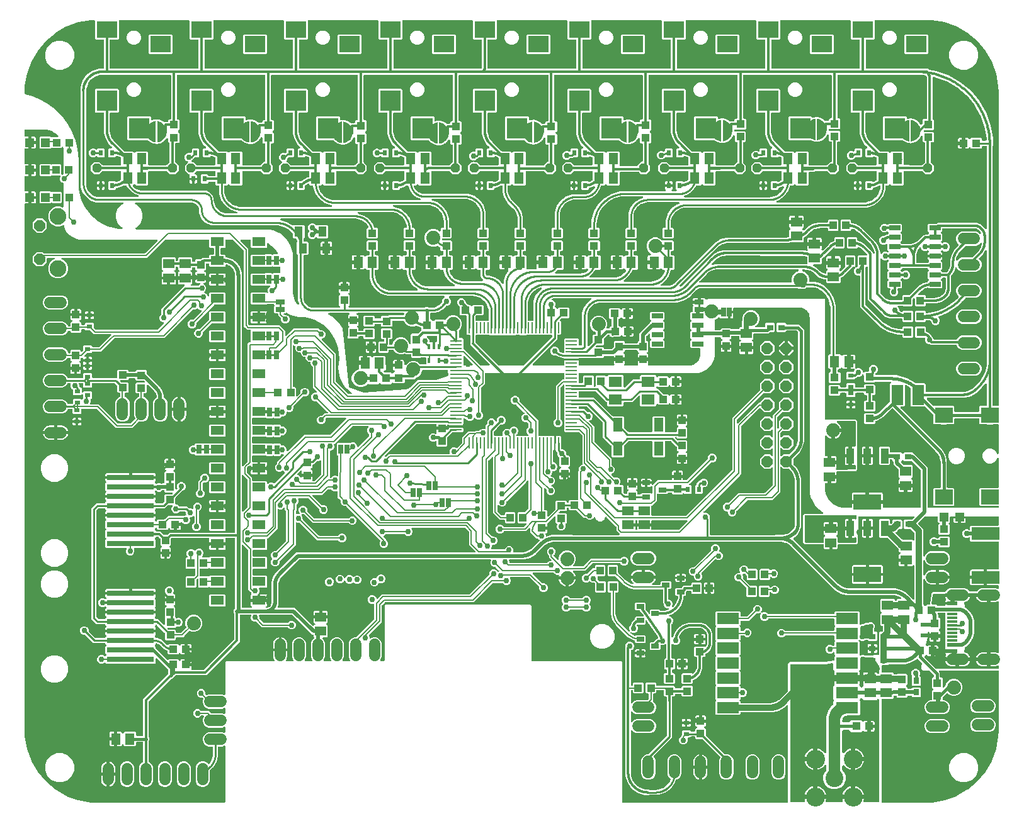
<source format=gbr>
G04 EAGLE Gerber RS-274X export*
G75*
%MOMM*%
%FSLAX34Y34*%
%LPD*%
%INTop Copper*%
%IPPOS*%
%AMOC8*
5,1,8,0,0,1.08239X$1,22.5*%
G01*
%ADD10R,1.000000X2.100000*%
%ADD11R,3.700000X2.100000*%
%ADD12C,1.500000*%
%ADD13R,1.100000X1.000000*%
%ADD14R,2.800000X2.200000*%
%ADD15R,2.800000X2.800000*%
%ADD16R,1.300000X1.500000*%
%ADD17R,1.500000X1.300000*%
%ADD18R,1.000000X1.100000*%
%ADD19R,1.200000X1.200000*%
%ADD20R,2.400000X2.000000*%
%ADD21R,6.350000X0.760000*%
%ADD22R,1.500000X0.270000*%
%ADD23R,0.270000X1.500000*%
%ADD24R,1.300000X1.900000*%
%ADD25R,3.000000X1.500000*%
%ADD26R,1.778000X1.270000*%
%ADD27R,0.635000X1.270000*%
%ADD28C,0.254000*%
%ADD29R,1.016000X0.635000*%
%ADD30P,1.319650X8X22.500000*%
%ADD31C,1.879600*%
%ADD32R,0.600000X0.800000*%
%ADD33R,3.700000X1.700000*%
%ADD34R,1.400000X0.600000*%
%ADD35R,1.400000X0.300000*%
%ADD36R,0.800000X0.600000*%
%ADD37R,1.270000X0.635000*%
%ADD38P,1.649562X8X292.500000*%
%ADD39C,2.247900*%
%ADD40R,1.526000X0.650000*%
%ADD41R,1.800000X1.400000*%
%ADD42C,0.030478*%
%ADD43R,0.900000X0.800000*%
%ADD44R,0.800000X0.900000*%
%ADD45C,2.400000*%
%ADD46C,2.550000*%
%ADD47R,1.600000X2.700000*%
%ADD48R,1.525000X0.650000*%
%ADD49R,1.114600X1.361200*%
%ADD50R,1.050000X0.650000*%
%ADD51R,0.350000X0.800000*%
%ADD52C,0.750000*%
%ADD53C,0.300000*%
%ADD54C,0.350000*%
%ADD55C,0.500000*%
%ADD56C,0.304800*%
%ADD57C,0.203200*%
%ADD58C,0.406400*%
%ADD59C,0.508000*%
%ADD60C,0.177800*%
%ADD61C,0.355600*%
%ADD62C,1.524000*%
%ADD63C,0.635000*%
%ADD64C,0.812800*%

G36*
X271010Y2041D02*
X271010Y2041D01*
X271068Y2039D01*
X271150Y2061D01*
X271234Y2073D01*
X271287Y2096D01*
X271343Y2111D01*
X271416Y2154D01*
X271493Y2189D01*
X271538Y2227D01*
X271588Y2256D01*
X271646Y2318D01*
X271710Y2372D01*
X271742Y2421D01*
X271782Y2464D01*
X271821Y2539D01*
X271868Y2609D01*
X271885Y2665D01*
X271912Y2717D01*
X271923Y2785D01*
X271953Y2880D01*
X271956Y2980D01*
X271967Y3048D01*
X271967Y78099D01*
X271951Y78213D01*
X271941Y78328D01*
X271931Y78353D01*
X271927Y78381D01*
X271880Y78486D01*
X271839Y78593D01*
X271823Y78615D01*
X271811Y78640D01*
X271737Y78728D01*
X271668Y78820D01*
X271645Y78836D01*
X271628Y78857D01*
X271532Y78921D01*
X271440Y78990D01*
X271414Y79000D01*
X271391Y79015D01*
X271281Y79050D01*
X271174Y79090D01*
X271146Y79092D01*
X271120Y79101D01*
X271005Y79104D01*
X270891Y79113D01*
X270866Y79107D01*
X270836Y79108D01*
X270579Y79041D01*
X270563Y79037D01*
X268236Y78073D01*
X263158Y78073D01*
X263100Y78065D01*
X263042Y78067D01*
X262960Y78045D01*
X262876Y78034D01*
X262823Y78010D01*
X262766Y77995D01*
X262694Y77952D01*
X262617Y77917D01*
X262572Y77880D01*
X262522Y77850D01*
X262464Y77788D01*
X262400Y77734D01*
X262368Y77685D01*
X262328Y77642D01*
X262289Y77567D01*
X262242Y77497D01*
X262225Y77441D01*
X262198Y77389D01*
X262187Y77321D01*
X262157Y77226D01*
X262154Y77126D01*
X262143Y77058D01*
X262143Y64571D01*
X260187Y57271D01*
X256408Y50726D01*
X255001Y49318D01*
X255000Y49318D01*
X251590Y45908D01*
X251537Y45838D01*
X251477Y45774D01*
X251452Y45725D01*
X251419Y45680D01*
X251388Y45599D01*
X251348Y45521D01*
X251340Y45473D01*
X251318Y45415D01*
X251305Y45267D01*
X251292Y45190D01*
X251292Y31352D01*
X249841Y27848D01*
X247160Y25167D01*
X243656Y23716D01*
X239864Y23716D01*
X236360Y25167D01*
X233678Y27848D01*
X232227Y31352D01*
X232227Y50144D01*
X233678Y53648D01*
X236360Y56330D01*
X239864Y57781D01*
X243656Y57781D01*
X247160Y56330D01*
X249094Y54395D01*
X249167Y54340D01*
X249235Y54278D01*
X249281Y54255D01*
X249322Y54224D01*
X249407Y54192D01*
X249489Y54151D01*
X249539Y54141D01*
X249587Y54123D01*
X249678Y54115D01*
X249768Y54099D01*
X249820Y54104D01*
X249871Y54099D01*
X249960Y54117D01*
X250051Y54126D01*
X250099Y54145D01*
X250149Y54155D01*
X250230Y54197D01*
X250316Y54231D01*
X250350Y54260D01*
X250402Y54286D01*
X250516Y54395D01*
X250576Y54444D01*
X250929Y54846D01*
X250996Y54949D01*
X251045Y55008D01*
X253796Y59774D01*
X253874Y59967D01*
X253898Y60019D01*
X255322Y65335D01*
X255337Y65457D01*
X255355Y65531D01*
X255535Y68283D01*
X255532Y68320D01*
X255537Y68349D01*
X255537Y77058D01*
X255529Y77116D01*
X255530Y77174D01*
X255509Y77256D01*
X255497Y77340D01*
X255473Y77393D01*
X255459Y77450D01*
X255416Y77522D01*
X255381Y77599D01*
X255343Y77644D01*
X255313Y77694D01*
X255252Y77752D01*
X255197Y77816D01*
X255149Y77848D01*
X255106Y77888D01*
X255031Y77927D01*
X254961Y77974D01*
X254905Y77991D01*
X254853Y78018D01*
X254785Y78029D01*
X254690Y78059D01*
X254590Y78062D01*
X254522Y78073D01*
X249444Y78073D01*
X245940Y79525D01*
X243258Y82206D01*
X241807Y85710D01*
X241807Y89502D01*
X243258Y93006D01*
X245940Y95688D01*
X249444Y97139D01*
X268236Y97139D01*
X270563Y96175D01*
X270675Y96146D01*
X270784Y96111D01*
X270812Y96111D01*
X270839Y96104D01*
X270953Y96107D01*
X271068Y96104D01*
X271095Y96111D01*
X271123Y96112D01*
X271232Y96147D01*
X271343Y96176D01*
X271367Y96190D01*
X271394Y96199D01*
X271489Y96263D01*
X271588Y96321D01*
X271607Y96342D01*
X271630Y96357D01*
X271704Y96445D01*
X271782Y96529D01*
X271795Y96553D01*
X271813Y96575D01*
X271859Y96679D01*
X271912Y96782D01*
X271916Y96806D01*
X271928Y96834D01*
X271965Y97098D01*
X271967Y97113D01*
X271967Y103499D01*
X271951Y103613D01*
X271941Y103728D01*
X271931Y103753D01*
X271927Y103781D01*
X271880Y103886D01*
X271839Y103993D01*
X271823Y104015D01*
X271811Y104040D01*
X271737Y104128D01*
X271668Y104220D01*
X271645Y104236D01*
X271628Y104257D01*
X271532Y104321D01*
X271440Y104390D01*
X271414Y104400D01*
X271391Y104415D01*
X271281Y104450D01*
X271174Y104490D01*
X271146Y104492D01*
X271120Y104501D01*
X271005Y104504D01*
X270891Y104513D01*
X270866Y104507D01*
X270836Y104508D01*
X270579Y104441D01*
X270563Y104437D01*
X268236Y103473D01*
X249444Y103473D01*
X245940Y104925D01*
X243258Y107606D01*
X241807Y111110D01*
X241807Y114902D01*
X243284Y118468D01*
X243313Y118579D01*
X243348Y118689D01*
X243348Y118717D01*
X243355Y118744D01*
X243352Y118858D01*
X243355Y118973D01*
X243348Y119000D01*
X243347Y119028D01*
X243312Y119137D01*
X243283Y119248D01*
X243269Y119272D01*
X243260Y119298D01*
X243196Y119394D01*
X243138Y119493D01*
X243118Y119512D01*
X243102Y119535D01*
X243014Y119608D01*
X242930Y119687D01*
X242906Y119700D01*
X242885Y119718D01*
X242780Y119764D01*
X242677Y119817D01*
X242653Y119821D01*
X242625Y119833D01*
X242361Y119870D01*
X242346Y119872D01*
X240412Y119872D01*
X240326Y119860D01*
X240238Y119857D01*
X240186Y119840D01*
X240131Y119832D01*
X240051Y119796D01*
X239968Y119770D01*
X239929Y119742D01*
X239872Y119716D01*
X239758Y119620D01*
X239695Y119575D01*
X238011Y117891D01*
X235886Y117011D01*
X233585Y117011D01*
X231460Y117891D01*
X229833Y119518D01*
X228953Y121644D01*
X228953Y123944D01*
X229833Y126069D01*
X231460Y127696D01*
X233585Y128576D01*
X235886Y128576D01*
X238011Y127696D01*
X239695Y126013D01*
X239764Y125960D01*
X239828Y125900D01*
X239878Y125875D01*
X239922Y125842D01*
X240003Y125811D01*
X240081Y125771D01*
X240129Y125763D01*
X240187Y125741D01*
X240335Y125728D01*
X240412Y125715D01*
X250263Y125715D01*
X253142Y122836D01*
X253212Y122784D01*
X253275Y122724D01*
X253325Y122699D01*
X253369Y122665D01*
X253451Y122634D01*
X253529Y122594D01*
X253576Y122586D01*
X253635Y122564D01*
X253782Y122552D01*
X253860Y122539D01*
X268236Y122539D01*
X270563Y121575D01*
X270675Y121546D01*
X270784Y121511D01*
X270812Y121511D01*
X270839Y121504D01*
X270953Y121507D01*
X271068Y121504D01*
X271095Y121511D01*
X271123Y121512D01*
X271232Y121547D01*
X271343Y121576D01*
X271367Y121590D01*
X271394Y121599D01*
X271489Y121663D01*
X271588Y121721D01*
X271607Y121742D01*
X271630Y121757D01*
X271704Y121845D01*
X271782Y121929D01*
X271795Y121953D01*
X271813Y121975D01*
X271859Y122079D01*
X271912Y122182D01*
X271916Y122206D01*
X271928Y122234D01*
X271965Y122498D01*
X271967Y122513D01*
X271967Y128899D01*
X271951Y129013D01*
X271941Y129128D01*
X271931Y129153D01*
X271927Y129181D01*
X271880Y129286D01*
X271839Y129393D01*
X271823Y129415D01*
X271811Y129440D01*
X271737Y129528D01*
X271668Y129620D01*
X271645Y129636D01*
X271628Y129657D01*
X271532Y129721D01*
X271440Y129790D01*
X271414Y129800D01*
X271391Y129815D01*
X271281Y129850D01*
X271174Y129890D01*
X271146Y129892D01*
X271120Y129901D01*
X271005Y129904D01*
X270891Y129913D01*
X270866Y129907D01*
X270836Y129908D01*
X270579Y129841D01*
X270563Y129837D01*
X268236Y128873D01*
X249444Y128873D01*
X245940Y130325D01*
X243258Y133006D01*
X241807Y136510D01*
X241807Y140302D01*
X242390Y141710D01*
X242390Y141711D01*
X242391Y141712D01*
X242426Y141848D01*
X242461Y141985D01*
X242461Y141986D01*
X242461Y141988D01*
X242457Y142129D01*
X242453Y142269D01*
X242452Y142270D01*
X242452Y142272D01*
X242409Y142406D01*
X242366Y142540D01*
X242365Y142541D01*
X242365Y142543D01*
X242356Y142556D01*
X242208Y142776D01*
X242185Y142796D01*
X242170Y142816D01*
X241606Y143379D01*
X241537Y143432D01*
X241473Y143492D01*
X241424Y143517D01*
X241379Y143550D01*
X241297Y143581D01*
X241220Y143621D01*
X241172Y143629D01*
X241114Y143652D01*
X240966Y143664D01*
X240889Y143677D01*
X238508Y143677D01*
X236383Y144557D01*
X234756Y146184D01*
X233876Y148309D01*
X233876Y150610D01*
X234756Y152735D01*
X236383Y154362D01*
X238508Y155242D01*
X240809Y155242D01*
X242934Y154362D01*
X244561Y152735D01*
X245441Y150610D01*
X245441Y148229D01*
X245450Y148168D01*
X245448Y148112D01*
X245455Y148086D01*
X245456Y148055D01*
X245473Y148003D01*
X245481Y147948D01*
X245506Y147892D01*
X245520Y147837D01*
X245534Y147814D01*
X245544Y147785D01*
X245572Y147745D01*
X245597Y147688D01*
X245636Y147643D01*
X245665Y147593D01*
X245710Y147551D01*
X245738Y147511D01*
X246042Y147208D01*
X246043Y147207D01*
X246044Y147206D01*
X246159Y147120D01*
X246269Y147037D01*
X246270Y147037D01*
X246272Y147036D01*
X246407Y146984D01*
X246535Y146936D01*
X246536Y146936D01*
X246538Y146935D01*
X246680Y146924D01*
X246818Y146912D01*
X246819Y146913D01*
X246821Y146913D01*
X246836Y146916D01*
X247097Y146968D01*
X247124Y146982D01*
X247148Y146988D01*
X249444Y147939D01*
X268236Y147939D01*
X270563Y146975D01*
X270675Y146946D01*
X270784Y146911D01*
X270812Y146911D01*
X270839Y146904D01*
X270953Y146907D01*
X271068Y146904D01*
X271095Y146911D01*
X271123Y146912D01*
X271232Y146947D01*
X271343Y146976D01*
X271367Y146990D01*
X271394Y146999D01*
X271489Y147063D01*
X271588Y147121D01*
X271607Y147142D01*
X271630Y147157D01*
X271704Y147245D01*
X271782Y147329D01*
X271795Y147353D01*
X271813Y147375D01*
X271859Y147479D01*
X271912Y147582D01*
X271916Y147606D01*
X271928Y147634D01*
X271965Y147898D01*
X271967Y147913D01*
X271967Y191842D01*
X273158Y193033D01*
X337659Y193033D01*
X337750Y193046D01*
X337842Y193049D01*
X337890Y193065D01*
X337941Y193073D01*
X338025Y193110D01*
X338112Y193139D01*
X338154Y193168D01*
X338200Y193189D01*
X338270Y193248D01*
X338346Y193300D01*
X338378Y193340D01*
X338417Y193372D01*
X338468Y193449D01*
X338526Y193520D01*
X338546Y193567D01*
X338575Y193609D01*
X338602Y193697D01*
X338639Y193781D01*
X338645Y193832D01*
X338660Y193880D01*
X338663Y193972D01*
X338674Y194063D01*
X338666Y194114D01*
X338668Y194164D01*
X338644Y194253D01*
X338630Y194344D01*
X338610Y194384D01*
X338596Y194439D01*
X338515Y194576D01*
X338480Y194645D01*
X337800Y195581D01*
X337119Y196918D01*
X336655Y198345D01*
X336421Y199827D01*
X336421Y206046D01*
X344937Y206046D01*
X344995Y206054D01*
X345053Y206053D01*
X345135Y206074D01*
X345219Y206086D01*
X345272Y206110D01*
X345329Y206125D01*
X345401Y206168D01*
X345478Y206202D01*
X345523Y206240D01*
X345573Y206270D01*
X345631Y206331D01*
X345695Y206386D01*
X345727Y206434D01*
X345767Y206477D01*
X345806Y206552D01*
X345853Y206622D01*
X345870Y206678D01*
X345897Y206730D01*
X345908Y206798D01*
X345938Y206894D01*
X345941Y206993D01*
X345952Y207061D01*
X345952Y208078D01*
X345954Y208078D01*
X345954Y207061D01*
X345961Y207011D01*
X345961Y206997D01*
X345962Y206992D01*
X345961Y206945D01*
X345982Y206863D01*
X345994Y206780D01*
X346018Y206726D01*
X346033Y206670D01*
X346076Y206598D01*
X346110Y206520D01*
X346148Y206476D01*
X346178Y206426D01*
X346239Y206368D01*
X346294Y206303D01*
X346343Y206271D01*
X346385Y206231D01*
X346460Y206193D01*
X346531Y206146D01*
X346586Y206128D01*
X346638Y206102D01*
X346706Y206090D01*
X346802Y206060D01*
X346901Y206058D01*
X346969Y206046D01*
X355486Y206046D01*
X355486Y199827D01*
X355251Y198345D01*
X354788Y196918D01*
X354106Y195581D01*
X353426Y194645D01*
X353383Y194563D01*
X353332Y194487D01*
X353317Y194438D01*
X353293Y194394D01*
X353274Y194304D01*
X353246Y194216D01*
X353245Y194165D01*
X353234Y194115D01*
X353241Y194024D01*
X353239Y193932D01*
X353252Y193883D01*
X353255Y193832D01*
X353287Y193745D01*
X353311Y193657D01*
X353337Y193613D01*
X353354Y193565D01*
X353409Y193491D01*
X353456Y193412D01*
X353493Y193377D01*
X353523Y193337D01*
X353596Y193281D01*
X353663Y193218D01*
X353708Y193195D01*
X353749Y193164D01*
X353834Y193130D01*
X353916Y193088D01*
X353960Y193081D01*
X354013Y193060D01*
X354171Y193045D01*
X354247Y193033D01*
X362966Y193033D01*
X362995Y193037D01*
X363024Y193034D01*
X363135Y193057D01*
X363247Y193073D01*
X363274Y193085D01*
X363303Y193090D01*
X363403Y193143D01*
X363506Y193189D01*
X363529Y193208D01*
X363555Y193221D01*
X363637Y193299D01*
X363723Y193372D01*
X363740Y193397D01*
X363761Y193417D01*
X363818Y193515D01*
X363881Y193609D01*
X363890Y193637D01*
X363905Y193662D01*
X363933Y193772D01*
X363967Y193880D01*
X363968Y193910D01*
X363975Y193938D01*
X363971Y194051D01*
X363974Y194164D01*
X363967Y194193D01*
X363966Y194222D01*
X363931Y194330D01*
X363902Y194439D01*
X363887Y194465D01*
X363878Y194493D01*
X363833Y194557D01*
X363757Y194684D01*
X363711Y194727D01*
X363683Y194766D01*
X363272Y195177D01*
X361821Y198681D01*
X361821Y217474D01*
X363272Y220977D01*
X365953Y223659D01*
X369457Y225110D01*
X373249Y225110D01*
X376753Y223659D01*
X379435Y220977D01*
X380886Y217474D01*
X380886Y198681D01*
X379435Y195177D01*
X379023Y194766D01*
X379005Y194742D01*
X378983Y194723D01*
X378920Y194629D01*
X378852Y194539D01*
X378842Y194511D01*
X378825Y194487D01*
X378791Y194379D01*
X378751Y194273D01*
X378749Y194244D01*
X378740Y194216D01*
X378737Y194102D01*
X378727Y193990D01*
X378733Y193961D01*
X378732Y193932D01*
X378761Y193822D01*
X378783Y193711D01*
X378797Y193685D01*
X378804Y193657D01*
X378862Y193559D01*
X378914Y193459D01*
X378935Y193437D01*
X378949Y193412D01*
X379032Y193335D01*
X379110Y193253D01*
X379135Y193238D01*
X379157Y193218D01*
X379258Y193166D01*
X379355Y193109D01*
X379384Y193102D01*
X379410Y193088D01*
X379487Y193075D01*
X379631Y193039D01*
X379693Y193041D01*
X379741Y193033D01*
X388366Y193033D01*
X388395Y193037D01*
X388424Y193034D01*
X388535Y193057D01*
X388647Y193073D01*
X388674Y193085D01*
X388703Y193090D01*
X388803Y193143D01*
X388906Y193189D01*
X388929Y193208D01*
X388955Y193221D01*
X389037Y193299D01*
X389123Y193372D01*
X389140Y193397D01*
X389161Y193417D01*
X389218Y193515D01*
X389281Y193609D01*
X389290Y193637D01*
X389305Y193662D01*
X389333Y193772D01*
X389367Y193880D01*
X389368Y193910D01*
X389375Y193938D01*
X389371Y194051D01*
X389374Y194164D01*
X389367Y194193D01*
X389366Y194222D01*
X389331Y194330D01*
X389302Y194439D01*
X389287Y194465D01*
X389278Y194493D01*
X389233Y194557D01*
X389157Y194684D01*
X389111Y194727D01*
X389083Y194766D01*
X388672Y195177D01*
X387221Y198681D01*
X387221Y217474D01*
X388672Y220977D01*
X391456Y223762D01*
X391492Y223809D01*
X391534Y223849D01*
X391577Y223922D01*
X391627Y223989D01*
X391648Y224044D01*
X391678Y224094D01*
X391699Y224176D01*
X391729Y224255D01*
X391733Y224313D01*
X391748Y224370D01*
X391745Y224454D01*
X391752Y224538D01*
X391741Y224595D01*
X391739Y224654D01*
X391713Y224734D01*
X391696Y224817D01*
X391669Y224869D01*
X391651Y224924D01*
X391611Y224981D01*
X391565Y225069D01*
X391497Y225141D01*
X391456Y225198D01*
X390804Y225850D01*
X390804Y227604D01*
X390796Y227662D01*
X390798Y227720D01*
X390776Y227802D01*
X390764Y227885D01*
X390740Y227939D01*
X390726Y227995D01*
X390683Y228068D01*
X390648Y228145D01*
X390610Y228189D01*
X390580Y228240D01*
X390519Y228297D01*
X390464Y228362D01*
X390416Y228394D01*
X390373Y228434D01*
X390298Y228473D01*
X390228Y228519D01*
X390172Y228537D01*
X390120Y228564D01*
X390052Y228575D01*
X389957Y228605D01*
X389857Y228608D01*
X389789Y228619D01*
X388629Y228619D01*
X362118Y255130D01*
X362048Y255182D01*
X361984Y255242D01*
X361935Y255268D01*
X361891Y255301D01*
X361809Y255332D01*
X361731Y255372D01*
X361684Y255380D01*
X361625Y255402D01*
X361477Y255414D01*
X361400Y255427D01*
X324909Y255427D01*
X324870Y255442D01*
X324723Y255454D01*
X324645Y255467D01*
X318558Y255467D01*
X318444Y255451D01*
X318330Y255441D01*
X318304Y255431D01*
X318277Y255427D01*
X318172Y255380D01*
X318065Y255339D01*
X318043Y255323D01*
X318017Y255311D01*
X317930Y255237D01*
X317838Y255168D01*
X317821Y255145D01*
X317800Y255128D01*
X317737Y255032D01*
X317668Y254940D01*
X317658Y254914D01*
X317643Y254891D01*
X317608Y254781D01*
X317567Y254674D01*
X317565Y254646D01*
X317557Y254620D01*
X317554Y254505D01*
X317545Y254391D01*
X317550Y254366D01*
X317550Y254336D01*
X317617Y254079D01*
X317620Y254063D01*
X318040Y253050D01*
X318040Y250669D01*
X318052Y250583D01*
X318055Y250495D01*
X318072Y250442D01*
X318080Y250388D01*
X318116Y250308D01*
X318143Y250225D01*
X318171Y250185D01*
X318196Y250128D01*
X318292Y250015D01*
X318338Y249951D01*
X323622Y244666D01*
X323692Y244614D01*
X323756Y244554D01*
X323805Y244529D01*
X323850Y244496D01*
X323931Y244464D01*
X324009Y244425D01*
X324057Y244417D01*
X324115Y244394D01*
X324263Y244382D01*
X324340Y244369D01*
X355443Y244369D01*
X355529Y244381D01*
X355617Y244384D01*
X355669Y244401D01*
X355724Y244409D01*
X355804Y244445D01*
X355887Y244472D01*
X355926Y244500D01*
X355983Y244525D01*
X356097Y244621D01*
X356160Y244666D01*
X357844Y246350D01*
X359969Y247230D01*
X362270Y247230D01*
X364395Y246350D01*
X366022Y244723D01*
X366902Y242598D01*
X366902Y240297D01*
X366022Y238172D01*
X364395Y236545D01*
X362270Y235665D01*
X359969Y235665D01*
X357844Y236545D01*
X356160Y238228D01*
X356091Y238281D01*
X356027Y238341D01*
X355977Y238366D01*
X355933Y238399D01*
X355852Y238430D01*
X355774Y238470D01*
X355726Y238478D01*
X355668Y238500D01*
X355520Y238513D01*
X355443Y238526D01*
X321499Y238526D01*
X314206Y245819D01*
X314136Y245872D01*
X314072Y245932D01*
X314022Y245957D01*
X313978Y245990D01*
X313897Y246021D01*
X313819Y246061D01*
X313771Y246069D01*
X313713Y246091D01*
X313565Y246104D01*
X313488Y246117D01*
X311107Y246117D01*
X308982Y246997D01*
X307355Y248624D01*
X306475Y250749D01*
X306475Y253050D01*
X306895Y254063D01*
X306923Y254175D01*
X306958Y254284D01*
X306959Y254312D01*
X306966Y254339D01*
X306962Y254453D01*
X306965Y254568D01*
X306958Y254595D01*
X306957Y254623D01*
X306922Y254732D01*
X306893Y254843D01*
X306879Y254867D01*
X306871Y254894D01*
X306807Y254989D01*
X306748Y255088D01*
X306728Y255107D01*
X306713Y255130D01*
X306625Y255204D01*
X306541Y255282D01*
X306516Y255295D01*
X306495Y255313D01*
X306390Y255359D01*
X306288Y255412D01*
X306263Y255416D01*
X306235Y255428D01*
X305971Y255465D01*
X305957Y255467D01*
X292572Y255467D01*
X292514Y255459D01*
X292456Y255461D01*
X292374Y255439D01*
X292290Y255427D01*
X292237Y255404D01*
X292181Y255389D01*
X292108Y255346D01*
X292031Y255311D01*
X291986Y255273D01*
X291936Y255244D01*
X291878Y255182D01*
X291814Y255128D01*
X291782Y255079D01*
X291742Y255036D01*
X291703Y254961D01*
X291656Y254891D01*
X291639Y254835D01*
X291612Y254783D01*
X291601Y254715D01*
X291571Y254620D01*
X291568Y254520D01*
X291557Y254452D01*
X291557Y219003D01*
X246536Y173982D01*
X205607Y173982D01*
X205520Y173970D01*
X205433Y173967D01*
X205380Y173950D01*
X205326Y173943D01*
X205246Y173907D01*
X205162Y173880D01*
X205123Y173852D01*
X205066Y173826D01*
X204953Y173730D01*
X204889Y173685D01*
X203824Y172620D01*
X203771Y172550D01*
X203711Y172486D01*
X203687Y172439D01*
X200362Y169113D01*
X200346Y169111D01*
X200259Y169108D01*
X200206Y169091D01*
X200151Y169083D01*
X200072Y169048D01*
X199988Y169021D01*
X199949Y168993D01*
X199892Y168967D01*
X199779Y168871D01*
X199715Y168826D01*
X169668Y138779D01*
X169655Y138762D01*
X169643Y138752D01*
X169613Y138706D01*
X169555Y138645D01*
X169530Y138596D01*
X169497Y138551D01*
X169466Y138470D01*
X169426Y138392D01*
X169418Y138344D01*
X169396Y138286D01*
X169383Y138138D01*
X169370Y138061D01*
X169370Y90539D01*
X169383Y90453D01*
X169386Y90365D01*
X169403Y90313D01*
X169410Y90258D01*
X169446Y90178D01*
X169473Y90095D01*
X169501Y90055D01*
X169527Y89998D01*
X169622Y89885D01*
X169624Y89882D01*
X169624Y86483D01*
X169615Y86471D01*
X169555Y86407D01*
X169530Y86358D01*
X169497Y86314D01*
X169466Y86232D01*
X169426Y86154D01*
X169418Y86106D01*
X169396Y86048D01*
X169383Y85900D01*
X169370Y85823D01*
X169370Y57666D01*
X169371Y57665D01*
X169370Y57663D01*
X169391Y57523D01*
X169410Y57385D01*
X169411Y57383D01*
X169411Y57382D01*
X169468Y57256D01*
X169527Y57125D01*
X169528Y57124D01*
X169528Y57123D01*
X169623Y57012D01*
X169710Y56908D01*
X169712Y56908D01*
X169713Y56906D01*
X169726Y56898D01*
X169947Y56751D01*
X169976Y56742D01*
X169997Y56728D01*
X170960Y56330D01*
X173641Y53648D01*
X175092Y50144D01*
X175092Y31352D01*
X173641Y27848D01*
X170960Y25167D01*
X167456Y23716D01*
X163664Y23716D01*
X160160Y25167D01*
X157478Y27848D01*
X156027Y31352D01*
X156027Y50144D01*
X157478Y53648D01*
X160160Y56330D01*
X161122Y56728D01*
X161124Y56729D01*
X161125Y56730D01*
X161245Y56801D01*
X161367Y56873D01*
X161368Y56874D01*
X161370Y56875D01*
X161467Y56979D01*
X161562Y57080D01*
X161563Y57081D01*
X161564Y57082D01*
X161628Y57207D01*
X161692Y57332D01*
X161693Y57334D01*
X161694Y57335D01*
X161696Y57350D01*
X161748Y57611D01*
X161745Y57642D01*
X161749Y57666D01*
X161749Y83101D01*
X161741Y83159D01*
X161742Y83218D01*
X161721Y83299D01*
X161709Y83383D01*
X161685Y83436D01*
X161671Y83493D01*
X161627Y83565D01*
X161593Y83642D01*
X161555Y83687D01*
X161525Y83737D01*
X161464Y83795D01*
X161409Y83859D01*
X161361Y83891D01*
X161318Y83932D01*
X161243Y83970D01*
X161173Y84017D01*
X161117Y84034D01*
X161065Y84061D01*
X160997Y84072D01*
X160902Y84102D01*
X160802Y84105D01*
X160734Y84116D01*
X153455Y84116D01*
X153397Y84108D01*
X153338Y84110D01*
X153257Y84088D01*
X153173Y84077D01*
X153120Y84053D01*
X153063Y84038D01*
X152991Y83995D01*
X152914Y83960D01*
X152869Y83923D01*
X152819Y83893D01*
X152761Y83831D01*
X152697Y83777D01*
X152664Y83728D01*
X152624Y83685D01*
X152586Y83610D01*
X152539Y83540D01*
X152521Y83484D01*
X152495Y83432D01*
X152483Y83364D01*
X152453Y83269D01*
X152451Y83169D01*
X152439Y83101D01*
X152439Y79839D01*
X151249Y78648D01*
X136565Y78648D01*
X135374Y79839D01*
X135374Y79922D01*
X135373Y79932D01*
X135374Y79941D01*
X135353Y80072D01*
X135334Y80203D01*
X135330Y80212D01*
X135329Y80222D01*
X135272Y80342D01*
X135218Y80463D01*
X135211Y80470D01*
X135207Y80479D01*
X135120Y80579D01*
X135034Y80680D01*
X135026Y80685D01*
X135020Y80693D01*
X134908Y80764D01*
X134798Y80837D01*
X134788Y80840D01*
X134780Y80846D01*
X134653Y80883D01*
X134527Y80923D01*
X134517Y80923D01*
X134507Y80926D01*
X134375Y80927D01*
X134242Y80930D01*
X134233Y80928D01*
X134223Y80928D01*
X134095Y80892D01*
X133967Y80859D01*
X133959Y80854D01*
X133949Y80851D01*
X133836Y80781D01*
X133723Y80713D01*
X133716Y80706D01*
X133708Y80701D01*
X133619Y80603D01*
X133528Y80506D01*
X133524Y80497D01*
X133517Y80490D01*
X133494Y80439D01*
X133399Y80253D01*
X133393Y80217D01*
X133378Y80185D01*
X133301Y79897D01*
X133033Y79433D01*
X132655Y79055D01*
X132191Y78787D01*
X131674Y78648D01*
X126938Y78648D01*
X126938Y87165D01*
X126930Y87223D01*
X126931Y87281D01*
X126910Y87363D01*
X126898Y87447D01*
X126874Y87500D01*
X126859Y87556D01*
X126816Y87629D01*
X126782Y87706D01*
X126744Y87751D01*
X126714Y87801D01*
X126653Y87859D01*
X126598Y87923D01*
X126549Y87955D01*
X126507Y87995D01*
X126432Y88034D01*
X126361Y88081D01*
X126306Y88098D01*
X126254Y88125D01*
X126186Y88136D01*
X126090Y88166D01*
X125991Y88169D01*
X125923Y88180D01*
X124906Y88180D01*
X124906Y88182D01*
X125923Y88182D01*
X125980Y88190D01*
X126039Y88189D01*
X126121Y88210D01*
X126204Y88222D01*
X126257Y88246D01*
X126314Y88261D01*
X126386Y88304D01*
X126463Y88338D01*
X126508Y88376D01*
X126558Y88406D01*
X126616Y88467D01*
X126680Y88522D01*
X126713Y88570D01*
X126753Y88613D01*
X126791Y88688D01*
X126838Y88758D01*
X126856Y88814D01*
X126882Y88866D01*
X126894Y88934D01*
X126924Y89029D01*
X126926Y89129D01*
X126938Y89197D01*
X126938Y97714D01*
X131674Y97714D01*
X132191Y97575D01*
X132655Y97308D01*
X133033Y96929D01*
X133301Y96466D01*
X133378Y96178D01*
X133382Y96169D01*
X133383Y96159D01*
X133407Y96106D01*
X133419Y96060D01*
X133451Y96005D01*
X133489Y95916D01*
X133495Y95909D01*
X133500Y95900D01*
X133549Y95841D01*
X133564Y95815D01*
X133595Y95787D01*
X133669Y95696D01*
X133677Y95690D01*
X133683Y95683D01*
X133761Y95631D01*
X133772Y95621D01*
X133791Y95611D01*
X133793Y95609D01*
X133902Y95534D01*
X133912Y95530D01*
X133920Y95525D01*
X134022Y95493D01*
X134025Y95491D01*
X134028Y95491D01*
X134046Y95485D01*
X134172Y95443D01*
X134181Y95442D01*
X134191Y95439D01*
X134324Y95436D01*
X134456Y95430D01*
X134465Y95432D01*
X134475Y95432D01*
X134603Y95465D01*
X134732Y95496D01*
X134741Y95501D01*
X134750Y95504D01*
X134864Y95571D01*
X134979Y95637D01*
X134986Y95644D01*
X134994Y95649D01*
X135085Y95746D01*
X135103Y95764D01*
X135117Y95775D01*
X135122Y95783D01*
X135178Y95840D01*
X135182Y95849D01*
X135189Y95856D01*
X135249Y95974D01*
X135251Y95977D01*
X135274Y96012D01*
X135281Y96033D01*
X135312Y96091D01*
X135314Y96101D01*
X135318Y96109D01*
X135328Y96165D01*
X135338Y96215D01*
X135360Y96283D01*
X135361Y96320D01*
X135371Y96369D01*
X135368Y96405D01*
X135374Y96441D01*
X135374Y96523D01*
X136565Y97714D01*
X151249Y97714D01*
X152439Y96523D01*
X152439Y93261D01*
X152448Y93203D01*
X152446Y93145D01*
X152467Y93063D01*
X152479Y92980D01*
X152503Y92926D01*
X152518Y92870D01*
X152561Y92797D01*
X152595Y92720D01*
X152633Y92676D01*
X152663Y92625D01*
X152725Y92568D01*
X152779Y92503D01*
X152828Y92471D01*
X152870Y92431D01*
X152946Y92392D01*
X153016Y92346D01*
X153072Y92328D01*
X153124Y92301D01*
X153192Y92290D01*
X153287Y92260D01*
X153387Y92257D01*
X153455Y92246D01*
X160734Y92246D01*
X160792Y92254D01*
X160850Y92253D01*
X160932Y92274D01*
X161015Y92286D01*
X161069Y92310D01*
X161125Y92324D01*
X161198Y92367D01*
X161275Y92402D01*
X161319Y92440D01*
X161370Y92470D01*
X161427Y92531D01*
X161492Y92586D01*
X161524Y92634D01*
X161564Y92677D01*
X161603Y92752D01*
X161649Y92822D01*
X161667Y92878D01*
X161694Y92930D01*
X161705Y92998D01*
X161735Y93093D01*
X161738Y93193D01*
X161749Y93261D01*
X161749Y141638D01*
X164279Y144168D01*
X194326Y174215D01*
X194378Y174285D01*
X194438Y174349D01*
X194464Y174398D01*
X194497Y174442D01*
X194528Y174524D01*
X194568Y174602D01*
X194576Y174649D01*
X194598Y174708D01*
X194610Y174856D01*
X194611Y174859D01*
X195100Y175348D01*
X195152Y175418D01*
X195212Y175482D01*
X195237Y175531D01*
X195270Y175575D01*
X195302Y175657D01*
X195341Y175735D01*
X195349Y175782D01*
X195372Y175841D01*
X195384Y175989D01*
X195397Y176066D01*
X195397Y181010D01*
X195385Y181097D01*
X195382Y181184D01*
X195365Y181237D01*
X195357Y181292D01*
X195321Y181371D01*
X195294Y181455D01*
X195266Y181494D01*
X195241Y181551D01*
X195145Y181664D01*
X195100Y181728D01*
X180266Y196562D01*
X180242Y196579D01*
X180223Y196602D01*
X180129Y196664D01*
X180039Y196733D01*
X180011Y196743D01*
X179987Y196759D01*
X179879Y196794D01*
X179773Y196834D01*
X179744Y196836D01*
X179716Y196845D01*
X179602Y196848D01*
X179490Y196857D01*
X179461Y196852D01*
X179432Y196852D01*
X179322Y196824D01*
X179211Y196801D01*
X179185Y196788D01*
X179157Y196781D01*
X179059Y196723D01*
X178959Y196670D01*
X178937Y196650D01*
X178912Y196635D01*
X178835Y196553D01*
X178753Y196475D01*
X178738Y196449D01*
X178718Y196428D01*
X178666Y196327D01*
X178609Y196229D01*
X178602Y196201D01*
X178588Y196175D01*
X178575Y196097D01*
X178539Y195954D01*
X178541Y195891D01*
X178533Y195844D01*
X178533Y190520D01*
X177342Y189329D01*
X112158Y189329D01*
X110859Y190628D01*
X110812Y190663D01*
X110772Y190705D01*
X110699Y190748D01*
X110632Y190799D01*
X110577Y190820D01*
X110527Y190849D01*
X110445Y190870D01*
X110366Y190900D01*
X110308Y190905D01*
X110251Y190919D01*
X110167Y190917D01*
X110083Y190924D01*
X110026Y190912D01*
X109967Y190910D01*
X109887Y190884D01*
X109804Y190868D01*
X109752Y190841D01*
X109697Y190823D01*
X109640Y190783D01*
X109552Y190737D01*
X109479Y190668D01*
X109423Y190628D01*
X109092Y190297D01*
X106967Y189416D01*
X104666Y189416D01*
X102541Y190297D01*
X100914Y191923D01*
X100034Y194049D01*
X100034Y196349D01*
X100914Y198475D01*
X102541Y200101D01*
X104666Y200982D01*
X106967Y200982D01*
X109092Y200101D01*
X109461Y199733D01*
X109507Y199698D01*
X109548Y199655D01*
X109620Y199613D01*
X109688Y199562D01*
X109742Y199541D01*
X109793Y199511D01*
X109875Y199491D01*
X109953Y199461D01*
X110012Y199456D01*
X110068Y199441D01*
X110153Y199444D01*
X110237Y199437D01*
X110294Y199449D01*
X110353Y199450D01*
X110433Y199476D01*
X110515Y199493D01*
X110567Y199520D01*
X110623Y199538D01*
X110679Y199578D01*
X110768Y199624D01*
X110840Y199693D01*
X110896Y199733D01*
X111957Y200794D01*
X111993Y200841D01*
X112035Y200881D01*
X112078Y200954D01*
X112128Y201021D01*
X112149Y201076D01*
X112179Y201126D01*
X112199Y201208D01*
X112230Y201287D01*
X112234Y201345D01*
X112249Y201402D01*
X112246Y201486D01*
X112253Y201570D01*
X112242Y201627D01*
X112240Y201686D01*
X112214Y201766D01*
X112197Y201849D01*
X112170Y201901D01*
X112152Y201956D01*
X112112Y202012D01*
X112066Y202101D01*
X111997Y202173D01*
X111957Y202230D01*
X110967Y203220D01*
X110967Y212504D01*
X111957Y213494D01*
X111992Y213540D01*
X112035Y213581D01*
X112078Y213654D01*
X112128Y213721D01*
X112149Y213776D01*
X112179Y213826D01*
X112199Y213908D01*
X112230Y213987D01*
X112234Y214045D01*
X112249Y214102D01*
X112246Y214186D01*
X112253Y214270D01*
X112242Y214327D01*
X112240Y214386D01*
X112214Y214466D01*
X112197Y214549D01*
X112171Y214599D01*
X112168Y214611D01*
X112165Y214616D01*
X112152Y214656D01*
X112112Y214713D01*
X112066Y214801D01*
X112037Y214832D01*
X112023Y214856D01*
X111984Y214892D01*
X111957Y214930D01*
X110967Y215920D01*
X110967Y216244D01*
X110959Y216302D01*
X110961Y216360D01*
X110939Y216442D01*
X110927Y216525D01*
X110904Y216579D01*
X110889Y216635D01*
X110846Y216708D01*
X110811Y216785D01*
X110773Y216829D01*
X110744Y216880D01*
X110682Y216937D01*
X110628Y217002D01*
X110579Y217034D01*
X110536Y217074D01*
X110461Y217112D01*
X110391Y217159D01*
X110335Y217177D01*
X110283Y217203D01*
X110215Y217215D01*
X110120Y217245D01*
X110020Y217248D01*
X109952Y217259D01*
X94529Y217259D01*
X83893Y227895D01*
X83824Y227947D01*
X83760Y228007D01*
X83710Y228032D01*
X83666Y228065D01*
X83584Y228097D01*
X83506Y228136D01*
X83459Y228144D01*
X83400Y228167D01*
X83253Y228179D01*
X83175Y228192D01*
X81334Y228192D01*
X79208Y229072D01*
X77582Y230699D01*
X76701Y232824D01*
X76701Y235125D01*
X77582Y237250D01*
X79208Y238877D01*
X81334Y239757D01*
X83634Y239757D01*
X85760Y238877D01*
X87386Y237250D01*
X88267Y235125D01*
X88267Y233283D01*
X88279Y233197D01*
X88282Y233109D01*
X88299Y233057D01*
X88307Y233002D01*
X88342Y232922D01*
X88369Y232839D01*
X88397Y232799D01*
X88423Y232742D01*
X88519Y232629D01*
X88564Y232565D01*
X96968Y224162D01*
X97037Y224109D01*
X97101Y224049D01*
X97151Y224024D01*
X97195Y223991D01*
X97276Y223960D01*
X97354Y223920D01*
X97402Y223912D01*
X97460Y223890D01*
X97608Y223877D01*
X97685Y223864D01*
X109952Y223864D01*
X110010Y223873D01*
X110068Y223871D01*
X110150Y223892D01*
X110234Y223904D01*
X110287Y223928D01*
X110343Y223943D01*
X110416Y223986D01*
X110493Y224021D01*
X110538Y224058D01*
X110588Y224088D01*
X110646Y224150D01*
X110710Y224204D01*
X110742Y224253D01*
X110782Y224295D01*
X110821Y224371D01*
X110868Y224441D01*
X110885Y224497D01*
X110912Y224549D01*
X110923Y224617D01*
X110953Y224712D01*
X110956Y224812D01*
X110967Y224880D01*
X110967Y225204D01*
X111987Y226224D01*
X112016Y226262D01*
X112052Y226295D01*
X112102Y226376D01*
X112158Y226451D01*
X112175Y226496D01*
X112201Y226538D01*
X112226Y226629D01*
X112259Y226716D01*
X112263Y226765D01*
X112276Y226812D01*
X112275Y226906D01*
X112283Y227000D01*
X112273Y227047D01*
X112273Y227096D01*
X112245Y227186D01*
X112227Y227278D01*
X112204Y227322D01*
X112190Y227368D01*
X112139Y227447D01*
X112096Y227531D01*
X112062Y227566D01*
X112036Y227607D01*
X111979Y227654D01*
X111900Y227737D01*
X111825Y227781D01*
X111777Y227821D01*
X111752Y227835D01*
X111373Y228214D01*
X111106Y228677D01*
X110967Y229194D01*
X110967Y231362D01*
X143866Y231362D01*
X143924Y231371D01*
X143982Y231369D01*
X144064Y231390D01*
X144147Y231402D01*
X144201Y231426D01*
X144257Y231441D01*
X144330Y231484D01*
X144407Y231518D01*
X144451Y231556D01*
X144502Y231586D01*
X144559Y231648D01*
X144624Y231702D01*
X144656Y231751D01*
X144696Y231793D01*
X144735Y231869D01*
X144750Y231892D01*
X144775Y231837D01*
X144813Y231792D01*
X144843Y231742D01*
X144904Y231684D01*
X144959Y231620D01*
X145007Y231587D01*
X145050Y231547D01*
X145125Y231509D01*
X145195Y231462D01*
X145251Y231444D01*
X145303Y231418D01*
X145371Y231406D01*
X145466Y231376D01*
X145566Y231374D01*
X145634Y231362D01*
X178533Y231362D01*
X178533Y229194D01*
X178394Y228677D01*
X178127Y228214D01*
X177748Y227835D01*
X177723Y227821D01*
X177685Y227791D01*
X177641Y227768D01*
X177573Y227703D01*
X177499Y227645D01*
X177471Y227606D01*
X177435Y227572D01*
X177388Y227491D01*
X177333Y227415D01*
X177316Y227369D01*
X177292Y227327D01*
X177268Y227236D01*
X177237Y227147D01*
X177233Y227099D01*
X177221Y227052D01*
X177224Y226958D01*
X177218Y226864D01*
X177229Y226816D01*
X177231Y226767D01*
X177259Y226678D01*
X177280Y226586D01*
X177303Y226543D01*
X177318Y226497D01*
X177361Y226436D01*
X177415Y226336D01*
X177476Y226275D01*
X177513Y226224D01*
X178533Y225204D01*
X178533Y224880D01*
X178541Y224822D01*
X178539Y224763D01*
X178561Y224682D01*
X178573Y224598D01*
X178596Y224545D01*
X178611Y224488D01*
X178654Y224416D01*
X178689Y224339D01*
X178727Y224294D01*
X178756Y224244D01*
X178818Y224186D01*
X178872Y224122D01*
X178921Y224089D01*
X178964Y224049D01*
X179039Y224011D01*
X179109Y223964D01*
X179165Y223947D01*
X179217Y223920D01*
X179285Y223909D01*
X179380Y223878D01*
X179480Y223876D01*
X179548Y223864D01*
X180771Y223864D01*
X186719Y221401D01*
X187730Y220389D01*
X190579Y217540D01*
X191523Y216596D01*
X191553Y216574D01*
X191571Y216551D01*
X192959Y215334D01*
X193062Y215267D01*
X193121Y215218D01*
X193763Y214847D01*
X193826Y214822D01*
X193885Y214787D01*
X193957Y214769D01*
X194027Y214741D01*
X194095Y214734D01*
X194161Y214717D01*
X194235Y214720D01*
X194309Y214712D01*
X194377Y214724D01*
X194445Y214726D01*
X194516Y214749D01*
X194589Y214763D01*
X194650Y214793D01*
X194715Y214814D01*
X194766Y214850D01*
X194844Y214889D01*
X194928Y214966D01*
X194989Y215009D01*
X195876Y215896D01*
X208560Y215896D01*
X209751Y214706D01*
X209751Y214623D01*
X209752Y214613D01*
X209751Y214603D01*
X209772Y214472D01*
X209791Y214341D01*
X209795Y214332D01*
X209796Y214323D01*
X209853Y214202D01*
X209907Y214082D01*
X209913Y214075D01*
X209917Y214066D01*
X210005Y213966D01*
X210091Y213865D01*
X210099Y213860D01*
X210105Y213852D01*
X210217Y213781D01*
X210327Y213707D01*
X210337Y213704D01*
X210345Y213699D01*
X210472Y213662D01*
X210598Y213622D01*
X210608Y213621D01*
X210617Y213619D01*
X210750Y213618D01*
X210882Y213614D01*
X210892Y213617D01*
X210902Y213617D01*
X211030Y213653D01*
X211157Y213686D01*
X211166Y213691D01*
X211175Y213694D01*
X211288Y213764D01*
X211402Y213831D01*
X211409Y213839D01*
X211417Y213844D01*
X211506Y213942D01*
X211596Y214039D01*
X211601Y214047D01*
X211607Y214055D01*
X211631Y214107D01*
X211726Y214292D01*
X211732Y214327D01*
X211747Y214360D01*
X211824Y214648D01*
X212091Y215112D01*
X212470Y215490D01*
X212933Y215758D01*
X213450Y215896D01*
X217187Y215896D01*
X217187Y209880D01*
X217195Y209822D01*
X217194Y209763D01*
X217215Y209682D01*
X217227Y209598D01*
X217251Y209545D01*
X217265Y209488D01*
X217308Y209416D01*
X217343Y209339D01*
X217381Y209294D01*
X217411Y209244D01*
X217472Y209186D01*
X217527Y209122D01*
X217575Y209089D01*
X217618Y209049D01*
X217693Y209011D01*
X217763Y208964D01*
X217819Y208947D01*
X217871Y208920D01*
X217939Y208909D01*
X218034Y208878D01*
X218134Y208876D01*
X218202Y208864D01*
X219219Y208864D01*
X219219Y208863D01*
X218202Y208863D01*
X218144Y208855D01*
X218086Y208856D01*
X218004Y208835D01*
X217921Y208823D01*
X217867Y208799D01*
X217811Y208784D01*
X217738Y208741D01*
X217661Y208707D01*
X217617Y208669D01*
X217566Y208639D01*
X217509Y208577D01*
X217444Y208523D01*
X217412Y208474D01*
X217372Y208432D01*
X217333Y208357D01*
X217287Y208286D01*
X217269Y208231D01*
X217242Y208179D01*
X217231Y208110D01*
X217201Y208015D01*
X217198Y207916D01*
X217187Y207847D01*
X217187Y201831D01*
X213450Y201831D01*
X212933Y201969D01*
X212470Y202237D01*
X212091Y202615D01*
X211824Y203079D01*
X211747Y203367D01*
X211743Y203376D01*
X211741Y203386D01*
X211718Y203437D01*
X211717Y203444D01*
X211712Y203452D01*
X211687Y203507D01*
X211635Y203629D01*
X211629Y203636D01*
X211625Y203645D01*
X211540Y203746D01*
X211456Y203849D01*
X211448Y203855D01*
X211442Y203862D01*
X211331Y203936D01*
X211222Y204011D01*
X211213Y204014D01*
X211205Y204020D01*
X211078Y204060D01*
X210953Y204102D01*
X210943Y204103D01*
X210934Y204106D01*
X210801Y204109D01*
X210669Y204115D01*
X210660Y204113D01*
X210650Y204113D01*
X210521Y204079D01*
X210393Y204048D01*
X210384Y204043D01*
X210375Y204041D01*
X210261Y203974D01*
X210146Y203908D01*
X210139Y203901D01*
X210130Y203896D01*
X210040Y203799D01*
X209947Y203704D01*
X209942Y203696D01*
X209936Y203688D01*
X209875Y203571D01*
X209813Y203454D01*
X209811Y203444D01*
X209806Y203435D01*
X209797Y203379D01*
X209753Y203176D01*
X209757Y203140D01*
X209751Y203104D01*
X209751Y203022D01*
X208560Y201831D01*
X195876Y201831D01*
X194685Y203022D01*
X194685Y206034D01*
X194676Y206101D01*
X194676Y206169D01*
X194656Y206241D01*
X194646Y206315D01*
X194618Y206377D01*
X194599Y206443D01*
X194560Y206506D01*
X194529Y206575D01*
X194485Y206626D01*
X194449Y206684D01*
X194394Y206735D01*
X194346Y206792D01*
X194289Y206829D01*
X194238Y206875D01*
X194181Y206901D01*
X194109Y206949D01*
X194000Y206983D01*
X193933Y207014D01*
X193830Y207042D01*
X188875Y209903D01*
X188117Y210661D01*
X185917Y212861D01*
X185587Y213190D01*
X184324Y214454D01*
X184279Y214487D01*
X184250Y214521D01*
X182953Y215585D01*
X182710Y215733D01*
X182703Y215735D01*
X182697Y215739D01*
X179937Y216882D01*
X179825Y216911D01*
X179716Y216945D01*
X179688Y216946D01*
X179661Y216953D01*
X179547Y216950D01*
X179432Y216953D01*
X179405Y216946D01*
X179377Y216945D01*
X179268Y216910D01*
X179157Y216881D01*
X179133Y216867D01*
X179106Y216858D01*
X179011Y216794D01*
X178912Y216736D01*
X178893Y216715D01*
X178870Y216700D01*
X178796Y216612D01*
X178718Y216528D01*
X178705Y216504D01*
X178687Y216482D01*
X178641Y216378D01*
X178588Y216275D01*
X178584Y216250D01*
X178572Y216223D01*
X178535Y215959D01*
X178533Y215944D01*
X178533Y215920D01*
X177543Y214930D01*
X177528Y214910D01*
X177511Y214895D01*
X177494Y214870D01*
X177465Y214843D01*
X177422Y214770D01*
X177372Y214702D01*
X177358Y214665D01*
X177353Y214659D01*
X177348Y214644D01*
X177321Y214597D01*
X177301Y214516D01*
X177270Y214437D01*
X177266Y214378D01*
X177251Y214322D01*
X177254Y214238D01*
X177247Y214153D01*
X177258Y214096D01*
X177260Y214038D01*
X177286Y213957D01*
X177303Y213875D01*
X177330Y213823D01*
X177348Y213767D01*
X177388Y213711D01*
X177434Y213622D01*
X177503Y213550D01*
X177543Y213494D01*
X178533Y212504D01*
X178533Y210212D01*
X178545Y210125D01*
X178548Y210038D01*
X178565Y209985D01*
X178573Y209931D01*
X178608Y209851D01*
X178635Y209768D01*
X178663Y209728D01*
X178689Y209671D01*
X178785Y209558D01*
X178830Y209494D01*
X193708Y194616D01*
X193755Y194581D01*
X193795Y194539D01*
X193868Y194496D01*
X193935Y194445D01*
X193990Y194424D01*
X194040Y194395D01*
X194122Y194374D01*
X194201Y194344D01*
X194259Y194339D01*
X194316Y194325D01*
X194400Y194328D01*
X194484Y194321D01*
X194542Y194332D01*
X194600Y194334D01*
X194680Y194360D01*
X194763Y194376D01*
X194815Y194403D01*
X194871Y194421D01*
X194927Y194462D01*
X195015Y194507D01*
X195088Y194576D01*
X195144Y194616D01*
X195968Y195440D01*
X208652Y195440D01*
X209842Y194249D01*
X209842Y194167D01*
X209844Y194157D01*
X209842Y194147D01*
X209864Y194016D01*
X209882Y193885D01*
X209886Y193876D01*
X209888Y193866D01*
X209945Y193745D01*
X209998Y193626D01*
X210005Y193618D01*
X210009Y193609D01*
X210096Y193510D01*
X210182Y193409D01*
X210190Y193403D01*
X210197Y193396D01*
X210308Y193324D01*
X210419Y193251D01*
X210428Y193248D01*
X210436Y193243D01*
X210564Y193205D01*
X210690Y193165D01*
X210699Y193165D01*
X210709Y193162D01*
X210842Y193161D01*
X210974Y193158D01*
X210983Y193160D01*
X210993Y193160D01*
X211122Y193197D01*
X211249Y193230D01*
X211257Y193235D01*
X211267Y193237D01*
X211380Y193308D01*
X211493Y193375D01*
X211500Y193382D01*
X211508Y193387D01*
X211597Y193485D01*
X211688Y193582D01*
X211692Y193591D01*
X211699Y193598D01*
X211722Y193650D01*
X211817Y193835D01*
X211823Y193871D01*
X211838Y193904D01*
X211915Y194192D01*
X212183Y194655D01*
X212561Y195034D01*
X213025Y195301D01*
X213542Y195440D01*
X217278Y195440D01*
X217278Y189423D01*
X217286Y189365D01*
X217285Y189307D01*
X217306Y189225D01*
X217318Y189142D01*
X217342Y189088D01*
X217357Y189032D01*
X217400Y188959D01*
X217434Y188882D01*
X217472Y188838D01*
X217502Y188787D01*
X217564Y188730D01*
X217618Y188665D01*
X217667Y188633D01*
X217709Y188593D01*
X217784Y188555D01*
X217855Y188508D01*
X217910Y188490D01*
X217962Y188464D01*
X218031Y188452D01*
X218126Y188422D01*
X218225Y188419D01*
X218294Y188408D01*
X219310Y188408D01*
X219310Y187391D01*
X219319Y187333D01*
X219317Y187275D01*
X219338Y187193D01*
X219350Y187110D01*
X219374Y187056D01*
X219389Y187000D01*
X219432Y186927D01*
X219466Y186850D01*
X219504Y186806D01*
X219534Y186755D01*
X219596Y186698D01*
X219650Y186633D01*
X219699Y186601D01*
X219741Y186561D01*
X219817Y186522D01*
X219887Y186476D01*
X219943Y186458D01*
X219995Y186431D01*
X220063Y186420D01*
X220158Y186390D01*
X220258Y186387D01*
X220326Y186376D01*
X226842Y186376D01*
X226842Y183140D01*
X226704Y182623D01*
X226702Y182619D01*
X226687Y182583D01*
X226665Y182550D01*
X226634Y182451D01*
X226595Y182355D01*
X226591Y182316D01*
X226579Y182279D01*
X226577Y182175D01*
X226566Y182072D01*
X226573Y182034D01*
X226572Y181995D01*
X226598Y181895D01*
X226617Y181793D01*
X226634Y181758D01*
X226644Y181720D01*
X226697Y181631D01*
X226743Y181538D01*
X226769Y181509D01*
X226789Y181475D01*
X226865Y181404D01*
X226935Y181328D01*
X226968Y181308D01*
X226997Y181281D01*
X227089Y181234D01*
X227177Y181180D01*
X227215Y181169D01*
X227250Y181151D01*
X227326Y181139D01*
X227451Y181104D01*
X227526Y181105D01*
X227581Y181096D01*
X243169Y181096D01*
X243256Y181108D01*
X243343Y181111D01*
X243396Y181128D01*
X243451Y181136D01*
X243530Y181172D01*
X243614Y181198D01*
X243653Y181226D01*
X243710Y181252D01*
X243823Y181348D01*
X243887Y181393D01*
X284146Y221652D01*
X284155Y221664D01*
X284158Y221666D01*
X284167Y221680D01*
X284198Y221722D01*
X284258Y221786D01*
X284284Y221835D01*
X284317Y221879D01*
X284348Y221961D01*
X284388Y222039D01*
X284396Y222087D01*
X284418Y222145D01*
X284430Y222293D01*
X284443Y222370D01*
X284443Y256726D01*
X284431Y256813D01*
X284428Y256900D01*
X284411Y256953D01*
X284403Y257007D01*
X284368Y257087D01*
X284341Y257171D01*
X284313Y257210D01*
X284287Y257267D01*
X284191Y257380D01*
X284146Y257444D01*
X283467Y258122D01*
X283467Y261878D01*
X284882Y263292D01*
X284934Y263362D01*
X284994Y263426D01*
X285020Y263475D01*
X285053Y263519D01*
X285084Y263601D01*
X285124Y263679D01*
X285132Y263727D01*
X285154Y263785D01*
X285166Y263933D01*
X285179Y264010D01*
X285179Y357628D01*
X285171Y357686D01*
X285173Y357744D01*
X285151Y357826D01*
X285139Y357909D01*
X285115Y357963D01*
X285101Y358019D01*
X285058Y358092D01*
X285023Y358169D01*
X284985Y358214D01*
X284955Y358264D01*
X284894Y358322D01*
X284839Y358386D01*
X284791Y358418D01*
X284748Y358458D01*
X284673Y358497D01*
X284603Y358543D01*
X284547Y358561D01*
X284495Y358588D01*
X284427Y358599D01*
X284332Y358629D01*
X284232Y358632D01*
X284164Y358643D01*
X273329Y358643D01*
X273281Y358636D01*
X273232Y358639D01*
X273141Y358617D01*
X273048Y358603D01*
X273003Y358583D01*
X272956Y358572D01*
X272874Y358526D01*
X272788Y358487D01*
X272751Y358456D01*
X272709Y358431D01*
X272643Y358364D01*
X272571Y358303D01*
X272544Y358263D01*
X272510Y358228D01*
X272466Y358145D01*
X272414Y358067D01*
X272399Y358020D01*
X272376Y357977D01*
X272356Y357885D01*
X272328Y357796D01*
X272327Y357747D01*
X272317Y357699D01*
X272324Y357625D01*
X272321Y357512D01*
X272342Y357431D01*
X272342Y352804D01*
X262435Y352804D01*
X262377Y352796D01*
X262319Y352797D01*
X262237Y352776D01*
X262154Y352764D01*
X262100Y352740D01*
X262044Y352726D01*
X261971Y352683D01*
X261894Y352648D01*
X261850Y352610D01*
X261799Y352580D01*
X261742Y352519D01*
X261677Y352464D01*
X261645Y352416D01*
X261605Y352373D01*
X261566Y352298D01*
X261520Y352228D01*
X261502Y352172D01*
X261475Y352120D01*
X261464Y352052D01*
X261434Y351957D01*
X261431Y351857D01*
X261420Y351789D01*
X261420Y350772D01*
X261418Y350772D01*
X261418Y351789D01*
X261410Y351847D01*
X261412Y351905D01*
X261390Y351987D01*
X261378Y352070D01*
X261355Y352124D01*
X261340Y352180D01*
X261297Y352253D01*
X261262Y352330D01*
X261224Y352374D01*
X261195Y352425D01*
X261133Y352482D01*
X261079Y352547D01*
X261030Y352579D01*
X260987Y352619D01*
X260912Y352658D01*
X260842Y352704D01*
X260786Y352722D01*
X260734Y352749D01*
X260666Y352760D01*
X260571Y352790D01*
X260471Y352793D01*
X260403Y352804D01*
X250496Y352804D01*
X250496Y357416D01*
X250510Y357460D01*
X250513Y357554D01*
X250524Y357647D01*
X250516Y357695D01*
X250518Y357744D01*
X250494Y357835D01*
X250479Y357928D01*
X250458Y357972D01*
X250446Y358019D01*
X250398Y358100D01*
X250358Y358185D01*
X250325Y358222D01*
X250300Y358264D01*
X250232Y358328D01*
X250170Y358399D01*
X250129Y358425D01*
X250093Y358458D01*
X250009Y358501D01*
X249930Y358552D01*
X249884Y358565D01*
X249840Y358588D01*
X249767Y358600D01*
X249658Y358632D01*
X249571Y358633D01*
X249509Y358643D01*
X200344Y358643D01*
X200257Y358631D01*
X200170Y358628D01*
X200117Y358611D01*
X200062Y358603D01*
X199982Y358568D01*
X199899Y358541D01*
X199860Y358513D01*
X199803Y358487D01*
X199690Y358391D01*
X199626Y358346D01*
X199330Y358050D01*
X199278Y357980D01*
X199218Y357916D01*
X199192Y357867D01*
X199159Y357823D01*
X199128Y357741D01*
X199088Y357663D01*
X199080Y357616D01*
X199058Y357557D01*
X199046Y357410D01*
X199033Y357332D01*
X199033Y349158D01*
X197842Y347967D01*
X197759Y347967D01*
X197750Y347966D01*
X197740Y347967D01*
X197609Y347946D01*
X197478Y347927D01*
X197469Y347923D01*
X197459Y347922D01*
X197339Y347865D01*
X197218Y347811D01*
X197211Y347805D01*
X197202Y347801D01*
X197102Y347713D01*
X197001Y347628D01*
X196996Y347619D01*
X196989Y347613D01*
X196918Y347502D01*
X196844Y347391D01*
X196841Y347381D01*
X196836Y347373D01*
X196798Y347247D01*
X196758Y347120D01*
X196758Y347110D01*
X196755Y347101D01*
X196754Y346968D01*
X196751Y346836D01*
X196753Y346826D01*
X196753Y346816D01*
X196789Y346688D01*
X196823Y346561D01*
X196828Y346552D01*
X196830Y346543D01*
X196901Y346429D01*
X196968Y346316D01*
X196975Y346309D01*
X196980Y346301D01*
X197079Y346212D01*
X197175Y346122D01*
X197184Y346117D01*
X197191Y346111D01*
X197243Y346087D01*
X197428Y345992D01*
X197464Y345986D01*
X197497Y345971D01*
X197785Y345894D01*
X198248Y345627D01*
X198627Y345248D01*
X198894Y344785D01*
X199033Y344268D01*
X199033Y340531D01*
X193016Y340531D01*
X192958Y340523D01*
X192900Y340524D01*
X192818Y340503D01*
X192735Y340491D01*
X192681Y340467D01*
X192625Y340453D01*
X192552Y340410D01*
X192475Y340375D01*
X192431Y340337D01*
X192380Y340307D01*
X192323Y340246D01*
X192258Y340191D01*
X192226Y340143D01*
X192186Y340100D01*
X192147Y340025D01*
X192101Y339955D01*
X192083Y339899D01*
X192056Y339847D01*
X192045Y339779D01*
X192015Y339684D01*
X192012Y339584D01*
X192001Y339516D01*
X192001Y338499D01*
X191999Y338499D01*
X191999Y339516D01*
X191991Y339574D01*
X191992Y339632D01*
X191971Y339714D01*
X191959Y339797D01*
X191935Y339851D01*
X191921Y339907D01*
X191878Y339980D01*
X191843Y340057D01*
X191805Y340101D01*
X191775Y340152D01*
X191714Y340209D01*
X191659Y340274D01*
X191611Y340306D01*
X191568Y340346D01*
X191493Y340385D01*
X191423Y340431D01*
X191367Y340449D01*
X191315Y340476D01*
X191247Y340487D01*
X191152Y340517D01*
X191052Y340520D01*
X190984Y340531D01*
X184967Y340531D01*
X184967Y344268D01*
X185106Y344785D01*
X185373Y345248D01*
X185752Y345627D01*
X186215Y345894D01*
X186503Y345971D01*
X186512Y345975D01*
X186522Y345977D01*
X186643Y346031D01*
X186765Y346083D01*
X186773Y346089D01*
X186782Y346093D01*
X186883Y346178D01*
X186985Y346262D01*
X186991Y346270D01*
X186999Y346277D01*
X187072Y346387D01*
X187148Y346496D01*
X187151Y346505D01*
X187156Y346513D01*
X187196Y346640D01*
X187238Y346765D01*
X187239Y346775D01*
X187242Y346784D01*
X187245Y346917D01*
X187251Y347049D01*
X187249Y347059D01*
X187249Y347068D01*
X187216Y347196D01*
X187185Y347325D01*
X187180Y347334D01*
X187177Y347343D01*
X187110Y347456D01*
X187044Y347573D01*
X187037Y347579D01*
X187032Y347588D01*
X186936Y347678D01*
X186841Y347771D01*
X186832Y347776D01*
X186825Y347782D01*
X186706Y347843D01*
X186590Y347905D01*
X186580Y347907D01*
X186572Y347912D01*
X186516Y347921D01*
X186312Y347965D01*
X186276Y347961D01*
X186241Y347967D01*
X186158Y347967D01*
X184967Y349158D01*
X184967Y357082D01*
X184955Y357169D01*
X184952Y357256D01*
X184935Y357309D01*
X184927Y357364D01*
X184892Y357444D01*
X184865Y357527D01*
X184837Y357566D01*
X184811Y357623D01*
X184715Y357736D01*
X184670Y357800D01*
X182462Y360008D01*
X182393Y360060D01*
X182329Y360120D01*
X182279Y360145D01*
X182235Y360178D01*
X182154Y360210D01*
X182076Y360249D01*
X182028Y360257D01*
X181970Y360280D01*
X181822Y360292D01*
X181745Y360305D01*
X179548Y360305D01*
X179490Y360297D01*
X179432Y360298D01*
X179350Y360277D01*
X179266Y360265D01*
X179213Y360241D01*
X179157Y360226D01*
X179084Y360183D01*
X179007Y360149D01*
X178962Y360111D01*
X178912Y360081D01*
X178854Y360020D01*
X178790Y359965D01*
X178758Y359917D01*
X178718Y359874D01*
X178679Y359799D01*
X178632Y359729D01*
X178615Y359673D01*
X178588Y359621D01*
X178577Y359553D01*
X178547Y359458D01*
X178544Y359358D01*
X178533Y359290D01*
X178533Y359220D01*
X177543Y358230D01*
X177507Y358183D01*
X177465Y358143D01*
X177422Y358070D01*
X177372Y358002D01*
X177351Y357948D01*
X177321Y357897D01*
X177301Y357816D01*
X177270Y357737D01*
X177266Y357678D01*
X177251Y357622D01*
X177254Y357538D01*
X177247Y357453D01*
X177258Y357396D01*
X177260Y357338D01*
X177286Y357257D01*
X177303Y357175D01*
X177330Y357123D01*
X177348Y357067D01*
X177388Y357011D01*
X177434Y356922D01*
X177503Y356850D01*
X177543Y356794D01*
X178533Y355804D01*
X178533Y346520D01*
X177342Y345329D01*
X150265Y345329D01*
X150152Y345313D01*
X150037Y345303D01*
X150011Y345293D01*
X149984Y345289D01*
X149879Y345242D01*
X149772Y345201D01*
X149750Y345184D01*
X149724Y345173D01*
X149637Y345099D01*
X149545Y345029D01*
X149529Y345007D01*
X149507Y344989D01*
X149444Y344894D01*
X149375Y344802D01*
X149365Y344776D01*
X149350Y344753D01*
X149315Y344643D01*
X149275Y344536D01*
X149272Y344508D01*
X149264Y344482D01*
X149261Y344367D01*
X149252Y344252D01*
X149258Y344228D01*
X149257Y344197D01*
X149324Y343940D01*
X149327Y343925D01*
X149996Y342310D01*
X149996Y340010D01*
X149116Y337884D01*
X147489Y336258D01*
X145364Y335377D01*
X143063Y335377D01*
X140938Y336258D01*
X139311Y337884D01*
X138431Y340010D01*
X138431Y342310D01*
X139100Y343925D01*
X139128Y344036D01*
X139163Y344146D01*
X139164Y344174D01*
X139171Y344200D01*
X139167Y344315D01*
X139170Y344430D01*
X139163Y344457D01*
X139163Y344485D01*
X139128Y344594D01*
X139099Y344705D01*
X139084Y344729D01*
X139076Y344755D01*
X139012Y344851D01*
X138953Y344950D01*
X138933Y344969D01*
X138918Y344992D01*
X138830Y345065D01*
X138746Y345144D01*
X138721Y345157D01*
X138700Y345175D01*
X138595Y345221D01*
X138493Y345273D01*
X138468Y345278D01*
X138440Y345290D01*
X138177Y345326D01*
X138162Y345329D01*
X112158Y345329D01*
X110967Y346520D01*
X110967Y355804D01*
X111957Y356794D01*
X111992Y356840D01*
X112035Y356881D01*
X112078Y356954D01*
X112128Y357021D01*
X112149Y357076D01*
X112179Y357126D01*
X112199Y357208D01*
X112230Y357287D01*
X112234Y357345D01*
X112249Y357402D01*
X112246Y357486D01*
X112253Y357570D01*
X112242Y357627D01*
X112240Y357686D01*
X112214Y357766D01*
X112197Y357849D01*
X112170Y357901D01*
X112152Y357956D01*
X112112Y358013D01*
X112066Y358101D01*
X111998Y358173D01*
X111957Y358230D01*
X110967Y359220D01*
X110967Y368504D01*
X111957Y369494D01*
X111992Y369540D01*
X112035Y369581D01*
X112078Y369654D01*
X112128Y369721D01*
X112149Y369776D01*
X112179Y369826D01*
X112199Y369908D01*
X112230Y369987D01*
X112234Y370045D01*
X112249Y370102D01*
X112246Y370186D01*
X112253Y370270D01*
X112242Y370327D01*
X112240Y370386D01*
X112214Y370466D01*
X112197Y370549D01*
X112170Y370601D01*
X112152Y370656D01*
X112112Y370713D01*
X112066Y370801D01*
X111998Y370873D01*
X111957Y370930D01*
X110967Y371920D01*
X110967Y381204D01*
X111987Y382224D01*
X112016Y382262D01*
X112052Y382295D01*
X112102Y382376D01*
X112158Y382451D01*
X112175Y382496D01*
X112201Y382538D01*
X112226Y382629D01*
X112259Y382716D01*
X112263Y382765D01*
X112276Y382812D01*
X112275Y382906D01*
X112283Y383000D01*
X112273Y383047D01*
X112273Y383096D01*
X112245Y383186D01*
X112227Y383278D01*
X112204Y383322D01*
X112190Y383368D01*
X112139Y383447D01*
X112096Y383531D01*
X112062Y383566D01*
X112036Y383607D01*
X111979Y383654D01*
X111900Y383737D01*
X111825Y383781D01*
X111777Y383821D01*
X111752Y383835D01*
X111373Y384214D01*
X111106Y384677D01*
X110967Y385194D01*
X110967Y387362D01*
X143866Y387362D01*
X143924Y387371D01*
X143982Y387369D01*
X144064Y387390D01*
X144147Y387402D01*
X144201Y387426D01*
X144257Y387441D01*
X144330Y387484D01*
X144407Y387518D01*
X144451Y387556D01*
X144502Y387586D01*
X144559Y387648D01*
X144624Y387702D01*
X144656Y387751D01*
X144696Y387793D01*
X144735Y387869D01*
X144750Y387892D01*
X144775Y387837D01*
X144813Y387792D01*
X144843Y387742D01*
X144904Y387684D01*
X144959Y387620D01*
X145007Y387587D01*
X145050Y387547D01*
X145125Y387509D01*
X145195Y387462D01*
X145251Y387444D01*
X145303Y387418D01*
X145371Y387406D01*
X145466Y387376D01*
X145566Y387374D01*
X145634Y387362D01*
X178533Y387362D01*
X178533Y385194D01*
X178394Y384677D01*
X178127Y384214D01*
X177748Y383835D01*
X177723Y383821D01*
X177685Y383791D01*
X177641Y383768D01*
X177573Y383703D01*
X177499Y383645D01*
X177471Y383606D01*
X177435Y383572D01*
X177388Y383491D01*
X177333Y383415D01*
X177316Y383369D01*
X177292Y383327D01*
X177268Y383236D01*
X177237Y383147D01*
X177233Y383099D01*
X177221Y383052D01*
X177224Y382958D01*
X177218Y382864D01*
X177229Y382816D01*
X177231Y382767D01*
X177259Y382678D01*
X177280Y382586D01*
X177303Y382543D01*
X177318Y382497D01*
X177361Y382436D01*
X177415Y382336D01*
X177476Y382275D01*
X177513Y382224D01*
X178634Y381102D01*
X178658Y381085D01*
X178677Y381062D01*
X178771Y380999D01*
X178861Y380931D01*
X178889Y380921D01*
X178913Y380905D01*
X179021Y380870D01*
X179127Y380830D01*
X179156Y380828D01*
X179184Y380819D01*
X179298Y380816D01*
X179410Y380807D01*
X179439Y380812D01*
X179468Y380812D01*
X179578Y380840D01*
X179689Y380862D01*
X179715Y380876D01*
X179743Y380883D01*
X179841Y380941D01*
X179941Y380993D01*
X179963Y381014D01*
X179988Y381029D01*
X180065Y381111D01*
X180147Y381189D01*
X180162Y381215D01*
X180182Y381236D01*
X180234Y381337D01*
X180291Y381434D01*
X180298Y381463D01*
X180312Y381489D01*
X180325Y381566D01*
X180361Y381710D01*
X180359Y381772D01*
X180367Y381820D01*
X180367Y382527D01*
X181558Y383718D01*
X190201Y383718D01*
X190287Y383730D01*
X190375Y383733D01*
X190427Y383750D01*
X190482Y383758D01*
X190562Y383793D01*
X190645Y383820D01*
X190685Y383848D01*
X190742Y383874D01*
X190855Y383970D01*
X190919Y384015D01*
X195297Y388393D01*
X216799Y388393D01*
X216829Y388397D01*
X216860Y388395D01*
X216937Y388413D01*
X217080Y388433D01*
X217139Y388459D01*
X217187Y388470D01*
X217981Y388799D01*
X218474Y388799D01*
X218587Y388816D01*
X218702Y388825D01*
X218728Y388835D01*
X218755Y388839D01*
X218860Y388886D01*
X218967Y388927D01*
X218989Y388944D01*
X219015Y388956D01*
X219102Y389030D01*
X219194Y389099D01*
X219210Y389121D01*
X219232Y389139D01*
X219295Y389235D01*
X219364Y389327D01*
X219374Y389353D01*
X219389Y389376D01*
X219424Y389485D01*
X219464Y389593D01*
X219467Y389620D01*
X219475Y389647D01*
X219478Y389762D01*
X219487Y389876D01*
X219481Y389900D01*
X219482Y389931D01*
X219415Y390188D01*
X219412Y390203D01*
X218992Y391216D01*
X218992Y393058D01*
X218980Y393145D01*
X218977Y393232D01*
X218960Y393285D01*
X218952Y393339D01*
X218916Y393419D01*
X218890Y393502D01*
X218862Y393542D01*
X218836Y393599D01*
X218740Y393712D01*
X218695Y393776D01*
X218446Y394024D01*
X218376Y394077D01*
X218313Y394137D01*
X218263Y394162D01*
X218219Y394195D01*
X218137Y394226D01*
X218059Y394266D01*
X218012Y394274D01*
X217953Y394296D01*
X217806Y394309D01*
X217728Y394322D01*
X211010Y394322D01*
X210924Y394309D01*
X210836Y394307D01*
X210784Y394290D01*
X210729Y394282D01*
X210649Y394246D01*
X210566Y394219D01*
X210527Y394191D01*
X210470Y394165D01*
X210356Y394070D01*
X210293Y394024D01*
X208990Y392722D01*
X206865Y391842D01*
X204564Y391842D01*
X202439Y392722D01*
X200812Y394349D01*
X199932Y396474D01*
X199932Y398775D01*
X200812Y400900D01*
X201146Y401234D01*
X201164Y401258D01*
X201186Y401277D01*
X201249Y401371D01*
X201317Y401461D01*
X201328Y401489D01*
X201344Y401513D01*
X201378Y401621D01*
X201419Y401727D01*
X201421Y401756D01*
X201430Y401784D01*
X201433Y401897D01*
X201442Y402010D01*
X201436Y402039D01*
X201437Y402068D01*
X201409Y402178D01*
X201386Y402289D01*
X201373Y402315D01*
X201365Y402343D01*
X201308Y402441D01*
X201255Y402541D01*
X201235Y402563D01*
X201220Y402588D01*
X201137Y402665D01*
X201059Y402747D01*
X201034Y402762D01*
X201013Y402782D01*
X200912Y402834D01*
X200814Y402891D01*
X200786Y402898D01*
X200760Y402912D01*
X200682Y402925D01*
X200539Y402961D01*
X200476Y402959D01*
X200429Y402967D01*
X195559Y402967D01*
X195472Y402955D01*
X195385Y402952D01*
X195332Y402935D01*
X195277Y402927D01*
X195197Y402892D01*
X195114Y402865D01*
X195075Y402837D01*
X195018Y402811D01*
X194904Y402715D01*
X194841Y402670D01*
X190830Y398659D01*
X179548Y398659D01*
X179490Y398651D01*
X179432Y398652D01*
X179350Y398631D01*
X179266Y398619D01*
X179213Y398595D01*
X179157Y398580D01*
X179084Y398537D01*
X179007Y398503D01*
X178962Y398465D01*
X178912Y398435D01*
X178854Y398374D01*
X178790Y398319D01*
X178758Y398271D01*
X178718Y398228D01*
X178679Y398153D01*
X178632Y398083D01*
X178615Y398027D01*
X178588Y397975D01*
X178577Y397907D01*
X178547Y397812D01*
X178544Y397712D01*
X178533Y397644D01*
X178533Y397320D01*
X177513Y396300D01*
X177484Y396261D01*
X177448Y396228D01*
X177398Y396148D01*
X177342Y396073D01*
X177325Y396027D01*
X177299Y395985D01*
X177274Y395895D01*
X177241Y395807D01*
X177237Y395758D01*
X177224Y395711D01*
X177225Y395617D01*
X177217Y395524D01*
X177227Y395476D01*
X177227Y395427D01*
X177255Y395337D01*
X177273Y395245D01*
X177296Y395202D01*
X177310Y395155D01*
X177361Y395076D01*
X177404Y394993D01*
X177438Y394957D01*
X177464Y394916D01*
X177521Y394869D01*
X177600Y394787D01*
X177675Y394743D01*
X177723Y394703D01*
X177748Y394688D01*
X178127Y394310D01*
X178394Y393846D01*
X178533Y393329D01*
X178533Y391161D01*
X145634Y391161D01*
X145576Y391153D01*
X145518Y391154D01*
X145436Y391133D01*
X145353Y391121D01*
X145299Y391097D01*
X145243Y391082D01*
X145170Y391039D01*
X145093Y391005D01*
X145049Y390967D01*
X144998Y390937D01*
X144941Y390876D01*
X144876Y390821D01*
X144844Y390773D01*
X144804Y390730D01*
X144765Y390655D01*
X144750Y390631D01*
X144725Y390687D01*
X144687Y390731D01*
X144657Y390782D01*
X144596Y390839D01*
X144541Y390904D01*
X144493Y390936D01*
X144450Y390976D01*
X144375Y391014D01*
X144305Y391061D01*
X144249Y391079D01*
X144197Y391105D01*
X144129Y391117D01*
X144034Y391147D01*
X143934Y391150D01*
X143866Y391161D01*
X110967Y391161D01*
X110967Y393329D01*
X111106Y393846D01*
X111373Y394310D01*
X111752Y394688D01*
X111777Y394703D01*
X111815Y394733D01*
X111859Y394755D01*
X111927Y394820D01*
X112001Y394878D01*
X112029Y394917D01*
X112065Y394951D01*
X112112Y395032D01*
X112167Y395108D01*
X112184Y395154D01*
X112208Y395196D01*
X112232Y395287D01*
X112263Y395376D01*
X112267Y395425D01*
X112279Y395472D01*
X112276Y395566D01*
X112282Y395660D01*
X112271Y395707D01*
X112269Y395756D01*
X112241Y395845D01*
X112220Y395937D01*
X112197Y395980D01*
X112182Y396027D01*
X112139Y396087D01*
X112085Y396187D01*
X112024Y396249D01*
X111987Y396300D01*
X110967Y397320D01*
X110967Y397644D01*
X110959Y397702D01*
X110961Y397760D01*
X110939Y397842D01*
X110927Y397925D01*
X110904Y397979D01*
X110889Y398035D01*
X110846Y398108D01*
X110811Y398185D01*
X110773Y398229D01*
X110744Y398280D01*
X110682Y398337D01*
X110628Y398402D01*
X110579Y398434D01*
X110536Y398474D01*
X110461Y398512D01*
X110391Y398559D01*
X110335Y398577D01*
X110283Y398603D01*
X110215Y398615D01*
X110120Y398645D01*
X110020Y398648D01*
X109952Y398659D01*
X102082Y398659D01*
X101995Y398647D01*
X101908Y398644D01*
X101855Y398627D01*
X101801Y398619D01*
X101721Y398583D01*
X101638Y398556D01*
X101598Y398528D01*
X101541Y398503D01*
X101428Y398407D01*
X101364Y398362D01*
X99229Y396226D01*
X99176Y396156D01*
X99116Y396092D01*
X99091Y396043D01*
X99058Y395999D01*
X99027Y395917D01*
X98987Y395839D01*
X98979Y395792D01*
X98956Y395733D01*
X98944Y395585D01*
X98931Y395508D01*
X98931Y252522D01*
X98943Y252436D01*
X98946Y252348D01*
X98963Y252295D01*
X98971Y252241D01*
X99007Y252161D01*
X99034Y252078D01*
X99062Y252038D01*
X99087Y251981D01*
X99183Y251868D01*
X99229Y251804D01*
X101471Y249562D01*
X101541Y249509D01*
X101605Y249449D01*
X101654Y249424D01*
X101698Y249391D01*
X101780Y249360D01*
X101858Y249320D01*
X101905Y249312D01*
X101964Y249290D01*
X102112Y249277D01*
X102189Y249264D01*
X109952Y249264D01*
X110010Y249273D01*
X110068Y249271D01*
X110150Y249292D01*
X110234Y249304D01*
X110287Y249328D01*
X110343Y249343D01*
X110416Y249386D01*
X110493Y249421D01*
X110538Y249458D01*
X110588Y249488D01*
X110646Y249550D01*
X110710Y249604D01*
X110742Y249653D01*
X110782Y249695D01*
X110821Y249771D01*
X110868Y249841D01*
X110885Y249897D01*
X110912Y249949D01*
X110923Y250017D01*
X110953Y250112D01*
X110956Y250212D01*
X110967Y250280D01*
X110967Y250604D01*
X111987Y251624D01*
X112016Y251662D01*
X112052Y251695D01*
X112102Y251776D01*
X112158Y251851D01*
X112175Y251896D01*
X112201Y251938D01*
X112226Y252029D01*
X112259Y252116D01*
X112263Y252165D01*
X112276Y252212D01*
X112275Y252306D01*
X112283Y252400D01*
X112273Y252447D01*
X112273Y252496D01*
X112245Y252586D01*
X112227Y252678D01*
X112204Y252722D01*
X112190Y252768D01*
X112139Y252847D01*
X112096Y252931D01*
X112062Y252966D01*
X112036Y253007D01*
X111979Y253054D01*
X111900Y253137D01*
X111825Y253181D01*
X111777Y253221D01*
X111752Y253235D01*
X111373Y253614D01*
X111106Y254077D01*
X110967Y254594D01*
X110967Y256762D01*
X143866Y256762D01*
X143924Y256771D01*
X143982Y256769D01*
X144064Y256790D01*
X144147Y256802D01*
X144201Y256826D01*
X144257Y256841D01*
X144330Y256884D01*
X144407Y256918D01*
X144451Y256956D01*
X144502Y256986D01*
X144559Y257048D01*
X144624Y257102D01*
X144656Y257151D01*
X144696Y257193D01*
X144735Y257269D01*
X144750Y257292D01*
X144775Y257237D01*
X144813Y257192D01*
X144843Y257142D01*
X144904Y257084D01*
X144959Y257020D01*
X145007Y256987D01*
X145050Y256947D01*
X145125Y256909D01*
X145195Y256862D01*
X145251Y256844D01*
X145303Y256818D01*
X145371Y256806D01*
X145466Y256776D01*
X145566Y256774D01*
X145634Y256762D01*
X178533Y256762D01*
X178533Y254594D01*
X178394Y254077D01*
X178127Y253614D01*
X177748Y253235D01*
X177723Y253221D01*
X177685Y253191D01*
X177641Y253168D01*
X177573Y253103D01*
X177499Y253045D01*
X177471Y253006D01*
X177435Y252972D01*
X177388Y252891D01*
X177333Y252815D01*
X177316Y252769D01*
X177292Y252727D01*
X177268Y252636D01*
X177237Y252547D01*
X177233Y252499D01*
X177221Y252452D01*
X177224Y252358D01*
X177218Y252264D01*
X177229Y252216D01*
X177231Y252167D01*
X177259Y252078D01*
X177280Y251986D01*
X177303Y251943D01*
X177318Y251897D01*
X177361Y251836D01*
X177415Y251736D01*
X177476Y251675D01*
X177513Y251624D01*
X178533Y250604D01*
X178533Y250280D01*
X178541Y250222D01*
X178539Y250163D01*
X178561Y250082D01*
X178573Y249998D01*
X178596Y249945D01*
X178611Y249888D01*
X178654Y249816D01*
X178689Y249739D01*
X178727Y249694D01*
X178756Y249644D01*
X178818Y249586D01*
X178872Y249522D01*
X178921Y249489D01*
X178964Y249449D01*
X179039Y249411D01*
X179109Y249364D01*
X179165Y249347D01*
X179217Y249320D01*
X179285Y249309D01*
X179380Y249278D01*
X179480Y249276D01*
X179548Y249264D01*
X181653Y249264D01*
X183885Y247032D01*
X189014Y241904D01*
X189037Y241886D01*
X189056Y241864D01*
X189110Y241827D01*
X189122Y241817D01*
X189142Y241806D01*
X189150Y241801D01*
X189241Y241733D01*
X189268Y241722D01*
X189293Y241706D01*
X189401Y241672D01*
X189506Y241632D01*
X189536Y241629D01*
X189564Y241620D01*
X189677Y241617D01*
X189790Y241608D01*
X189818Y241614D01*
X189848Y241613D01*
X189957Y241642D01*
X190068Y241664D01*
X190095Y241677D01*
X190123Y241685D01*
X190220Y241743D01*
X190321Y241795D01*
X190342Y241815D01*
X190367Y241830D01*
X190445Y241913D01*
X190527Y241991D01*
X190542Y242016D01*
X190562Y242037D01*
X190613Y242138D01*
X190671Y242236D01*
X190678Y242264D01*
X190691Y242291D01*
X190704Y242368D01*
X190731Y242475D01*
X190733Y242479D01*
X190733Y242480D01*
X190741Y242512D01*
X190739Y242574D01*
X190747Y242622D01*
X190747Y250809D01*
X190814Y250876D01*
X190849Y250923D01*
X190891Y250963D01*
X190934Y251036D01*
X190984Y251103D01*
X191005Y251158D01*
X191035Y251208D01*
X191056Y251290D01*
X191086Y251369D01*
X191091Y251427D01*
X191105Y251484D01*
X191102Y251568D01*
X191109Y251652D01*
X191098Y251710D01*
X191096Y251768D01*
X191070Y251848D01*
X191053Y251931D01*
X191026Y251983D01*
X191008Y252038D01*
X190968Y252095D01*
X190967Y252097D01*
X190967Y264842D01*
X192158Y266033D01*
X192241Y266033D01*
X192250Y266034D01*
X192260Y266033D01*
X192391Y266054D01*
X192522Y266073D01*
X192531Y266077D01*
X192541Y266078D01*
X192661Y266135D01*
X192782Y266189D01*
X192789Y266195D01*
X192798Y266199D01*
X192897Y266287D01*
X192999Y266372D01*
X193004Y266381D01*
X193011Y266387D01*
X193083Y266499D01*
X193156Y266609D01*
X193159Y266618D01*
X193164Y266627D01*
X193202Y266754D01*
X193242Y266880D01*
X193242Y266890D01*
X193245Y266899D01*
X193246Y267032D01*
X193249Y267164D01*
X193247Y267174D01*
X193247Y267184D01*
X193211Y267312D01*
X193177Y267439D01*
X193172Y267448D01*
X193170Y267457D01*
X193100Y267570D01*
X193032Y267684D01*
X193025Y267691D01*
X193020Y267699D01*
X192922Y267787D01*
X192825Y267878D01*
X192816Y267883D01*
X192809Y267889D01*
X192757Y267913D01*
X192572Y268008D01*
X192536Y268014D01*
X192503Y268029D01*
X192215Y268106D01*
X191752Y268373D01*
X191373Y268752D01*
X191106Y269215D01*
X190967Y269732D01*
X190967Y273469D01*
X196984Y273469D01*
X197042Y273477D01*
X197100Y273475D01*
X197182Y273497D01*
X197265Y273509D01*
X197319Y273533D01*
X197375Y273547D01*
X197448Y273590D01*
X197525Y273625D01*
X197569Y273663D01*
X197620Y273693D01*
X197677Y273754D01*
X197742Y273809D01*
X197774Y273857D01*
X197814Y273900D01*
X197853Y273975D01*
X197899Y274045D01*
X197917Y274101D01*
X197944Y274153D01*
X197955Y274221D01*
X197985Y274316D01*
X197988Y274416D01*
X197999Y274484D01*
X197999Y276516D01*
X197991Y276574D01*
X197992Y276632D01*
X197971Y276714D01*
X197959Y276797D01*
X197935Y276851D01*
X197921Y276907D01*
X197878Y276980D01*
X197843Y277057D01*
X197805Y277101D01*
X197775Y277152D01*
X197714Y277209D01*
X197659Y277274D01*
X197611Y277306D01*
X197568Y277346D01*
X197493Y277385D01*
X197423Y277431D01*
X197367Y277449D01*
X197315Y277476D01*
X197247Y277487D01*
X197152Y277517D01*
X197052Y277520D01*
X196984Y277531D01*
X190967Y277531D01*
X190967Y281268D01*
X191106Y281785D01*
X191373Y282248D01*
X191752Y282627D01*
X191855Y282686D01*
X191894Y282716D01*
X191937Y282739D01*
X192005Y282804D01*
X192079Y282861D01*
X192108Y282901D01*
X192143Y282935D01*
X192190Y283016D01*
X192246Y283092D01*
X192262Y283138D01*
X192287Y283180D01*
X192310Y283271D01*
X192342Y283359D01*
X192345Y283408D01*
X192357Y283455D01*
X192354Y283549D01*
X192360Y283643D01*
X192349Y283691D01*
X192348Y283740D01*
X192319Y283829D01*
X192299Y283921D01*
X192275Y283964D01*
X192260Y284010D01*
X192217Y284071D01*
X192163Y284171D01*
X192102Y284232D01*
X192065Y284283D01*
X192016Y284333D01*
X191136Y286458D01*
X191136Y288759D01*
X192016Y290884D01*
X193643Y292511D01*
X195768Y293391D01*
X198069Y293391D01*
X200194Y292511D01*
X201821Y290884D01*
X202701Y288759D01*
X202701Y286458D01*
X201864Y284437D01*
X201835Y284325D01*
X201801Y284216D01*
X201800Y284188D01*
X201793Y284161D01*
X201796Y284047D01*
X201793Y283932D01*
X201800Y283905D01*
X201801Y283877D01*
X201836Y283768D01*
X201865Y283657D01*
X201879Y283633D01*
X201888Y283606D01*
X201952Y283511D01*
X202010Y283412D01*
X202031Y283393D01*
X202046Y283370D01*
X202134Y283296D01*
X202218Y283218D01*
X202242Y283205D01*
X202264Y283187D01*
X202369Y283141D01*
X202471Y283088D01*
X202495Y283084D01*
X202523Y283072D01*
X202787Y283035D01*
X202802Y283033D01*
X203268Y283033D01*
X203785Y282894D01*
X204248Y282627D01*
X204627Y282248D01*
X204894Y281785D01*
X205033Y281268D01*
X205033Y277531D01*
X199016Y277531D01*
X198958Y277523D01*
X198900Y277524D01*
X198818Y277503D01*
X198735Y277491D01*
X198681Y277467D01*
X198625Y277453D01*
X198552Y277410D01*
X198475Y277375D01*
X198431Y277337D01*
X198380Y277307D01*
X198323Y277246D01*
X198258Y277191D01*
X198226Y277143D01*
X198186Y277100D01*
X198147Y277025D01*
X198101Y276955D01*
X198083Y276899D01*
X198056Y276847D01*
X198045Y276779D01*
X198015Y276684D01*
X198012Y276584D01*
X198001Y276516D01*
X198001Y274484D01*
X198009Y274426D01*
X198008Y274368D01*
X198029Y274286D01*
X198041Y274203D01*
X198065Y274149D01*
X198079Y274093D01*
X198122Y274020D01*
X198157Y273943D01*
X198195Y273898D01*
X198225Y273848D01*
X198286Y273790D01*
X198341Y273726D01*
X198389Y273694D01*
X198432Y273654D01*
X198507Y273615D01*
X198577Y273569D01*
X198633Y273551D01*
X198685Y273524D01*
X198753Y273513D01*
X198848Y273483D01*
X198948Y273480D01*
X199016Y273469D01*
X205033Y273469D01*
X205033Y269732D01*
X204894Y269215D01*
X204627Y268752D01*
X204248Y268373D01*
X203785Y268106D01*
X203497Y268029D01*
X203488Y268025D01*
X203478Y268023D01*
X203357Y267969D01*
X203235Y267917D01*
X203227Y267911D01*
X203218Y267907D01*
X203117Y267821D01*
X203015Y267738D01*
X203009Y267730D01*
X203001Y267723D01*
X202928Y267613D01*
X202852Y267504D01*
X202849Y267495D01*
X202844Y267487D01*
X202804Y267361D01*
X202761Y267235D01*
X202761Y267225D01*
X202758Y267216D01*
X202755Y267082D01*
X202749Y266951D01*
X202751Y266942D01*
X202751Y266932D01*
X202784Y266803D01*
X202815Y266675D01*
X202820Y266666D01*
X202823Y266657D01*
X202890Y266543D01*
X202956Y266427D01*
X202963Y266421D01*
X202968Y266412D01*
X203064Y266322D01*
X203159Y266229D01*
X203168Y266224D01*
X203175Y266218D01*
X203293Y266157D01*
X203410Y266095D01*
X203420Y266093D01*
X203428Y266088D01*
X203484Y266079D01*
X203688Y266035D01*
X203724Y266039D01*
X203759Y266033D01*
X203842Y266033D01*
X205033Y264842D01*
X205033Y252009D01*
X205045Y251922D01*
X205048Y251835D01*
X205065Y251782D01*
X205073Y251728D01*
X205108Y251648D01*
X205135Y251564D01*
X205163Y251525D01*
X205189Y251468D01*
X205285Y251355D01*
X205330Y251291D01*
X205731Y250890D01*
X205733Y250889D01*
X205734Y250888D01*
X205852Y250799D01*
X205959Y250719D01*
X205960Y250718D01*
X205961Y250717D01*
X206095Y250667D01*
X206224Y250618D01*
X206226Y250618D01*
X206227Y250617D01*
X206367Y250606D01*
X206508Y250594D01*
X206509Y250594D01*
X206511Y250594D01*
X206525Y250598D01*
X206786Y250650D01*
X206813Y250664D01*
X206838Y250670D01*
X207668Y251014D01*
X209968Y251014D01*
X212094Y250133D01*
X213721Y248507D01*
X214601Y246381D01*
X214601Y244081D01*
X213721Y241955D01*
X212094Y240329D01*
X209968Y239448D01*
X207668Y239448D01*
X207211Y239637D01*
X207209Y239638D01*
X207208Y239639D01*
X207075Y239673D01*
X206936Y239708D01*
X206934Y239708D01*
X206932Y239709D01*
X206792Y239704D01*
X206651Y239700D01*
X206650Y239700D01*
X206648Y239700D01*
X206513Y239656D01*
X206381Y239614D01*
X206379Y239613D01*
X206378Y239612D01*
X206365Y239603D01*
X206145Y239455D01*
X206125Y239432D01*
X206104Y239417D01*
X204621Y237934D01*
X195434Y237934D01*
X195405Y237930D01*
X195376Y237933D01*
X195265Y237910D01*
X195152Y237895D01*
X195126Y237883D01*
X195097Y237877D01*
X194996Y237825D01*
X194893Y237778D01*
X194871Y237759D01*
X194845Y237746D01*
X194762Y237668D01*
X194676Y237595D01*
X194660Y237570D01*
X194638Y237550D01*
X194581Y237452D01*
X194518Y237358D01*
X194510Y237330D01*
X194495Y237305D01*
X194467Y237195D01*
X194433Y237087D01*
X194432Y237058D01*
X194425Y237029D01*
X194428Y236916D01*
X194425Y236803D01*
X194433Y236774D01*
X194434Y236745D01*
X194469Y236637D01*
X194497Y236528D01*
X194512Y236503D01*
X194521Y236475D01*
X194567Y236411D01*
X194642Y236283D01*
X194688Y236240D01*
X194716Y236201D01*
X195620Y235297D01*
X195690Y235245D01*
X195754Y235185D01*
X195803Y235159D01*
X195847Y235126D01*
X195929Y235095D01*
X196007Y235055D01*
X196054Y235047D01*
X196113Y235025D01*
X196261Y235013D01*
X196338Y235000D01*
X204621Y235000D01*
X205812Y233809D01*
X205812Y231904D01*
X205820Y231846D01*
X205819Y231788D01*
X205840Y231706D01*
X205852Y231623D01*
X205876Y231569D01*
X205891Y231513D01*
X205934Y231440D01*
X205968Y231363D01*
X206006Y231319D01*
X206036Y231268D01*
X206097Y231211D01*
X206152Y231146D01*
X206201Y231114D01*
X206243Y231074D01*
X206318Y231035D01*
X206389Y230989D01*
X206444Y230971D01*
X206496Y230944D01*
X206564Y230933D01*
X206660Y230903D01*
X206759Y230900D01*
X206827Y230889D01*
X212438Y230889D01*
X212525Y230901D01*
X212613Y230904D01*
X212665Y230921D01*
X212720Y230929D01*
X212800Y230964D01*
X212883Y230991D01*
X212922Y231019D01*
X212979Y231045D01*
X213093Y231141D01*
X213156Y231186D01*
X219404Y237434D01*
X219405Y237436D01*
X219407Y237437D01*
X219492Y237550D01*
X219575Y237661D01*
X219576Y237663D01*
X219577Y237664D01*
X219627Y237796D01*
X219677Y237927D01*
X219677Y237929D01*
X219677Y237930D01*
X219689Y238075D01*
X219700Y238210D01*
X219700Y238212D01*
X219700Y238214D01*
X219696Y238229D01*
X219644Y238489D01*
X219630Y238516D01*
X219625Y238541D01*
X218412Y241467D01*
X218412Y246015D01*
X220153Y250216D01*
X223368Y253431D01*
X227569Y255172D01*
X232117Y255172D01*
X236318Y253431D01*
X239534Y250216D01*
X241274Y246015D01*
X241274Y241467D01*
X239534Y237266D01*
X236318Y234050D01*
X232117Y232310D01*
X227569Y232310D01*
X224643Y233522D01*
X224641Y233523D01*
X224640Y233524D01*
X224506Y233558D01*
X224368Y233593D01*
X224366Y233593D01*
X224364Y233594D01*
X224224Y233589D01*
X224083Y233585D01*
X224082Y233585D01*
X224080Y233585D01*
X223947Y233542D01*
X223813Y233499D01*
X223811Y233498D01*
X223810Y233497D01*
X223798Y233489D01*
X223576Y233340D01*
X223557Y233317D01*
X223536Y233302D01*
X217288Y227054D01*
X215280Y225045D01*
X206827Y225045D01*
X206770Y225037D01*
X206711Y225039D01*
X206629Y225017D01*
X206546Y225006D01*
X206493Y224982D01*
X206436Y224967D01*
X206364Y224924D01*
X206286Y224889D01*
X206242Y224851D01*
X206192Y224822D01*
X206134Y224760D01*
X206069Y224706D01*
X206037Y224657D01*
X205997Y224614D01*
X205959Y224539D01*
X205912Y224469D01*
X205894Y224413D01*
X205868Y224361D01*
X205856Y224293D01*
X205826Y224198D01*
X205824Y224098D01*
X205812Y224030D01*
X205812Y222125D01*
X204621Y220934D01*
X191937Y220934D01*
X190747Y222125D01*
X190747Y230409D01*
X190734Y230495D01*
X190732Y230583D01*
X190715Y230635D01*
X190707Y230690D01*
X190671Y230770D01*
X190644Y230853D01*
X190616Y230892D01*
X190591Y230949D01*
X190495Y231063D01*
X190449Y231126D01*
X180112Y241463D01*
X180066Y241498D01*
X180025Y241541D01*
X179952Y241584D01*
X179885Y241634D01*
X179830Y241655D01*
X179780Y241685D01*
X179698Y241706D01*
X179619Y241736D01*
X179561Y241740D01*
X179504Y241755D01*
X179420Y241752D01*
X179336Y241759D01*
X179279Y241748D01*
X179220Y241746D01*
X179140Y241720D01*
X179057Y241703D01*
X179005Y241676D01*
X178950Y241658D01*
X178894Y241618D01*
X178805Y241572D01*
X178733Y241503D01*
X178677Y241463D01*
X177513Y240300D01*
X177501Y240285D01*
X177492Y240277D01*
X177478Y240256D01*
X177447Y240228D01*
X177398Y240148D01*
X177342Y240073D01*
X177325Y240027D01*
X177299Y239985D01*
X177274Y239895D01*
X177241Y239807D01*
X177237Y239758D01*
X177224Y239711D01*
X177225Y239617D01*
X177217Y239524D01*
X177227Y239476D01*
X177227Y239427D01*
X177255Y239337D01*
X177273Y239245D01*
X177296Y239202D01*
X177310Y239155D01*
X177361Y239076D01*
X177404Y238993D01*
X177438Y238957D01*
X177464Y238916D01*
X177521Y238869D01*
X177600Y238786D01*
X177675Y238743D01*
X177723Y238703D01*
X177748Y238688D01*
X178127Y238310D01*
X178394Y237846D01*
X178533Y237329D01*
X178533Y235161D01*
X145634Y235161D01*
X145576Y235153D01*
X145518Y235154D01*
X145436Y235133D01*
X145353Y235121D01*
X145299Y235097D01*
X145243Y235082D01*
X145170Y235039D01*
X145093Y235005D01*
X145049Y234967D01*
X144998Y234937D01*
X144941Y234876D01*
X144876Y234821D01*
X144844Y234773D01*
X144804Y234730D01*
X144765Y234655D01*
X144750Y234631D01*
X144725Y234687D01*
X144687Y234731D01*
X144657Y234782D01*
X144596Y234839D01*
X144541Y234904D01*
X144493Y234936D01*
X144450Y234976D01*
X144375Y235014D01*
X144305Y235061D01*
X144249Y235079D01*
X144197Y235105D01*
X144129Y235117D01*
X144034Y235147D01*
X143934Y235150D01*
X143866Y235161D01*
X110967Y235161D01*
X110967Y237329D01*
X111106Y237846D01*
X111373Y238310D01*
X111752Y238688D01*
X111777Y238703D01*
X111815Y238733D01*
X111859Y238755D01*
X111927Y238820D01*
X112001Y238878D01*
X112029Y238917D01*
X112065Y238951D01*
X112112Y239032D01*
X112167Y239108D01*
X112184Y239154D01*
X112208Y239196D01*
X112232Y239287D01*
X112263Y239376D01*
X112267Y239425D01*
X112279Y239472D01*
X112276Y239566D01*
X112282Y239660D01*
X112271Y239707D01*
X112269Y239756D01*
X112241Y239845D01*
X112220Y239937D01*
X112197Y239980D01*
X112182Y240027D01*
X112139Y240087D01*
X112085Y240187D01*
X112051Y240221D01*
X112041Y240237D01*
X112013Y240264D01*
X111987Y240300D01*
X110967Y241320D01*
X110967Y241644D01*
X110959Y241700D01*
X110961Y241748D01*
X110960Y241749D01*
X110961Y241760D01*
X110939Y241842D01*
X110927Y241925D01*
X110904Y241979D01*
X110889Y242035D01*
X110846Y242108D01*
X110811Y242185D01*
X110773Y242229D01*
X110744Y242280D01*
X110682Y242337D01*
X110628Y242402D01*
X110579Y242434D01*
X110536Y242474D01*
X110461Y242512D01*
X110391Y242559D01*
X110335Y242577D01*
X110283Y242603D01*
X110215Y242615D01*
X110120Y242645D01*
X110020Y242648D01*
X109952Y242659D01*
X99032Y242659D01*
X92326Y249365D01*
X92326Y398665D01*
X94558Y400897D01*
X96693Y403032D01*
X96694Y403032D01*
X98925Y405264D01*
X109952Y405264D01*
X110010Y405273D01*
X110068Y405271D01*
X110150Y405292D01*
X110234Y405304D01*
X110287Y405328D01*
X110343Y405343D01*
X110416Y405386D01*
X110493Y405421D01*
X110538Y405458D01*
X110588Y405488D01*
X110646Y405550D01*
X110710Y405604D01*
X110742Y405653D01*
X110782Y405695D01*
X110821Y405771D01*
X110868Y405841D01*
X110885Y405897D01*
X110912Y405949D01*
X110923Y406017D01*
X110953Y406112D01*
X110956Y406212D01*
X110967Y406280D01*
X110967Y406604D01*
X111987Y407624D01*
X112016Y407662D01*
X112052Y407695D01*
X112102Y407776D01*
X112158Y407851D01*
X112175Y407896D01*
X112201Y407938D01*
X112226Y408029D01*
X112259Y408116D01*
X112263Y408165D01*
X112276Y408212D01*
X112275Y408306D01*
X112283Y408400D01*
X112273Y408447D01*
X112273Y408496D01*
X112245Y408586D01*
X112227Y408678D01*
X112204Y408722D01*
X112190Y408768D01*
X112139Y408847D01*
X112096Y408931D01*
X112062Y408966D01*
X112036Y409007D01*
X111979Y409054D01*
X111900Y409137D01*
X111825Y409181D01*
X111777Y409221D01*
X111752Y409235D01*
X111373Y409614D01*
X111106Y410077D01*
X110967Y410594D01*
X110967Y412762D01*
X143866Y412762D01*
X143924Y412771D01*
X143982Y412769D01*
X144064Y412790D01*
X144147Y412802D01*
X144201Y412826D01*
X144257Y412841D01*
X144330Y412884D01*
X144407Y412918D01*
X144451Y412956D01*
X144502Y412986D01*
X144559Y413048D01*
X144624Y413102D01*
X144656Y413151D01*
X144696Y413193D01*
X144735Y413269D01*
X144750Y413292D01*
X144775Y413237D01*
X144813Y413192D01*
X144843Y413142D01*
X144904Y413084D01*
X144959Y413020D01*
X145007Y412987D01*
X145050Y412947D01*
X145125Y412909D01*
X145195Y412862D01*
X145251Y412844D01*
X145303Y412818D01*
X145371Y412806D01*
X145466Y412776D01*
X145566Y412774D01*
X145634Y412762D01*
X178533Y412762D01*
X178533Y410594D01*
X178394Y410077D01*
X178127Y409614D01*
X177748Y409235D01*
X177723Y409221D01*
X177685Y409191D01*
X177641Y409168D01*
X177573Y409103D01*
X177499Y409045D01*
X177471Y409006D01*
X177435Y408972D01*
X177388Y408891D01*
X177333Y408815D01*
X177316Y408769D01*
X177292Y408727D01*
X177268Y408636D01*
X177237Y408547D01*
X177233Y408499D01*
X177221Y408452D01*
X177224Y408358D01*
X177218Y408264D01*
X177229Y408216D01*
X177231Y408167D01*
X177259Y408078D01*
X177280Y407986D01*
X177303Y407943D01*
X177318Y407897D01*
X177361Y407836D01*
X177415Y407736D01*
X177476Y407675D01*
X177513Y407624D01*
X178533Y406604D01*
X178533Y406280D01*
X178541Y406222D01*
X178539Y406163D01*
X178561Y406082D01*
X178573Y405998D01*
X178596Y405945D01*
X178611Y405888D01*
X178654Y405816D01*
X178689Y405739D01*
X178727Y405694D01*
X178756Y405644D01*
X178818Y405586D01*
X178872Y405522D01*
X178921Y405489D01*
X178964Y405449D01*
X179039Y405411D01*
X179109Y405364D01*
X179165Y405347D01*
X179217Y405320D01*
X179285Y405309D01*
X179380Y405278D01*
X179480Y405276D01*
X179548Y405264D01*
X187673Y405264D01*
X187760Y405277D01*
X187847Y405279D01*
X187900Y405296D01*
X187955Y405304D01*
X188034Y405340D01*
X188118Y405367D01*
X188157Y405395D01*
X188214Y405421D01*
X188327Y405516D01*
X188391Y405562D01*
X189670Y406841D01*
X189722Y406910D01*
X189782Y406974D01*
X189808Y407024D01*
X189841Y407068D01*
X189872Y407150D01*
X189912Y407228D01*
X189920Y407275D01*
X189942Y407334D01*
X189954Y407481D01*
X189967Y407559D01*
X189967Y415842D01*
X191158Y417033D01*
X199441Y417033D01*
X199528Y417045D01*
X199615Y417048D01*
X199668Y417065D01*
X199723Y417073D01*
X199803Y417108D01*
X199886Y417135D01*
X199925Y417163D01*
X199982Y417189D01*
X200095Y417285D01*
X200159Y417330D01*
X201063Y418234D01*
X201081Y418258D01*
X201103Y418277D01*
X201166Y418371D01*
X201234Y418461D01*
X201245Y418489D01*
X201261Y418513D01*
X201295Y418621D01*
X201335Y418727D01*
X201338Y418756D01*
X201347Y418784D01*
X201350Y418898D01*
X201359Y419010D01*
X201353Y419039D01*
X201354Y419068D01*
X201325Y419178D01*
X201303Y419289D01*
X201290Y419315D01*
X201282Y419343D01*
X201225Y419441D01*
X201172Y419541D01*
X201152Y419563D01*
X201137Y419588D01*
X201054Y419665D01*
X200976Y419747D01*
X200951Y419762D01*
X200930Y419782D01*
X200829Y419834D01*
X200731Y419891D01*
X200703Y419898D01*
X200677Y419912D01*
X200599Y419925D01*
X200456Y419961D01*
X200393Y419959D01*
X200345Y419967D01*
X191158Y419967D01*
X189967Y421158D01*
X189967Y422178D01*
X189959Y422236D01*
X189961Y422294D01*
X189939Y422376D01*
X189927Y422460D01*
X189904Y422513D01*
X189889Y422569D01*
X189846Y422642D01*
X189811Y422719D01*
X189773Y422764D01*
X189744Y422814D01*
X189682Y422872D01*
X189628Y422936D01*
X189579Y422968D01*
X189536Y423008D01*
X189461Y423047D01*
X189391Y423094D01*
X189335Y423111D01*
X189283Y423138D01*
X189215Y423149D01*
X189120Y423179D01*
X189020Y423182D01*
X188952Y423193D01*
X187781Y423193D01*
X187695Y423181D01*
X187607Y423178D01*
X187555Y423161D01*
X187500Y423153D01*
X187420Y423118D01*
X187337Y423091D01*
X187298Y423063D01*
X187241Y423037D01*
X187127Y422941D01*
X187064Y422896D01*
X186015Y421848D01*
X183890Y420967D01*
X181589Y420967D01*
X179464Y421848D01*
X179280Y422031D01*
X179234Y422066D01*
X179193Y422109D01*
X179120Y422152D01*
X179053Y422202D01*
X178998Y422223D01*
X178948Y422253D01*
X178866Y422273D01*
X178787Y422303D01*
X178729Y422308D01*
X178672Y422323D01*
X178588Y422320D01*
X178504Y422327D01*
X178447Y422316D01*
X178388Y422314D01*
X178308Y422288D01*
X178225Y422271D01*
X178173Y422244D01*
X178118Y422226D01*
X178062Y422186D01*
X177973Y422140D01*
X177901Y422071D01*
X177844Y422031D01*
X177513Y421700D01*
X177484Y421661D01*
X177448Y421628D01*
X177398Y421548D01*
X177342Y421473D01*
X177325Y421427D01*
X177299Y421385D01*
X177274Y421295D01*
X177241Y421207D01*
X177237Y421158D01*
X177224Y421111D01*
X177225Y421017D01*
X177217Y420924D01*
X177227Y420876D01*
X177227Y420827D01*
X177255Y420737D01*
X177273Y420645D01*
X177296Y420602D01*
X177310Y420555D01*
X177361Y420476D01*
X177404Y420393D01*
X177438Y420357D01*
X177464Y420316D01*
X177521Y420269D01*
X177600Y420187D01*
X177675Y420143D01*
X177723Y420103D01*
X177748Y420088D01*
X178127Y419710D01*
X178394Y419246D01*
X178533Y418729D01*
X178533Y416561D01*
X145634Y416561D01*
X145576Y416553D01*
X145518Y416554D01*
X145436Y416533D01*
X145353Y416521D01*
X145299Y416497D01*
X145243Y416482D01*
X145170Y416439D01*
X145093Y416405D01*
X145049Y416367D01*
X144998Y416337D01*
X144941Y416276D01*
X144876Y416221D01*
X144844Y416173D01*
X144804Y416130D01*
X144765Y416055D01*
X144750Y416031D01*
X144725Y416087D01*
X144687Y416131D01*
X144657Y416182D01*
X144596Y416239D01*
X144541Y416304D01*
X144493Y416336D01*
X144450Y416376D01*
X144375Y416414D01*
X144305Y416461D01*
X144249Y416479D01*
X144197Y416505D01*
X144129Y416517D01*
X144034Y416547D01*
X143934Y416550D01*
X143866Y416561D01*
X110967Y416561D01*
X110967Y418729D01*
X111106Y419246D01*
X111373Y419710D01*
X111752Y420088D01*
X111777Y420103D01*
X111815Y420133D01*
X111859Y420155D01*
X111927Y420220D01*
X112001Y420278D01*
X112029Y420317D01*
X112065Y420351D01*
X112112Y420432D01*
X112167Y420508D01*
X112184Y420554D01*
X112208Y420596D01*
X112232Y420687D01*
X112263Y420776D01*
X112267Y420825D01*
X112279Y420872D01*
X112276Y420966D01*
X112282Y421060D01*
X112271Y421107D01*
X112269Y421156D01*
X112241Y421245D01*
X112220Y421337D01*
X112197Y421380D01*
X112182Y421427D01*
X112139Y421487D01*
X112085Y421587D01*
X112024Y421649D01*
X111987Y421700D01*
X110967Y422720D01*
X110967Y432004D01*
X111987Y433024D01*
X112016Y433063D01*
X112053Y433096D01*
X112102Y433176D01*
X112158Y433251D01*
X112175Y433296D01*
X112201Y433338D01*
X112226Y433429D01*
X112259Y433516D01*
X112263Y433565D01*
X112276Y433612D01*
X112275Y433706D01*
X112283Y433800D01*
X112273Y433848D01*
X112273Y433896D01*
X112245Y433986D01*
X112227Y434078D01*
X112204Y434122D01*
X112190Y434169D01*
X112139Y434248D01*
X112096Y434331D01*
X112062Y434366D01*
X112036Y434407D01*
X111979Y434454D01*
X111900Y434537D01*
X111825Y434581D01*
X111777Y434621D01*
X111752Y434635D01*
X111373Y435014D01*
X111106Y435477D01*
X110967Y435994D01*
X110967Y438162D01*
X143866Y438162D01*
X143924Y438171D01*
X143982Y438169D01*
X144064Y438190D01*
X144147Y438202D01*
X144201Y438226D01*
X144257Y438241D01*
X144330Y438284D01*
X144407Y438318D01*
X144451Y438356D01*
X144502Y438386D01*
X144559Y438448D01*
X144624Y438502D01*
X144656Y438551D01*
X144696Y438593D01*
X144735Y438669D01*
X144750Y438692D01*
X144775Y438637D01*
X144813Y438592D01*
X144843Y438542D01*
X144904Y438484D01*
X144959Y438420D01*
X145007Y438387D01*
X145050Y438347D01*
X145125Y438309D01*
X145195Y438262D01*
X145251Y438244D01*
X145303Y438218D01*
X145371Y438206D01*
X145466Y438176D01*
X145566Y438174D01*
X145634Y438162D01*
X178533Y438162D01*
X178533Y435994D01*
X178394Y435477D01*
X178127Y435014D01*
X177748Y434635D01*
X177723Y434621D01*
X177685Y434591D01*
X177641Y434568D01*
X177573Y434503D01*
X177499Y434445D01*
X177471Y434406D01*
X177435Y434372D01*
X177388Y434291D01*
X177333Y434215D01*
X177316Y434169D01*
X177292Y434127D01*
X177268Y434036D01*
X177237Y433947D01*
X177233Y433899D01*
X177221Y433852D01*
X177224Y433758D01*
X177218Y433664D01*
X177229Y433616D01*
X177231Y433567D01*
X177259Y433478D01*
X177280Y433386D01*
X177303Y433343D01*
X177318Y433297D01*
X177361Y433236D01*
X177415Y433136D01*
X177476Y433075D01*
X177513Y433024D01*
X178574Y431962D01*
X178575Y431961D01*
X178576Y431960D01*
X178692Y431874D01*
X178801Y431791D01*
X178803Y431791D01*
X178804Y431790D01*
X178938Y431739D01*
X179067Y431690D01*
X179069Y431690D01*
X179070Y431689D01*
X179215Y431678D01*
X179350Y431667D01*
X179352Y431667D01*
X179354Y431667D01*
X179369Y431670D01*
X179629Y431722D01*
X179656Y431736D01*
X179681Y431742D01*
X181589Y432533D01*
X183890Y432533D01*
X185744Y431765D01*
X185838Y431740D01*
X185930Y431708D01*
X185970Y431706D01*
X186019Y431694D01*
X186191Y431699D01*
X186265Y431696D01*
X189085Y432067D01*
X189215Y432103D01*
X189343Y432137D01*
X189350Y432141D01*
X189358Y432143D01*
X189474Y432214D01*
X189588Y432282D01*
X189593Y432288D01*
X189600Y432293D01*
X189690Y432391D01*
X189782Y432490D01*
X189786Y432497D01*
X189792Y432503D01*
X189851Y432623D01*
X189912Y432743D01*
X189913Y432750D01*
X189917Y432758D01*
X189924Y432799D01*
X190170Y433045D01*
X190222Y433114D01*
X190282Y433178D01*
X190308Y433228D01*
X190341Y433272D01*
X190372Y433354D01*
X190412Y433431D01*
X190420Y433479D01*
X190442Y433537D01*
X190454Y433685D01*
X190467Y433762D01*
X190467Y446842D01*
X191658Y448033D01*
X191741Y448033D01*
X191750Y448034D01*
X191760Y448033D01*
X191891Y448054D01*
X192022Y448073D01*
X192031Y448077D01*
X192041Y448078D01*
X192161Y448135D01*
X192282Y448189D01*
X192289Y448195D01*
X192298Y448199D01*
X192397Y448287D01*
X192499Y448372D01*
X192504Y448381D01*
X192511Y448387D01*
X192583Y448499D01*
X192656Y448609D01*
X192659Y448618D01*
X192664Y448627D01*
X192702Y448754D01*
X192742Y448880D01*
X192742Y448890D01*
X192745Y448899D01*
X192746Y449032D01*
X192749Y449164D01*
X192747Y449174D01*
X192747Y449184D01*
X192711Y449312D01*
X192677Y449439D01*
X192672Y449448D01*
X192670Y449457D01*
X192600Y449570D01*
X192532Y449684D01*
X192525Y449691D01*
X192520Y449699D01*
X192422Y449787D01*
X192325Y449878D01*
X192316Y449883D01*
X192309Y449889D01*
X192257Y449913D01*
X192072Y450008D01*
X192036Y450014D01*
X192003Y450029D01*
X191715Y450106D01*
X191252Y450373D01*
X190873Y450752D01*
X190606Y451215D01*
X190467Y451732D01*
X190467Y455469D01*
X196484Y455469D01*
X196542Y455477D01*
X196600Y455475D01*
X196682Y455497D01*
X196765Y455509D01*
X196819Y455533D01*
X196875Y455547D01*
X196948Y455590D01*
X197025Y455625D01*
X197069Y455663D01*
X197120Y455693D01*
X197177Y455754D01*
X197242Y455809D01*
X197274Y455857D01*
X197314Y455900D01*
X197353Y455975D01*
X197399Y456045D01*
X197417Y456101D01*
X197444Y456153D01*
X197455Y456221D01*
X197485Y456316D01*
X197488Y456416D01*
X197499Y456484D01*
X197499Y457501D01*
X197501Y457501D01*
X197501Y456484D01*
X197509Y456426D01*
X197508Y456368D01*
X197529Y456286D01*
X197541Y456203D01*
X197565Y456149D01*
X197579Y456093D01*
X197622Y456020D01*
X197657Y455943D01*
X197695Y455898D01*
X197725Y455848D01*
X197786Y455790D01*
X197841Y455726D01*
X197889Y455694D01*
X197932Y455654D01*
X198007Y455615D01*
X198077Y455569D01*
X198133Y455551D01*
X198185Y455524D01*
X198253Y455513D01*
X198348Y455483D01*
X198448Y455480D01*
X198516Y455469D01*
X204533Y455469D01*
X204533Y451732D01*
X204394Y451215D01*
X204127Y450752D01*
X203748Y450373D01*
X203285Y450106D01*
X202997Y450029D01*
X202988Y450025D01*
X202978Y450023D01*
X202857Y449969D01*
X202735Y449917D01*
X202727Y449911D01*
X202718Y449907D01*
X202617Y449821D01*
X202515Y449738D01*
X202509Y449730D01*
X202501Y449723D01*
X202428Y449613D01*
X202352Y449504D01*
X202349Y449495D01*
X202344Y449487D01*
X202304Y449360D01*
X202261Y449235D01*
X202261Y449225D01*
X202258Y449216D01*
X202255Y449083D01*
X202249Y448951D01*
X202251Y448942D01*
X202251Y448932D01*
X202284Y448803D01*
X202315Y448675D01*
X202320Y448666D01*
X202323Y448657D01*
X202390Y448543D01*
X202456Y448427D01*
X202463Y448421D01*
X202468Y448412D01*
X202564Y448322D01*
X202659Y448229D01*
X202668Y448224D01*
X202675Y448218D01*
X202793Y448157D01*
X202910Y448095D01*
X202920Y448093D01*
X202928Y448088D01*
X202984Y448079D01*
X203188Y448035D01*
X203224Y448039D01*
X203259Y448033D01*
X203342Y448033D01*
X204533Y446842D01*
X204533Y433762D01*
X204545Y433676D01*
X204548Y433588D01*
X204565Y433536D01*
X204573Y433481D01*
X204608Y433401D01*
X204635Y433318D01*
X204663Y433279D01*
X204689Y433222D01*
X204785Y433108D01*
X204830Y433045D01*
X205033Y432842D01*
X205033Y424655D01*
X205037Y424625D01*
X205034Y424596D01*
X205057Y424485D01*
X205073Y424373D01*
X205085Y424346D01*
X205090Y424317D01*
X205143Y424217D01*
X205189Y424114D01*
X205208Y424091D01*
X205221Y424065D01*
X205299Y423983D01*
X205372Y423897D01*
X205397Y423880D01*
X205417Y423859D01*
X205515Y423802D01*
X205609Y423739D01*
X205637Y423730D01*
X205662Y423715D01*
X205772Y423687D01*
X205880Y423653D01*
X205910Y423652D01*
X205938Y423645D01*
X206051Y423649D01*
X206164Y423646D01*
X206193Y423653D01*
X206222Y423654D01*
X206330Y423689D01*
X206439Y423718D01*
X206465Y423733D01*
X206493Y423742D01*
X206557Y423787D01*
X206684Y423863D01*
X206727Y423909D01*
X206766Y423937D01*
X207417Y424588D01*
X207418Y424589D01*
X207420Y424590D01*
X207501Y424699D01*
X207588Y424815D01*
X207589Y424817D01*
X207590Y424818D01*
X207639Y424949D01*
X207689Y425081D01*
X207690Y425083D01*
X207690Y425084D01*
X207701Y425224D01*
X207713Y425364D01*
X207713Y425366D01*
X207713Y425367D01*
X207709Y425383D01*
X207657Y425643D01*
X207643Y425670D01*
X207637Y425695D01*
X207199Y426753D01*
X207199Y429054D01*
X208079Y431179D01*
X209706Y432806D01*
X211831Y433686D01*
X214132Y433686D01*
X216257Y432806D01*
X217884Y431179D01*
X218764Y429054D01*
X218764Y426753D01*
X217884Y424628D01*
X216257Y423001D01*
X214591Y422311D01*
X214565Y422296D01*
X214535Y422286D01*
X214471Y422240D01*
X214346Y422167D01*
X214302Y422120D01*
X214262Y422091D01*
X205330Y413159D01*
X205278Y413089D01*
X205218Y413026D01*
X205192Y412976D01*
X205159Y412932D01*
X205128Y412850D01*
X205088Y412772D01*
X205080Y412725D01*
X205058Y412666D01*
X205046Y412519D01*
X205033Y412441D01*
X205033Y404422D01*
X205041Y404364D01*
X205039Y404306D01*
X205061Y404224D01*
X205073Y404141D01*
X205096Y404087D01*
X205111Y404031D01*
X205154Y403958D01*
X205189Y403881D01*
X205227Y403837D01*
X205256Y403786D01*
X205318Y403729D01*
X205372Y403664D01*
X205421Y403632D01*
X205464Y403592D01*
X205539Y403554D01*
X205609Y403507D01*
X205665Y403489D01*
X205717Y403463D01*
X205785Y403451D01*
X205880Y403421D01*
X205980Y403418D01*
X206048Y403407D01*
X206865Y403407D01*
X208990Y402527D01*
X210293Y401224D01*
X210362Y401172D01*
X210426Y401112D01*
X210476Y401087D01*
X210520Y401054D01*
X210601Y401022D01*
X210679Y400983D01*
X210727Y400975D01*
X210785Y400952D01*
X210933Y400940D01*
X211010Y400927D01*
X220885Y400927D01*
X223365Y398447D01*
X223435Y398394D01*
X223499Y398334D01*
X223549Y398309D01*
X223593Y398276D01*
X223674Y398245D01*
X223752Y398205D01*
X223800Y398197D01*
X223858Y398174D01*
X224006Y398162D01*
X224083Y398149D01*
X225925Y398149D01*
X227933Y397317D01*
X227962Y397310D01*
X227988Y397297D01*
X228099Y397275D01*
X228209Y397246D01*
X228238Y397247D01*
X228267Y397241D01*
X228380Y397251D01*
X228493Y397254D01*
X228521Y397263D01*
X228550Y397266D01*
X228656Y397307D01*
X228764Y397341D01*
X228788Y397357D01*
X228815Y397368D01*
X228906Y397436D01*
X229000Y397499D01*
X229019Y397522D01*
X229042Y397540D01*
X229110Y397630D01*
X229183Y397717D01*
X229195Y397744D01*
X229212Y397767D01*
X229252Y397873D01*
X229298Y397977D01*
X229302Y398006D01*
X229313Y398033D01*
X229322Y398146D01*
X229337Y398258D01*
X229333Y398287D01*
X229335Y398317D01*
X229318Y398393D01*
X229297Y398540D01*
X229271Y398597D01*
X229260Y398644D01*
X228906Y399499D01*
X228906Y401800D01*
X229786Y403925D01*
X231413Y405552D01*
X233538Y406432D01*
X235839Y406432D01*
X237964Y405552D01*
X239591Y403925D01*
X240471Y401800D01*
X240471Y399499D01*
X239591Y397374D01*
X237964Y395747D01*
X237269Y395459D01*
X237268Y395458D01*
X237266Y395458D01*
X237149Y395388D01*
X237024Y395315D01*
X237023Y395314D01*
X237022Y395313D01*
X236927Y395211D01*
X236829Y395108D01*
X236828Y395107D01*
X236827Y395105D01*
X236760Y394974D01*
X236699Y394855D01*
X236699Y394854D01*
X236698Y394852D01*
X236695Y394838D01*
X236644Y394576D01*
X236646Y394546D01*
X236642Y394521D01*
X236642Y379362D01*
X236655Y379275D01*
X236657Y379188D01*
X236674Y379135D01*
X236682Y379080D01*
X236718Y379000D01*
X236745Y378917D01*
X236773Y378878D01*
X236798Y378821D01*
X236894Y378707D01*
X236940Y378644D01*
X238496Y377088D01*
X239376Y374962D01*
X239376Y372662D01*
X238496Y370536D01*
X236869Y368909D01*
X234744Y368029D01*
X232443Y368029D01*
X230318Y368909D01*
X228691Y370536D01*
X227811Y372662D01*
X227811Y374962D01*
X228691Y377088D01*
X230248Y378644D01*
X230300Y378713D01*
X230360Y378777D01*
X230385Y378827D01*
X230418Y378871D01*
X230450Y378953D01*
X230489Y379031D01*
X230497Y379078D01*
X230520Y379137D01*
X230532Y379284D01*
X230545Y379362D01*
X230545Y387508D01*
X230541Y387537D01*
X230543Y387566D01*
X230521Y387677D01*
X230505Y387789D01*
X230493Y387816D01*
X230487Y387845D01*
X230435Y387945D01*
X230389Y388049D01*
X230370Y388071D01*
X230356Y388097D01*
X230278Y388179D01*
X230205Y388266D01*
X230181Y388282D01*
X230161Y388303D01*
X230063Y388360D01*
X229969Y388423D01*
X229941Y388432D01*
X229915Y388447D01*
X229806Y388475D01*
X229697Y388509D01*
X229668Y388510D01*
X229640Y388517D01*
X229527Y388513D01*
X229413Y388516D01*
X229385Y388509D01*
X229356Y388508D01*
X229248Y388473D01*
X229138Y388444D01*
X229113Y388429D01*
X229085Y388420D01*
X229021Y388375D01*
X228894Y388299D01*
X228851Y388253D01*
X228812Y388225D01*
X228050Y387464D01*
X225925Y386584D01*
X225433Y386584D01*
X225319Y386568D01*
X225205Y386558D01*
X225179Y386548D01*
X225151Y386544D01*
X225046Y386497D01*
X224939Y386456D01*
X224917Y386439D01*
X224892Y386428D01*
X224804Y386354D01*
X224713Y386284D01*
X224696Y386262D01*
X224675Y386244D01*
X224611Y386149D01*
X224542Y386056D01*
X224533Y386031D01*
X224517Y386007D01*
X224483Y385898D01*
X224442Y385790D01*
X224440Y385763D01*
X224431Y385736D01*
X224428Y385621D01*
X224419Y385507D01*
X224425Y385483D01*
X224424Y385452D01*
X224491Y385195D01*
X224495Y385180D01*
X224914Y384167D01*
X224914Y381867D01*
X224034Y379741D01*
X222407Y378114D01*
X220282Y377234D01*
X217981Y377234D01*
X215856Y378114D01*
X214166Y379804D01*
X214142Y379822D01*
X214124Y379844D01*
X214029Y379907D01*
X213939Y379975D01*
X213911Y379986D01*
X213887Y380002D01*
X213779Y380036D01*
X213673Y380077D01*
X213644Y380079D01*
X213616Y380088D01*
X213503Y380091D01*
X213390Y380100D01*
X213361Y380094D01*
X213332Y380095D01*
X213222Y380067D01*
X213111Y380044D01*
X213085Y380031D01*
X213057Y380023D01*
X212959Y379965D01*
X212859Y379913D01*
X212837Y379893D01*
X212812Y379878D01*
X212735Y379796D01*
X212653Y379717D01*
X212638Y379692D01*
X212618Y379671D01*
X212566Y379570D01*
X212509Y379472D01*
X212502Y379444D01*
X212488Y379418D01*
X212475Y379340D01*
X212439Y379197D01*
X212441Y379134D01*
X212433Y379087D01*
X212433Y378716D01*
X205916Y378716D01*
X205858Y378708D01*
X205800Y378710D01*
X205718Y378688D01*
X205635Y378676D01*
X205581Y378652D01*
X205525Y378638D01*
X205452Y378595D01*
X205375Y378560D01*
X205331Y378522D01*
X205280Y378492D01*
X205223Y378431D01*
X205158Y378376D01*
X205126Y378328D01*
X205086Y378285D01*
X205047Y378210D01*
X205001Y378140D01*
X204983Y378084D01*
X204956Y378032D01*
X204945Y377964D01*
X204915Y377869D01*
X204912Y377769D01*
X204901Y377701D01*
X204901Y376684D01*
X203884Y376684D01*
X203826Y376676D01*
X203768Y376678D01*
X203686Y376656D01*
X203603Y376644D01*
X203549Y376620D01*
X203493Y376606D01*
X203420Y376563D01*
X203343Y376528D01*
X203299Y376490D01*
X203248Y376460D01*
X203191Y376399D01*
X203126Y376344D01*
X203094Y376296D01*
X203054Y376253D01*
X203015Y376178D01*
X202969Y376108D01*
X202951Y376052D01*
X202924Y376000D01*
X202913Y375932D01*
X202883Y375837D01*
X202880Y375737D01*
X202869Y375669D01*
X202869Y369652D01*
X199132Y369652D01*
X198615Y369791D01*
X198152Y370058D01*
X197773Y370437D01*
X197506Y370900D01*
X197429Y371188D01*
X197425Y371197D01*
X197423Y371207D01*
X197370Y371327D01*
X197317Y371450D01*
X197311Y371458D01*
X197307Y371467D01*
X197222Y371568D01*
X197138Y371670D01*
X197130Y371676D01*
X197124Y371684D01*
X197013Y371757D01*
X196904Y371833D01*
X196895Y371836D01*
X196887Y371841D01*
X196760Y371881D01*
X196635Y371924D01*
X196625Y371924D01*
X196616Y371927D01*
X196483Y371930D01*
X196351Y371936D01*
X196342Y371934D01*
X196332Y371934D01*
X196204Y371901D01*
X196075Y371870D01*
X196066Y371865D01*
X196057Y371862D01*
X195944Y371795D01*
X195827Y371729D01*
X195821Y371722D01*
X195812Y371717D01*
X195722Y371621D01*
X195629Y371526D01*
X195624Y371517D01*
X195618Y371510D01*
X195557Y371391D01*
X195495Y371275D01*
X195493Y371265D01*
X195488Y371257D01*
X195479Y371201D01*
X195435Y370997D01*
X195439Y370961D01*
X195433Y370926D01*
X195433Y370843D01*
X194242Y369652D01*
X181558Y369652D01*
X180367Y370843D01*
X180367Y371303D01*
X180363Y371332D01*
X180366Y371362D01*
X180343Y371473D01*
X180327Y371585D01*
X180316Y371611D01*
X180310Y371640D01*
X180258Y371741D01*
X180211Y371844D01*
X180192Y371867D01*
X180179Y371893D01*
X180101Y371975D01*
X180028Y372061D01*
X180003Y372077D01*
X179983Y372099D01*
X179885Y372156D01*
X179791Y372219D01*
X179763Y372228D01*
X179738Y372242D01*
X179628Y372270D01*
X179520Y372305D01*
X179491Y372305D01*
X179462Y372313D01*
X179349Y372309D01*
X179236Y372312D01*
X179207Y372304D01*
X179178Y372303D01*
X179070Y372269D01*
X178961Y372240D01*
X178935Y372225D01*
X178908Y372216D01*
X178844Y372171D01*
X178716Y372095D01*
X178673Y372049D01*
X178634Y372021D01*
X177543Y370930D01*
X177508Y370883D01*
X177465Y370843D01*
X177422Y370770D01*
X177372Y370702D01*
X177351Y370648D01*
X177321Y370597D01*
X177300Y370515D01*
X177270Y370437D01*
X177266Y370378D01*
X177251Y370322D01*
X177254Y370237D01*
X177247Y370153D01*
X177258Y370096D01*
X177260Y370038D01*
X177286Y369957D01*
X177303Y369875D01*
X177330Y369823D01*
X177348Y369767D01*
X177388Y369711D01*
X177434Y369622D01*
X177503Y369550D01*
X177543Y369494D01*
X178533Y368504D01*
X178533Y368434D01*
X178541Y368376D01*
X178539Y368317D01*
X178561Y368236D01*
X178573Y368152D01*
X178596Y368099D01*
X178611Y368042D01*
X178654Y367970D01*
X178689Y367893D01*
X178727Y367848D01*
X178756Y367798D01*
X178818Y367740D01*
X178872Y367676D01*
X178921Y367643D01*
X178964Y367603D01*
X179039Y367565D01*
X179109Y367518D01*
X179165Y367501D01*
X179217Y367474D01*
X179285Y367463D01*
X179380Y367432D01*
X179480Y367430D01*
X179548Y367418D01*
X185112Y367418D01*
X189200Y363330D01*
X189270Y363278D01*
X189334Y363218D01*
X189383Y363192D01*
X189427Y363159D01*
X189509Y363128D01*
X189587Y363088D01*
X189634Y363080D01*
X189693Y363058D01*
X189840Y363046D01*
X189918Y363033D01*
X193832Y363033D01*
X193919Y363045D01*
X194006Y363048D01*
X194059Y363065D01*
X194114Y363073D01*
X194194Y363108D01*
X194277Y363135D01*
X194316Y363163D01*
X194373Y363189D01*
X194486Y363285D01*
X194550Y363330D01*
X196977Y365757D01*
X284164Y365757D01*
X284222Y365765D01*
X284280Y365763D01*
X284362Y365785D01*
X284445Y365797D01*
X284499Y365820D01*
X284555Y365835D01*
X284628Y365878D01*
X284705Y365913D01*
X284750Y365951D01*
X284800Y365980D01*
X284858Y366042D01*
X284922Y366096D01*
X284954Y366145D01*
X284994Y366188D01*
X285033Y366263D01*
X285079Y366333D01*
X285097Y366389D01*
X285124Y366441D01*
X285135Y366509D01*
X285165Y366604D01*
X285168Y366704D01*
X285179Y366772D01*
X285179Y712288D01*
X285173Y712332D01*
X285176Y712368D01*
X285005Y714548D01*
X284969Y714706D01*
X284958Y714782D01*
X283611Y718929D01*
X283486Y719184D01*
X283473Y719198D01*
X283466Y719212D01*
X280903Y722740D01*
X280706Y722944D01*
X280689Y722953D01*
X280679Y722964D01*
X277151Y725527D01*
X276900Y725661D01*
X276882Y725664D01*
X276868Y725672D01*
X273671Y726710D01*
X273597Y726723D01*
X273525Y726746D01*
X273457Y726748D01*
X273391Y726759D01*
X273316Y726751D01*
X273241Y726753D01*
X273175Y726736D01*
X273108Y726729D01*
X273038Y726701D01*
X272966Y726682D01*
X272908Y726647D01*
X272845Y726621D01*
X272786Y726575D01*
X272721Y726536D01*
X272675Y726487D01*
X272622Y726445D01*
X272578Y726384D01*
X272527Y726329D01*
X272496Y726269D01*
X272457Y726214D01*
X272432Y726143D01*
X272397Y726076D01*
X272388Y726019D01*
X272362Y725946D01*
X272355Y725821D01*
X272342Y725745D01*
X272342Y724581D01*
X271151Y723390D01*
X251687Y723390D01*
X250496Y724581D01*
X250496Y726975D01*
X250489Y727025D01*
X250490Y727038D01*
X250488Y727042D01*
X250490Y727091D01*
X250468Y727173D01*
X250457Y727256D01*
X250433Y727310D01*
X250418Y727366D01*
X250375Y727439D01*
X250340Y727516D01*
X250303Y727561D01*
X250273Y727611D01*
X250211Y727669D01*
X250157Y727733D01*
X250108Y727765D01*
X250065Y727805D01*
X249990Y727844D01*
X249920Y727890D01*
X249864Y727908D01*
X249812Y727935D01*
X249744Y727946D01*
X249649Y727976D01*
X249549Y727979D01*
X249481Y727990D01*
X247048Y727990D01*
X246990Y727982D01*
X246932Y727984D01*
X246850Y727962D01*
X246766Y727950D01*
X246713Y727926D01*
X246657Y727912D01*
X246584Y727869D01*
X246507Y727834D01*
X246462Y727796D01*
X246412Y727766D01*
X246354Y727705D01*
X246290Y727650D01*
X246258Y727602D01*
X246218Y727559D01*
X246179Y727484D01*
X246132Y727414D01*
X246115Y727358D01*
X246088Y727306D01*
X246077Y727238D01*
X246047Y727143D01*
X246044Y727043D01*
X246033Y726975D01*
X246033Y720158D01*
X244842Y718967D01*
X244759Y718967D01*
X244750Y718966D01*
X244740Y718967D01*
X244609Y718946D01*
X244478Y718927D01*
X244469Y718923D01*
X244459Y718922D01*
X244339Y718865D01*
X244218Y718811D01*
X244211Y718805D01*
X244202Y718801D01*
X244103Y718713D01*
X244001Y718628D01*
X243996Y718619D01*
X243989Y718613D01*
X243917Y718501D01*
X243844Y718391D01*
X243841Y718382D01*
X243836Y718373D01*
X243798Y718246D01*
X243758Y718120D01*
X243758Y718110D01*
X243755Y718101D01*
X243754Y717968D01*
X243751Y717836D01*
X243753Y717826D01*
X243753Y717816D01*
X243789Y717688D01*
X243823Y717561D01*
X243828Y717552D01*
X243830Y717543D01*
X243900Y717430D01*
X243968Y717316D01*
X243975Y717309D01*
X243980Y717301D01*
X244078Y717213D01*
X244175Y717122D01*
X244184Y717117D01*
X244191Y717111D01*
X244243Y717087D01*
X244428Y716992D01*
X244464Y716986D01*
X244497Y716971D01*
X244785Y716894D01*
X245248Y716627D01*
X245627Y716248D01*
X245894Y715785D01*
X246033Y715268D01*
X246033Y711531D01*
X240016Y711531D01*
X239958Y711523D01*
X239900Y711524D01*
X239818Y711503D01*
X239735Y711491D01*
X239681Y711467D01*
X239625Y711453D01*
X239552Y711410D01*
X239475Y711375D01*
X239431Y711337D01*
X239380Y711307D01*
X239323Y711246D01*
X239258Y711191D01*
X239226Y711143D01*
X239186Y711100D01*
X239147Y711025D01*
X239101Y710955D01*
X239083Y710899D01*
X239056Y710847D01*
X239045Y710779D01*
X239015Y710684D01*
X239012Y710584D01*
X239001Y710516D01*
X239001Y708484D01*
X239009Y708426D01*
X239008Y708368D01*
X239029Y708286D01*
X239041Y708203D01*
X239065Y708149D01*
X239079Y708093D01*
X239122Y708020D01*
X239157Y707943D01*
X239195Y707898D01*
X239225Y707848D01*
X239286Y707790D01*
X239341Y707726D01*
X239389Y707694D01*
X239432Y707654D01*
X239507Y707615D01*
X239577Y707569D01*
X239633Y707551D01*
X239685Y707524D01*
X239753Y707513D01*
X239848Y707483D01*
X239948Y707480D01*
X240016Y707469D01*
X246033Y707469D01*
X246033Y703732D01*
X245894Y703215D01*
X245627Y702752D01*
X245248Y702373D01*
X244785Y702106D01*
X244268Y701967D01*
X243775Y701967D01*
X243690Y701955D01*
X243604Y701953D01*
X243550Y701935D01*
X243493Y701927D01*
X243415Y701892D01*
X243333Y701866D01*
X243286Y701834D01*
X243234Y701811D01*
X243168Y701756D01*
X243097Y701708D01*
X243060Y701664D01*
X243017Y701628D01*
X242969Y701556D01*
X242914Y701490D01*
X242891Y701438D01*
X242859Y701391D01*
X242833Y701309D01*
X242798Y701230D01*
X242791Y701174D01*
X242774Y701120D01*
X242771Y701034D01*
X242760Y700949D01*
X242768Y700893D01*
X242766Y700836D01*
X242788Y700753D01*
X242800Y700667D01*
X242824Y700616D01*
X242838Y700561D01*
X242882Y700487D01*
X242917Y700408D01*
X242954Y700365D01*
X242983Y700316D01*
X243046Y700257D01*
X243102Y700192D01*
X243144Y700166D01*
X243191Y700122D01*
X243320Y700056D01*
X243386Y700014D01*
X243981Y699768D01*
X245608Y698141D01*
X246488Y696015D01*
X246488Y693715D01*
X245608Y691590D01*
X244027Y690008D01*
X243958Y689917D01*
X243884Y689829D01*
X243873Y689803D01*
X243856Y689781D01*
X243815Y689674D01*
X243768Y689569D01*
X243765Y689542D01*
X243755Y689516D01*
X243745Y689401D01*
X243729Y689287D01*
X243733Y689260D01*
X243731Y689232D01*
X243754Y689120D01*
X243770Y689006D01*
X243781Y688981D01*
X243787Y688953D01*
X243840Y688851D01*
X243887Y688747D01*
X243905Y688726D01*
X243918Y688701D01*
X243997Y688618D01*
X244071Y688530D01*
X244093Y688517D01*
X244114Y688495D01*
X244343Y688360D01*
X244356Y688353D01*
X246128Y687619D01*
X247754Y685992D01*
X248543Y684088D01*
X248587Y684014D01*
X248622Y683935D01*
X248659Y683892D01*
X248688Y683843D01*
X248750Y683784D01*
X248806Y683718D01*
X248853Y683687D01*
X248894Y683648D01*
X248971Y683608D01*
X249042Y683561D01*
X249097Y683543D01*
X249147Y683517D01*
X249231Y683501D01*
X249313Y683475D01*
X249370Y683473D01*
X249426Y683462D01*
X249512Y683470D01*
X249597Y683467D01*
X249653Y683482D01*
X249709Y683487D01*
X249789Y683518D01*
X249873Y683539D01*
X249921Y683568D01*
X249975Y683589D01*
X250043Y683641D01*
X250117Y683685D01*
X250156Y683726D01*
X250201Y683760D01*
X250253Y683829D01*
X250311Y683892D01*
X250337Y683943D01*
X250371Y683988D01*
X250402Y684068D01*
X250441Y684145D01*
X250449Y684194D01*
X250472Y684254D01*
X250483Y684399D01*
X250496Y684476D01*
X250496Y688165D01*
X251687Y689356D01*
X271151Y689356D01*
X272342Y688165D01*
X272342Y673781D01*
X271151Y672590D01*
X257768Y672590D01*
X257682Y672578D01*
X257594Y672575D01*
X257542Y672558D01*
X257487Y672550D01*
X257407Y672515D01*
X257324Y672488D01*
X257285Y672460D01*
X257228Y672434D01*
X257114Y672338D01*
X257051Y672293D01*
X233394Y648637D01*
X233394Y648635D01*
X233392Y648634D01*
X233304Y648517D01*
X233224Y648410D01*
X233223Y648408D01*
X233222Y648407D01*
X233172Y648275D01*
X233122Y648144D01*
X233122Y648142D01*
X233122Y648141D01*
X233110Y648000D01*
X233099Y647861D01*
X233099Y647859D01*
X233099Y647857D01*
X233103Y647842D01*
X233109Y647810D01*
X233109Y645388D01*
X232229Y643262D01*
X230602Y641636D01*
X228476Y640755D01*
X226176Y640755D01*
X224050Y641636D01*
X222424Y643262D01*
X221543Y645388D01*
X221543Y647688D01*
X222424Y649814D01*
X224050Y651440D01*
X226176Y652321D01*
X228035Y652321D01*
X228121Y652333D01*
X228209Y652336D01*
X228261Y652353D01*
X228316Y652361D01*
X228396Y652396D01*
X228479Y652423D01*
X228519Y652451D01*
X228576Y652477D01*
X228689Y652573D01*
X228753Y652618D01*
X239979Y663844D01*
X239997Y663868D01*
X240019Y663887D01*
X240082Y663981D01*
X240150Y664071D01*
X240160Y664099D01*
X240176Y664123D01*
X240211Y664231D01*
X240251Y664337D01*
X240253Y664366D01*
X240262Y664394D01*
X240265Y664508D01*
X240275Y664620D01*
X240269Y664649D01*
X240270Y664678D01*
X240241Y664788D01*
X240219Y664899D01*
X240205Y664925D01*
X240198Y664954D01*
X240140Y665051D01*
X240088Y665151D01*
X240067Y665173D01*
X240052Y665198D01*
X239970Y665275D01*
X239892Y665358D01*
X239867Y665372D01*
X239845Y665392D01*
X239744Y665444D01*
X239647Y665501D01*
X239618Y665509D01*
X239592Y665522D01*
X239515Y665535D01*
X239371Y665571D01*
X239309Y665569D01*
X239261Y665577D01*
X238900Y665577D01*
X236775Y666458D01*
X235429Y667803D01*
X235383Y667838D01*
X235342Y667881D01*
X235270Y667923D01*
X235202Y667974D01*
X235148Y667995D01*
X235097Y668024D01*
X235015Y668045D01*
X234937Y668075D01*
X234878Y668080D01*
X234822Y668094D01*
X234737Y668092D01*
X234653Y668099D01*
X234596Y668087D01*
X234537Y668085D01*
X234457Y668059D01*
X234375Y668043D01*
X234323Y668016D01*
X234267Y667998D01*
X234211Y667958D01*
X234122Y667912D01*
X234050Y667843D01*
X233994Y667803D01*
X233139Y666948D01*
X231013Y666067D01*
X228633Y666067D01*
X228546Y666055D01*
X228459Y666052D01*
X228406Y666035D01*
X228351Y666028D01*
X228271Y665992D01*
X228188Y665965D01*
X228149Y665937D01*
X228092Y665911D01*
X227978Y665815D01*
X227915Y665770D01*
X190167Y628022D01*
X123917Y628022D01*
X123830Y628010D01*
X123743Y628007D01*
X123690Y627990D01*
X123635Y627982D01*
X123555Y627946D01*
X123472Y627919D01*
X123433Y627891D01*
X123376Y627866D01*
X123262Y627770D01*
X123199Y627725D01*
X122569Y627094D01*
X122516Y627025D01*
X122456Y626961D01*
X122431Y626911D01*
X122398Y626867D01*
X122367Y626786D01*
X122327Y626708D01*
X122320Y626666D01*
X105058Y609404D01*
X93982Y609404D01*
X93924Y609396D01*
X93866Y609397D01*
X93784Y609376D01*
X93701Y609364D01*
X93647Y609340D01*
X93591Y609326D01*
X93518Y609282D01*
X93441Y609248D01*
X93397Y609210D01*
X93346Y609180D01*
X93289Y609119D01*
X93224Y609064D01*
X93192Y609016D01*
X93152Y608973D01*
X93113Y608898D01*
X93067Y608828D01*
X93049Y608772D01*
X93022Y608720D01*
X93012Y608655D01*
X91776Y607420D01*
X86454Y607420D01*
X86367Y607408D01*
X86280Y607405D01*
X86227Y607388D01*
X86172Y607380D01*
X86093Y607344D01*
X86009Y607318D01*
X85970Y607290D01*
X85913Y607264D01*
X85800Y607168D01*
X85736Y607123D01*
X82832Y604219D01*
X82814Y604195D01*
X82792Y604176D01*
X82729Y604082D01*
X82661Y603991D01*
X82651Y603964D01*
X82634Y603940D01*
X82600Y603832D01*
X82560Y603726D01*
X82557Y603697D01*
X82549Y603669D01*
X82546Y603555D01*
X82536Y603443D01*
X82542Y603414D01*
X82541Y603384D01*
X82570Y603275D01*
X82592Y603164D01*
X82606Y603138D01*
X82613Y603109D01*
X82671Y603012D01*
X82723Y602911D01*
X82743Y602890D01*
X82758Y602865D01*
X82841Y602787D01*
X82919Y602705D01*
X82944Y602690D01*
X82966Y602670D01*
X83066Y602619D01*
X83164Y602562D01*
X83193Y602554D01*
X83219Y602541D01*
X83296Y602528D01*
X83440Y602492D01*
X83502Y602494D01*
X83550Y602486D01*
X85435Y602486D01*
X85435Y598952D01*
X80901Y598952D01*
X80901Y600275D01*
X80893Y600333D01*
X80895Y600392D01*
X80873Y600473D01*
X80862Y600557D01*
X80838Y600610D01*
X80823Y600667D01*
X80780Y600739D01*
X80745Y600816D01*
X80707Y600861D01*
X80678Y600911D01*
X80616Y600969D01*
X80562Y601033D01*
X80513Y601066D01*
X80470Y601106D01*
X80395Y601144D01*
X80325Y601191D01*
X80269Y601208D01*
X80217Y601235D01*
X80149Y601246D01*
X80054Y601277D01*
X79954Y601279D01*
X79886Y601291D01*
X78861Y601291D01*
X78804Y601282D01*
X78745Y601284D01*
X78663Y601263D01*
X78580Y601251D01*
X78527Y601227D01*
X78470Y601212D01*
X78398Y601169D01*
X78320Y601134D01*
X78276Y601097D01*
X78226Y601067D01*
X78168Y601005D01*
X78103Y600951D01*
X78071Y600902D01*
X78031Y600859D01*
X77993Y600784D01*
X77946Y600714D01*
X77928Y600658D01*
X77902Y600606D01*
X77890Y600538D01*
X77860Y600443D01*
X77858Y600343D01*
X77846Y600275D01*
X77846Y597870D01*
X76655Y596680D01*
X76573Y596680D01*
X76563Y596678D01*
X76553Y596679D01*
X76422Y596658D01*
X76291Y596640D01*
X76282Y596636D01*
X76273Y596634D01*
X76152Y596577D01*
X76032Y596523D01*
X76024Y596517D01*
X76015Y596513D01*
X75916Y596425D01*
X75815Y596340D01*
X75809Y596332D01*
X75802Y596325D01*
X75731Y596213D01*
X75657Y596103D01*
X75654Y596094D01*
X75649Y596086D01*
X75612Y595959D01*
X75571Y595832D01*
X75571Y595822D01*
X75568Y595813D01*
X75568Y595679D01*
X75564Y595548D01*
X75567Y595538D01*
X75567Y595529D01*
X75603Y595401D01*
X75636Y595273D01*
X75641Y595264D01*
X75644Y595255D01*
X75714Y595142D01*
X75781Y595028D01*
X75788Y595022D01*
X75794Y595013D01*
X75892Y594925D01*
X75989Y594834D01*
X75997Y594829D01*
X76005Y594823D01*
X76056Y594799D01*
X76242Y594705D01*
X76277Y594699D01*
X76310Y594684D01*
X76598Y594606D01*
X77062Y594339D01*
X77440Y593960D01*
X77708Y593497D01*
X77846Y592980D01*
X77846Y589243D01*
X71830Y589243D01*
X71772Y589235D01*
X71713Y589237D01*
X71632Y589215D01*
X71548Y589204D01*
X71495Y589180D01*
X71438Y589165D01*
X71366Y589122D01*
X71289Y589087D01*
X71244Y589050D01*
X71194Y589020D01*
X71136Y588958D01*
X71072Y588904D01*
X71039Y588855D01*
X70999Y588812D01*
X70961Y588737D01*
X70914Y588667D01*
X70896Y588611D01*
X70870Y588559D01*
X70858Y588491D01*
X70828Y588396D01*
X70826Y588296D01*
X70814Y588228D01*
X70814Y587211D01*
X70813Y587211D01*
X70813Y588228D01*
X70804Y588286D01*
X70806Y588345D01*
X70785Y588426D01*
X70773Y588510D01*
X70749Y588563D01*
X70734Y588620D01*
X70691Y588692D01*
X70656Y588769D01*
X70619Y588814D01*
X70589Y588864D01*
X70527Y588922D01*
X70473Y588986D01*
X70424Y589019D01*
X70381Y589059D01*
X70306Y589097D01*
X70236Y589144D01*
X70180Y589161D01*
X70128Y589188D01*
X70060Y589199D01*
X69965Y589229D01*
X69865Y589232D01*
X69797Y589243D01*
X63781Y589243D01*
X63781Y592980D01*
X63919Y593497D01*
X64187Y593960D01*
X64565Y594339D01*
X65029Y594606D01*
X65317Y594684D01*
X65326Y594687D01*
X65336Y594689D01*
X65457Y594743D01*
X65578Y594795D01*
X65586Y594801D01*
X65595Y594805D01*
X65696Y594891D01*
X65799Y594974D01*
X65805Y594982D01*
X65812Y594989D01*
X65886Y595099D01*
X65961Y595208D01*
X65964Y595217D01*
X65970Y595225D01*
X66010Y595352D01*
X66052Y595477D01*
X66052Y595487D01*
X66055Y595496D01*
X66059Y595629D01*
X66065Y595761D01*
X66062Y595771D01*
X66063Y595781D01*
X66029Y595908D01*
X65998Y596038D01*
X65993Y596046D01*
X65991Y596056D01*
X65923Y596169D01*
X65858Y596285D01*
X65851Y596292D01*
X65846Y596300D01*
X65749Y596390D01*
X65654Y596483D01*
X65645Y596488D01*
X65638Y596495D01*
X65520Y596555D01*
X65404Y596618D01*
X65394Y596620D01*
X65385Y596624D01*
X65329Y596633D01*
X65126Y596677D01*
X65090Y596674D01*
X65054Y596680D01*
X64971Y596680D01*
X63781Y597870D01*
X63781Y600275D01*
X63772Y600333D01*
X63774Y600392D01*
X63753Y600473D01*
X63741Y600557D01*
X63717Y600610D01*
X63702Y600667D01*
X63659Y600739D01*
X63625Y600816D01*
X63587Y600861D01*
X63557Y600911D01*
X63495Y600969D01*
X63441Y601033D01*
X63392Y601066D01*
X63350Y601106D01*
X63275Y601144D01*
X63204Y601191D01*
X63148Y601208D01*
X63096Y601235D01*
X63028Y601246D01*
X62933Y601277D01*
X62833Y601279D01*
X62765Y601291D01*
X60719Y601291D01*
X60717Y601290D01*
X60716Y601291D01*
X60576Y601270D01*
X60437Y601251D01*
X60436Y601250D01*
X60434Y601250D01*
X60308Y601193D01*
X60178Y601134D01*
X60177Y601133D01*
X60175Y601133D01*
X60068Y601042D01*
X59961Y600951D01*
X59960Y600950D01*
X59959Y600948D01*
X59951Y600935D01*
X59803Y600714D01*
X59794Y600685D01*
X59781Y600664D01*
X59551Y600110D01*
X56870Y597429D01*
X53366Y595977D01*
X34574Y595977D01*
X31070Y597429D01*
X28389Y600110D01*
X26937Y603614D01*
X26937Y607406D01*
X28389Y610910D01*
X31070Y613591D01*
X34574Y615043D01*
X53366Y615043D01*
X56870Y613591D01*
X59551Y610910D01*
X60856Y607761D01*
X60857Y607759D01*
X60857Y607758D01*
X60929Y607637D01*
X61000Y607516D01*
X61002Y607515D01*
X61002Y607513D01*
X61106Y607416D01*
X61207Y607321D01*
X61208Y607320D01*
X61210Y607319D01*
X61338Y607254D01*
X61460Y607191D01*
X61461Y607190D01*
X61463Y607190D01*
X61478Y607187D01*
X61739Y607136D01*
X61769Y607138D01*
X61794Y607134D01*
X62765Y607134D01*
X62823Y607142D01*
X62882Y607141D01*
X62963Y607162D01*
X63047Y607174D01*
X63100Y607198D01*
X63157Y607213D01*
X63229Y607256D01*
X63306Y607290D01*
X63351Y607328D01*
X63401Y607358D01*
X63459Y607419D01*
X63523Y607474D01*
X63556Y607522D01*
X63596Y607565D01*
X63634Y607640D01*
X63681Y607710D01*
X63699Y607766D01*
X63725Y607818D01*
X63737Y607886D01*
X63767Y607981D01*
X63769Y608081D01*
X63781Y608149D01*
X63781Y610554D01*
X64971Y611745D01*
X76655Y611745D01*
X77846Y610554D01*
X77846Y609948D01*
X77850Y609919D01*
X77848Y609890D01*
X77870Y609778D01*
X77886Y609666D01*
X77898Y609640D01*
X77904Y609611D01*
X77956Y609510D01*
X78002Y609407D01*
X78021Y609385D01*
X78035Y609358D01*
X78113Y609276D01*
X78186Y609190D01*
X78210Y609174D01*
X78231Y609152D01*
X78328Y609095D01*
X78423Y609032D01*
X78450Y609023D01*
X78476Y609009D01*
X78586Y608981D01*
X78694Y608947D01*
X78723Y608946D01*
X78751Y608939D01*
X78864Y608942D01*
X78978Y608939D01*
X79006Y608947D01*
X79035Y608948D01*
X79143Y608982D01*
X79253Y609011D01*
X79278Y609026D01*
X79306Y609035D01*
X79370Y609081D01*
X79497Y609156D01*
X79540Y609202D01*
X79579Y609230D01*
X80604Y610255D01*
X80657Y610325D01*
X80716Y610388D01*
X80742Y610438D01*
X80775Y610482D01*
X80806Y610564D01*
X80846Y610641D01*
X80854Y610689D01*
X80876Y610748D01*
X80888Y610895D01*
X80901Y610973D01*
X80901Y616295D01*
X82092Y617486D01*
X91776Y617486D01*
X93003Y616258D01*
X93007Y616235D01*
X93031Y616182D01*
X93045Y616125D01*
X93088Y616053D01*
X93123Y615976D01*
X93161Y615931D01*
X93191Y615881D01*
X93252Y615823D01*
X93307Y615759D01*
X93355Y615726D01*
X93398Y615686D01*
X93473Y615648D01*
X93543Y615601D01*
X93599Y615584D01*
X93651Y615557D01*
X93719Y615546D01*
X93814Y615515D01*
X93914Y615513D01*
X93982Y615502D01*
X102112Y615502D01*
X102198Y615514D01*
X102286Y615517D01*
X102338Y615534D01*
X102393Y615541D01*
X102473Y615577D01*
X102556Y615604D01*
X102595Y615632D01*
X102652Y615658D01*
X102766Y615753D01*
X102829Y615799D01*
X117999Y630969D01*
X118000Y630969D01*
X118080Y631005D01*
X118163Y631032D01*
X118203Y631060D01*
X118260Y631085D01*
X118373Y631181D01*
X118437Y631226D01*
X118551Y631341D01*
X118569Y631364D01*
X118591Y631383D01*
X118654Y631478D01*
X118722Y631568D01*
X118732Y631595D01*
X118749Y631620D01*
X118783Y631728D01*
X118823Y631834D01*
X118826Y631863D01*
X118834Y631891D01*
X118837Y632004D01*
X118847Y632117D01*
X118841Y632146D01*
X118842Y632175D01*
X118813Y632285D01*
X118791Y632396D01*
X118777Y632422D01*
X118770Y632450D01*
X118712Y632547D01*
X118660Y632648D01*
X118640Y632669D01*
X118625Y632695D01*
X118542Y632772D01*
X118464Y632854D01*
X118439Y632869D01*
X118417Y632889D01*
X118317Y632941D01*
X118219Y632998D01*
X118190Y633005D01*
X118164Y633018D01*
X118087Y633031D01*
X117943Y633068D01*
X117881Y633066D01*
X117833Y633074D01*
X95560Y633074D01*
X93552Y635083D01*
X90650Y637984D01*
X90581Y638036D01*
X90517Y638096D01*
X90467Y638122D01*
X90423Y638155D01*
X90342Y638186D01*
X90264Y638226D01*
X90216Y638234D01*
X90158Y638256D01*
X90010Y638268D01*
X89933Y638281D01*
X84610Y638281D01*
X83761Y639130D01*
X83692Y639183D01*
X83628Y639243D01*
X83578Y639268D01*
X83534Y639301D01*
X83452Y639332D01*
X83375Y639372D01*
X83327Y639380D01*
X83269Y639402D01*
X83121Y639415D01*
X83043Y639428D01*
X79281Y639428D01*
X79223Y639419D01*
X79164Y639421D01*
X79083Y639400D01*
X78999Y639388D01*
X78946Y639364D01*
X78889Y639349D01*
X78817Y639306D01*
X78740Y639272D01*
X78695Y639234D01*
X78645Y639204D01*
X78587Y639142D01*
X78523Y639088D01*
X78490Y639039D01*
X78450Y638997D01*
X78412Y638921D01*
X78365Y638851D01*
X78348Y638795D01*
X78321Y638743D01*
X78310Y638675D01*
X78279Y638580D01*
X78277Y638480D01*
X78265Y638412D01*
X78265Y636007D01*
X77075Y634817D01*
X65391Y634817D01*
X64200Y636007D01*
X64200Y636573D01*
X64192Y636630D01*
X64193Y636680D01*
X64193Y636681D01*
X64193Y636689D01*
X64172Y636771D01*
X64160Y636855D01*
X64136Y636908D01*
X64122Y636964D01*
X64078Y637037D01*
X64044Y637114D01*
X64006Y637159D01*
X63976Y637209D01*
X63915Y637267D01*
X63860Y637331D01*
X63812Y637363D01*
X63769Y637403D01*
X63694Y637442D01*
X63624Y637489D01*
X63568Y637506D01*
X63516Y637533D01*
X63448Y637544D01*
X63353Y637574D01*
X63253Y637577D01*
X63185Y637588D01*
X61256Y637588D01*
X61255Y637588D01*
X61253Y637588D01*
X61114Y637568D01*
X60975Y637548D01*
X60973Y637548D01*
X60972Y637548D01*
X60846Y637491D01*
X60715Y637432D01*
X60714Y637431D01*
X60713Y637430D01*
X60606Y637339D01*
X60498Y637249D01*
X60498Y637247D01*
X60496Y637246D01*
X60488Y637233D01*
X60341Y637012D01*
X60339Y637005D01*
X60337Y637003D01*
X60330Y636980D01*
X60318Y636962D01*
X59551Y635110D01*
X56870Y632429D01*
X53366Y630977D01*
X34574Y630977D01*
X31070Y632429D01*
X28389Y635110D01*
X26937Y638614D01*
X26937Y642406D01*
X28389Y645910D01*
X31070Y648591D01*
X34574Y650043D01*
X53366Y650043D01*
X56870Y648591D01*
X59551Y645910D01*
X60318Y644058D01*
X60319Y644057D01*
X60320Y644056D01*
X60390Y643937D01*
X60463Y643814D01*
X60464Y643813D01*
X60465Y643811D01*
X60569Y643714D01*
X60670Y643618D01*
X60671Y643618D01*
X60672Y643617D01*
X60798Y643552D01*
X60922Y643488D01*
X60924Y643488D01*
X60925Y643487D01*
X60940Y643485D01*
X61201Y643433D01*
X61232Y643436D01*
X61256Y643432D01*
X63185Y643432D01*
X63243Y643440D01*
X63301Y643438D01*
X63383Y643460D01*
X63466Y643472D01*
X63520Y643495D01*
X63576Y643510D01*
X63649Y643553D01*
X63726Y643588D01*
X63770Y643626D01*
X63821Y643655D01*
X63878Y643717D01*
X63943Y643771D01*
X63975Y643820D01*
X64015Y643863D01*
X64054Y643938D01*
X64100Y644008D01*
X64118Y644064D01*
X64145Y644116D01*
X64156Y644184D01*
X64186Y644279D01*
X64189Y644379D01*
X64200Y644447D01*
X64200Y648691D01*
X65391Y649882D01*
X65473Y649882D01*
X65483Y649883D01*
X65493Y649882D01*
X65624Y649903D01*
X65755Y649922D01*
X65764Y649926D01*
X65773Y649927D01*
X65893Y649984D01*
X66014Y650038D01*
X66022Y650045D01*
X66031Y650049D01*
X66130Y650136D01*
X66231Y650222D01*
X66237Y650230D01*
X66244Y650237D01*
X66315Y650348D01*
X66389Y650458D01*
X66392Y650468D01*
X66397Y650476D01*
X66434Y650602D01*
X66475Y650730D01*
X66475Y650739D01*
X66478Y650749D01*
X66479Y650881D01*
X66482Y651014D01*
X66479Y651023D01*
X66480Y651033D01*
X66443Y651161D01*
X66410Y651289D01*
X66405Y651297D01*
X66402Y651307D01*
X66332Y651420D01*
X66265Y651533D01*
X66258Y651540D01*
X66253Y651548D01*
X66154Y651637D01*
X66058Y651728D01*
X66049Y651732D01*
X66042Y651739D01*
X65990Y651762D01*
X65804Y651857D01*
X65769Y651863D01*
X65736Y651878D01*
X65448Y651955D01*
X64985Y652223D01*
X64606Y652601D01*
X64339Y653065D01*
X64200Y653582D01*
X64200Y657318D01*
X70217Y657318D01*
X70275Y657326D01*
X70333Y657325D01*
X70415Y657346D01*
X70498Y657358D01*
X70552Y657382D01*
X70608Y657397D01*
X70680Y657440D01*
X70758Y657474D01*
X70802Y657512D01*
X70852Y657542D01*
X70910Y657603D01*
X70975Y657658D01*
X71007Y657707D01*
X71047Y657749D01*
X71085Y657824D01*
X71132Y657895D01*
X71150Y657950D01*
X71176Y658002D01*
X71188Y658070D01*
X71218Y658166D01*
X71220Y658265D01*
X71232Y658333D01*
X71232Y659350D01*
X71234Y659350D01*
X71234Y658333D01*
X71242Y658276D01*
X71240Y658217D01*
X71262Y658135D01*
X71273Y658052D01*
X71297Y657999D01*
X71312Y657942D01*
X71355Y657870D01*
X71390Y657793D01*
X71427Y657748D01*
X71457Y657698D01*
X71519Y657640D01*
X71573Y657576D01*
X71622Y657543D01*
X71665Y657503D01*
X71740Y657465D01*
X71810Y657418D01*
X71866Y657400D01*
X71918Y657374D01*
X71986Y657362D01*
X72081Y657332D01*
X72181Y657330D01*
X72249Y657318D01*
X78265Y657318D01*
X78265Y653582D01*
X78127Y653065D01*
X77859Y652601D01*
X77481Y652223D01*
X77017Y651955D01*
X76729Y651878D01*
X76720Y651874D01*
X76711Y651873D01*
X76590Y651819D01*
X76468Y651767D01*
X76460Y651761D01*
X76451Y651757D01*
X76350Y651671D01*
X76247Y651587D01*
X76242Y651579D01*
X76234Y651573D01*
X76161Y651462D01*
X76085Y651354D01*
X76082Y651344D01*
X76077Y651336D01*
X76037Y651209D01*
X75994Y651084D01*
X75994Y651075D01*
X75991Y651065D01*
X75987Y650932D01*
X75982Y650800D01*
X75984Y650791D01*
X75984Y650781D01*
X76017Y650653D01*
X76048Y650524D01*
X76053Y650515D01*
X76055Y650506D01*
X76122Y650393D01*
X76189Y650277D01*
X76196Y650270D01*
X76201Y650262D01*
X76297Y650171D01*
X76392Y650078D01*
X76401Y650074D01*
X76408Y650067D01*
X76527Y650006D01*
X76643Y649944D01*
X76652Y649942D01*
X76661Y649938D01*
X76717Y649928D01*
X76921Y649885D01*
X76957Y649888D01*
X76992Y649882D01*
X77075Y649882D01*
X78265Y648691D01*
X78265Y646286D01*
X78274Y646228D01*
X78272Y646170D01*
X78293Y646088D01*
X78305Y646005D01*
X78329Y645951D01*
X78344Y645895D01*
X78387Y645822D01*
X78422Y645745D01*
X78459Y645701D01*
X78489Y645651D01*
X78551Y645593D01*
X78605Y645528D01*
X78654Y645496D01*
X78697Y645456D01*
X78772Y645418D01*
X78842Y645371D01*
X78898Y645353D01*
X78950Y645327D01*
X79018Y645315D01*
X79113Y645285D01*
X79213Y645283D01*
X79281Y645271D01*
X82404Y645271D01*
X82462Y645279D01*
X82521Y645278D01*
X82602Y645299D01*
X82686Y645311D01*
X82739Y645335D01*
X82796Y645350D01*
X82868Y645393D01*
X82945Y645427D01*
X82990Y645465D01*
X83040Y645495D01*
X83098Y645556D01*
X83162Y645611D01*
X83195Y645659D01*
X83235Y645702D01*
X83273Y645777D01*
X83320Y645847D01*
X83337Y645903D01*
X83364Y645955D01*
X83375Y646023D01*
X83406Y646119D01*
X83408Y646218D01*
X83420Y646286D01*
X83420Y647156D01*
X84610Y648347D01*
X94294Y648347D01*
X95485Y647156D01*
X95485Y641834D01*
X95497Y641747D01*
X95500Y641660D01*
X95517Y641607D01*
X95525Y641552D01*
X95561Y641472D01*
X95587Y641389D01*
X95615Y641350D01*
X95641Y641293D01*
X95737Y641180D01*
X95782Y641116D01*
X97684Y639215D01*
X97753Y639162D01*
X97817Y639102D01*
X97867Y639077D01*
X97911Y639044D01*
X97992Y639013D01*
X98070Y638973D01*
X98118Y638965D01*
X98176Y638943D01*
X98324Y638930D01*
X98401Y638917D01*
X180688Y638917D01*
X180775Y638930D01*
X180862Y638932D01*
X180915Y638949D01*
X180969Y638957D01*
X181049Y638993D01*
X181132Y639020D01*
X181172Y639048D01*
X181229Y639074D01*
X181342Y639169D01*
X181406Y639215D01*
X189350Y647159D01*
X189368Y647182D01*
X189390Y647201D01*
X189453Y647296D01*
X189521Y647386D01*
X189531Y647414D01*
X189548Y647438D01*
X189582Y647546D01*
X189622Y647652D01*
X189625Y647681D01*
X189633Y647709D01*
X189636Y647822D01*
X189646Y647935D01*
X189640Y647964D01*
X189641Y647993D01*
X189612Y648103D01*
X189590Y648214D01*
X189576Y648240D01*
X189569Y648268D01*
X189511Y648366D01*
X189459Y648466D01*
X189439Y648487D01*
X189424Y648513D01*
X189341Y648590D01*
X189263Y648672D01*
X189238Y648687D01*
X189216Y648707D01*
X189115Y648759D01*
X189018Y648816D01*
X188989Y648823D01*
X188963Y648837D01*
X188886Y648850D01*
X188742Y648886D01*
X188680Y648884D01*
X188632Y648892D01*
X188166Y648892D01*
X186041Y649773D01*
X184414Y651399D01*
X183534Y653525D01*
X183534Y655825D01*
X184414Y657951D01*
X185716Y659253D01*
X185769Y659323D01*
X185829Y659386D01*
X185854Y659436D01*
X185887Y659480D01*
X185918Y659562D01*
X185958Y659640D01*
X185966Y659687D01*
X185988Y659746D01*
X186001Y659893D01*
X186014Y659971D01*
X186014Y667084D01*
X217163Y698234D01*
X217181Y698258D01*
X217204Y698277D01*
X217266Y698371D01*
X217334Y698461D01*
X217345Y698489D01*
X217361Y698513D01*
X217395Y698621D01*
X217436Y698727D01*
X217438Y698756D01*
X217447Y698784D01*
X217450Y698898D01*
X217459Y699010D01*
X217453Y699039D01*
X217454Y699068D01*
X217426Y699178D01*
X217403Y699289D01*
X217390Y699315D01*
X217382Y699343D01*
X217325Y699441D01*
X217272Y699541D01*
X217252Y699563D01*
X217237Y699588D01*
X217155Y699665D01*
X217077Y699747D01*
X217051Y699762D01*
X217030Y699782D01*
X216929Y699834D01*
X216831Y699891D01*
X216803Y699898D01*
X216777Y699912D01*
X216699Y699925D01*
X216556Y699961D01*
X216493Y699959D01*
X216446Y699967D01*
X210232Y699967D01*
X209715Y700106D01*
X209252Y700373D01*
X208873Y700752D01*
X208606Y701215D01*
X208467Y701732D01*
X208467Y706469D01*
X216984Y706469D01*
X217042Y706477D01*
X217100Y706475D01*
X217182Y706497D01*
X217265Y706509D01*
X217319Y706533D01*
X217375Y706547D01*
X217448Y706590D01*
X217525Y706625D01*
X217569Y706663D01*
X217620Y706693D01*
X217677Y706754D01*
X217742Y706809D01*
X217774Y706857D01*
X217814Y706900D01*
X217853Y706975D01*
X217899Y707045D01*
X217917Y707101D01*
X217944Y707153D01*
X217955Y707221D01*
X217985Y707316D01*
X217988Y707416D01*
X217999Y707484D01*
X217999Y709516D01*
X217991Y709574D01*
X217992Y709632D01*
X217971Y709714D01*
X217959Y709797D01*
X217935Y709851D01*
X217921Y709907D01*
X217878Y709980D01*
X217843Y710057D01*
X217805Y710101D01*
X217775Y710152D01*
X217714Y710209D01*
X217659Y710274D01*
X217611Y710306D01*
X217568Y710346D01*
X217493Y710385D01*
X217423Y710431D01*
X217367Y710449D01*
X217315Y710476D01*
X217247Y710487D01*
X217152Y710517D01*
X217052Y710520D01*
X216984Y710531D01*
X208467Y710531D01*
X208467Y715268D01*
X208606Y715785D01*
X208873Y716248D01*
X209252Y716627D01*
X209715Y716894D01*
X210003Y716971D01*
X210012Y716975D01*
X210022Y716977D01*
X210143Y717031D01*
X210265Y717083D01*
X210273Y717089D01*
X210282Y717093D01*
X210382Y717178D01*
X210485Y717262D01*
X210491Y717270D01*
X210499Y717277D01*
X210572Y717387D01*
X210648Y717496D01*
X210651Y717505D01*
X210656Y717513D01*
X210696Y717640D01*
X210739Y717765D01*
X210739Y717775D01*
X210742Y717784D01*
X210745Y717917D01*
X210751Y718049D01*
X210749Y718058D01*
X210749Y718068D01*
X210716Y718196D01*
X210685Y718325D01*
X210680Y718334D01*
X210677Y718343D01*
X210610Y718457D01*
X210544Y718573D01*
X210537Y718579D01*
X210532Y718588D01*
X210436Y718678D01*
X210341Y718771D01*
X210332Y718776D01*
X210325Y718782D01*
X210207Y718843D01*
X210090Y718905D01*
X210080Y718907D01*
X210072Y718912D01*
X210016Y718921D01*
X209812Y718965D01*
X209776Y718961D01*
X209741Y718967D01*
X209658Y718967D01*
X208467Y720158D01*
X208467Y722702D01*
X208459Y722760D01*
X208461Y722818D01*
X208439Y722900D01*
X208427Y722984D01*
X208404Y723037D01*
X208389Y723093D01*
X208346Y723166D01*
X208311Y723243D01*
X208273Y723288D01*
X208244Y723338D01*
X208182Y723396D01*
X208128Y723460D01*
X208079Y723492D01*
X208036Y723532D01*
X207961Y723571D01*
X207891Y723618D01*
X207835Y723635D01*
X207783Y723662D01*
X207715Y723673D01*
X207620Y723703D01*
X207520Y723706D01*
X207452Y723717D01*
X206548Y723717D01*
X206490Y723709D01*
X206432Y723711D01*
X206350Y723689D01*
X206266Y723677D01*
X206213Y723654D01*
X206157Y723639D01*
X206084Y723596D01*
X206007Y723561D01*
X205962Y723523D01*
X205912Y723494D01*
X205854Y723432D01*
X205790Y723378D01*
X205758Y723329D01*
X205718Y723286D01*
X205679Y723211D01*
X205632Y723141D01*
X205615Y723085D01*
X205588Y723033D01*
X205577Y722965D01*
X205547Y722870D01*
X205544Y722770D01*
X205533Y722702D01*
X205533Y720158D01*
X204342Y718967D01*
X204259Y718967D01*
X204250Y718966D01*
X204240Y718967D01*
X204109Y718946D01*
X203978Y718927D01*
X203969Y718923D01*
X203959Y718922D01*
X203839Y718865D01*
X203718Y718811D01*
X203711Y718805D01*
X203702Y718801D01*
X203602Y718713D01*
X203501Y718628D01*
X203496Y718619D01*
X203489Y718613D01*
X203417Y718501D01*
X203344Y718391D01*
X203341Y718381D01*
X203336Y718373D01*
X203298Y718246D01*
X203258Y718120D01*
X203258Y718110D01*
X203255Y718101D01*
X203254Y717968D01*
X203251Y717836D01*
X203253Y717826D01*
X203253Y717816D01*
X203289Y717688D01*
X203323Y717561D01*
X203328Y717552D01*
X203330Y717543D01*
X203400Y717430D01*
X203468Y717316D01*
X203475Y717309D01*
X203480Y717301D01*
X203579Y717212D01*
X203675Y717122D01*
X203684Y717117D01*
X203691Y717111D01*
X203743Y717087D01*
X203928Y716992D01*
X203964Y716986D01*
X203997Y716971D01*
X204285Y716894D01*
X204748Y716627D01*
X205127Y716248D01*
X205394Y715785D01*
X205533Y715268D01*
X205533Y710531D01*
X197016Y710531D01*
X196958Y710523D01*
X196900Y710524D01*
X196818Y710503D01*
X196735Y710491D01*
X196681Y710467D01*
X196625Y710453D01*
X196552Y710410D01*
X196475Y710375D01*
X196431Y710337D01*
X196380Y710307D01*
X196323Y710246D01*
X196258Y710191D01*
X196226Y710143D01*
X196186Y710100D01*
X196147Y710025D01*
X196101Y709955D01*
X196083Y709899D01*
X196056Y709847D01*
X196045Y709779D01*
X196015Y709684D01*
X196012Y709584D01*
X196001Y709516D01*
X196001Y708499D01*
X195999Y708499D01*
X195999Y709516D01*
X195991Y709574D01*
X195992Y709632D01*
X195971Y709714D01*
X195959Y709797D01*
X195935Y709851D01*
X195921Y709907D01*
X195878Y709980D01*
X195843Y710057D01*
X195805Y710101D01*
X195775Y710152D01*
X195714Y710209D01*
X195659Y710274D01*
X195611Y710306D01*
X195568Y710346D01*
X195493Y710385D01*
X195423Y710431D01*
X195367Y710449D01*
X195315Y710476D01*
X195247Y710487D01*
X195152Y710517D01*
X195052Y710520D01*
X194984Y710531D01*
X186467Y710531D01*
X186467Y715268D01*
X186606Y715785D01*
X186873Y716248D01*
X187252Y716627D01*
X187715Y716894D01*
X188003Y716971D01*
X188012Y716975D01*
X188022Y716977D01*
X188143Y717031D01*
X188265Y717083D01*
X188273Y717089D01*
X188282Y717093D01*
X188382Y717178D01*
X188485Y717262D01*
X188491Y717270D01*
X188499Y717277D01*
X188572Y717387D01*
X188648Y717496D01*
X188651Y717505D01*
X188656Y717513D01*
X188696Y717640D01*
X188739Y717765D01*
X188739Y717775D01*
X188742Y717784D01*
X188745Y717917D01*
X188751Y718049D01*
X188749Y718058D01*
X188749Y718068D01*
X188716Y718196D01*
X188685Y718325D01*
X188680Y718334D01*
X188677Y718343D01*
X188610Y718457D01*
X188544Y718573D01*
X188537Y718579D01*
X188532Y718588D01*
X188436Y718678D01*
X188341Y718771D01*
X188332Y718776D01*
X188325Y718782D01*
X188207Y718843D01*
X188090Y718905D01*
X188080Y718907D01*
X188072Y718912D01*
X188016Y718921D01*
X187812Y718965D01*
X187776Y718961D01*
X187741Y718967D01*
X187658Y718967D01*
X186467Y720158D01*
X186467Y734842D01*
X187658Y736033D01*
X204342Y736033D01*
X205533Y734842D01*
X205533Y732298D01*
X205541Y732240D01*
X205539Y732182D01*
X205561Y732100D01*
X205573Y732016D01*
X205596Y731963D01*
X205611Y731907D01*
X205654Y731834D01*
X205689Y731757D01*
X205727Y731712D01*
X205756Y731662D01*
X205818Y731604D01*
X205872Y731540D01*
X205921Y731508D01*
X205964Y731468D01*
X206039Y731429D01*
X206109Y731382D01*
X206165Y731365D01*
X206217Y731338D01*
X206285Y731327D01*
X206380Y731297D01*
X206480Y731294D01*
X206548Y731283D01*
X207452Y731283D01*
X207510Y731291D01*
X207568Y731289D01*
X207650Y731311D01*
X207734Y731323D01*
X207787Y731346D01*
X207843Y731361D01*
X207916Y731404D01*
X207993Y731439D01*
X208038Y731477D01*
X208088Y731506D01*
X208146Y731568D01*
X208210Y731622D01*
X208242Y731671D01*
X208282Y731714D01*
X208321Y731789D01*
X208368Y731859D01*
X208385Y731915D01*
X208412Y731967D01*
X208423Y732035D01*
X208453Y732130D01*
X208456Y732230D01*
X208467Y732298D01*
X208467Y734842D01*
X209658Y736033D01*
X226342Y736033D01*
X227533Y734842D01*
X227533Y731298D01*
X227541Y731240D01*
X227539Y731182D01*
X227561Y731100D01*
X227573Y731016D01*
X227596Y730963D01*
X227611Y730907D01*
X227654Y730834D01*
X227689Y730757D01*
X227727Y730712D01*
X227756Y730662D01*
X227818Y730604D01*
X227872Y730540D01*
X227921Y730508D01*
X227964Y730468D01*
X228039Y730429D01*
X228109Y730382D01*
X228165Y730365D01*
X228217Y730338D01*
X228285Y730327D01*
X228380Y730297D01*
X228480Y730294D01*
X228548Y730283D01*
X230952Y730283D01*
X231010Y730291D01*
X231068Y730289D01*
X231150Y730311D01*
X231234Y730323D01*
X231287Y730346D01*
X231343Y730361D01*
X231416Y730404D01*
X231493Y730439D01*
X231538Y730477D01*
X231588Y730506D01*
X231646Y730568D01*
X231710Y730622D01*
X231742Y730671D01*
X231782Y730714D01*
X231821Y730789D01*
X231868Y730859D01*
X231885Y730915D01*
X231912Y730967D01*
X231923Y731035D01*
X231953Y731130D01*
X231956Y731230D01*
X231967Y731298D01*
X231967Y732842D01*
X233158Y734033D01*
X238937Y734033D01*
X239033Y734046D01*
X239130Y734051D01*
X239168Y734065D01*
X239218Y734073D01*
X239375Y734143D01*
X239444Y734169D01*
X241846Y735556D01*
X249481Y735556D01*
X249539Y735564D01*
X249597Y735562D01*
X249679Y735584D01*
X249763Y735596D01*
X249816Y735619D01*
X249873Y735634D01*
X249945Y735677D01*
X250022Y735712D01*
X250067Y735750D01*
X250117Y735779D01*
X250175Y735841D01*
X250239Y735895D01*
X250271Y735944D01*
X250311Y735987D01*
X250350Y736062D01*
X250397Y736132D01*
X250414Y736188D01*
X250441Y736240D01*
X250452Y736308D01*
X250482Y736403D01*
X250485Y736503D01*
X250496Y736571D01*
X250496Y738965D01*
X251687Y740156D01*
X255871Y740156D01*
X255929Y740164D01*
X255987Y740162D01*
X256069Y740184D01*
X256153Y740196D01*
X256206Y740219D01*
X256263Y740234D01*
X256335Y740277D01*
X256412Y740312D01*
X256457Y740350D01*
X256507Y740379D01*
X256565Y740441D01*
X256629Y740495D01*
X256661Y740544D01*
X256701Y740587D01*
X256740Y740662D01*
X256787Y740732D01*
X256804Y740788D01*
X256831Y740840D01*
X256842Y740908D01*
X256872Y741003D01*
X256875Y741103D01*
X256886Y741171D01*
X256886Y747775D01*
X256878Y747833D01*
X256880Y747891D01*
X256858Y747973D01*
X256847Y748056D01*
X256823Y748110D01*
X256808Y748166D01*
X256765Y748239D01*
X256730Y748316D01*
X256693Y748361D01*
X256663Y748411D01*
X256601Y748469D01*
X256547Y748533D01*
X256498Y748565D01*
X256455Y748605D01*
X256380Y748644D01*
X256310Y748690D01*
X256254Y748708D01*
X256202Y748735D01*
X256134Y748746D01*
X256039Y748776D01*
X255939Y748779D01*
X255871Y748790D01*
X251687Y748790D01*
X250496Y749981D01*
X250496Y758988D01*
X250488Y759045D01*
X250490Y759104D01*
X250468Y759186D01*
X250457Y759269D01*
X250433Y759322D01*
X250418Y759379D01*
X250375Y759451D01*
X250340Y759528D01*
X250303Y759573D01*
X250273Y759623D01*
X250211Y759681D01*
X250157Y759745D01*
X250108Y759778D01*
X250065Y759818D01*
X249990Y759856D01*
X249920Y759903D01*
X249864Y759921D01*
X249812Y759947D01*
X249744Y759959D01*
X249649Y759989D01*
X249549Y759991D01*
X249481Y760003D01*
X191492Y760003D01*
X191406Y759991D01*
X191318Y759988D01*
X191266Y759971D01*
X191211Y759963D01*
X191131Y759927D01*
X191048Y759900D01*
X191009Y759872D01*
X190952Y759847D01*
X190838Y759751D01*
X190775Y759705D01*
X166638Y735569D01*
X52766Y735569D01*
X52681Y735557D01*
X52595Y735554D01*
X52541Y735537D01*
X52485Y735529D01*
X52406Y735494D01*
X52325Y735468D01*
X52277Y735436D01*
X52225Y735413D01*
X52160Y735357D01*
X52088Y735309D01*
X52052Y735266D01*
X52008Y735229D01*
X51961Y735158D01*
X51905Y735092D01*
X51882Y735040D01*
X51851Y734992D01*
X51825Y734910D01*
X51790Y734832D01*
X51782Y734776D01*
X51765Y734721D01*
X51763Y734636D01*
X51751Y734550D01*
X51759Y734494D01*
X51758Y734437D01*
X51779Y734354D01*
X51792Y734269D01*
X51815Y734217D01*
X51830Y734162D01*
X51873Y734088D01*
X51909Y734010D01*
X51946Y733967D01*
X51975Y733918D01*
X52037Y733859D01*
X52093Y733794D01*
X52135Y733767D01*
X52182Y733723D01*
X52311Y733657D01*
X52378Y733616D01*
X54916Y732564D01*
X58650Y728831D01*
X60670Y723953D01*
X60670Y718673D01*
X58650Y713794D01*
X54916Y710061D01*
X50038Y708040D01*
X44758Y708040D01*
X39880Y710061D01*
X36146Y713794D01*
X34126Y718673D01*
X34126Y723953D01*
X36146Y728831D01*
X39880Y732564D01*
X42418Y733616D01*
X42492Y733659D01*
X42570Y733694D01*
X42614Y733731D01*
X42663Y733760D01*
X42722Y733823D01*
X42787Y733878D01*
X42819Y733925D01*
X42858Y733967D01*
X42897Y734043D01*
X42945Y734115D01*
X42962Y734169D01*
X42988Y734219D01*
X43005Y734304D01*
X43031Y734386D01*
X43032Y734443D01*
X43043Y734498D01*
X43036Y734584D01*
X43038Y734670D01*
X43024Y734725D01*
X43019Y734782D01*
X42988Y734862D01*
X42966Y734945D01*
X42937Y734994D01*
X42917Y735047D01*
X42865Y735116D01*
X42821Y735189D01*
X42780Y735228D01*
X42745Y735274D01*
X42676Y735325D01*
X42614Y735384D01*
X42563Y735410D01*
X42517Y735444D01*
X42437Y735474D01*
X42361Y735513D01*
X42312Y735521D01*
X42252Y735544D01*
X42107Y735556D01*
X42030Y735569D01*
X33174Y735569D01*
X33116Y735561D01*
X33058Y735562D01*
X32976Y735541D01*
X32892Y735529D01*
X32839Y735505D01*
X32782Y735490D01*
X32710Y735447D01*
X32633Y735413D01*
X32588Y735375D01*
X32538Y735345D01*
X32480Y735284D01*
X32416Y735229D01*
X32384Y735180D01*
X32344Y735138D01*
X32305Y735063D01*
X32258Y734992D01*
X32241Y734937D01*
X32214Y734885D01*
X32203Y734817D01*
X32173Y734721D01*
X32170Y734622D01*
X32159Y734554D01*
X32159Y729760D01*
X26504Y724106D01*
X18508Y724106D01*
X12853Y729760D01*
X12853Y737757D01*
X18508Y743411D01*
X26504Y743411D01*
X27952Y741964D01*
X28022Y741911D01*
X28086Y741851D01*
X28135Y741826D01*
X28179Y741793D01*
X28261Y741762D01*
X28339Y741722D01*
X28386Y741714D01*
X28445Y741692D01*
X28592Y741679D01*
X28670Y741666D01*
X163692Y741666D01*
X163778Y741679D01*
X163866Y741681D01*
X163918Y741698D01*
X163973Y741706D01*
X164053Y741742D01*
X164136Y741769D01*
X164176Y741797D01*
X164233Y741822D01*
X164346Y741918D01*
X164410Y741964D01*
X180716Y758270D01*
X180733Y758293D01*
X180756Y758312D01*
X180819Y758407D01*
X180887Y758497D01*
X180897Y758524D01*
X180913Y758549D01*
X180948Y758657D01*
X180988Y758763D01*
X180990Y758792D01*
X180999Y758820D01*
X181002Y758933D01*
X181011Y759046D01*
X181006Y759075D01*
X181006Y759104D01*
X180978Y759213D01*
X180955Y759325D01*
X180942Y759351D01*
X180935Y759379D01*
X180877Y759476D01*
X180824Y759577D01*
X180804Y759598D01*
X180789Y759623D01*
X180707Y759701D01*
X180629Y759783D01*
X180603Y759798D01*
X180582Y759818D01*
X180481Y759869D01*
X180383Y759927D01*
X180355Y759934D01*
X180329Y759947D01*
X180251Y759960D01*
X180108Y759997D01*
X180045Y759995D01*
X179998Y760003D01*
X79485Y760003D01*
X75895Y760260D01*
X72413Y761017D01*
X69075Y762262D01*
X65948Y763970D01*
X63096Y766105D01*
X60577Y768624D01*
X58441Y771476D01*
X56734Y774603D01*
X55489Y777942D01*
X55256Y779012D01*
X55254Y779018D01*
X55253Y779024D01*
X55205Y779150D01*
X55157Y779278D01*
X55153Y779283D01*
X55151Y779289D01*
X55069Y779397D01*
X54988Y779507D01*
X54983Y779511D01*
X54980Y779516D01*
X54870Y779598D01*
X54763Y779680D01*
X54757Y779682D01*
X54752Y779686D01*
X54625Y779734D01*
X54498Y779784D01*
X54492Y779784D01*
X54486Y779787D01*
X54350Y779797D01*
X54215Y779810D01*
X54209Y779809D01*
X54202Y779809D01*
X54159Y779799D01*
X53936Y779757D01*
X53904Y779740D01*
X53875Y779734D01*
X50038Y778144D01*
X44758Y778144D01*
X39880Y780165D01*
X36146Y783898D01*
X34126Y788777D01*
X34126Y794057D01*
X36146Y798935D01*
X39880Y802668D01*
X44758Y804689D01*
X50038Y804689D01*
X53071Y803433D01*
X53182Y803404D01*
X53292Y803369D01*
X53319Y803368D01*
X53346Y803362D01*
X53461Y803365D01*
X53576Y803362D01*
X53603Y803369D01*
X53630Y803370D01*
X53740Y803405D01*
X53851Y803434D01*
X53875Y803448D01*
X53901Y803456D01*
X53997Y803520D01*
X54095Y803579D01*
X54114Y803599D01*
X54137Y803615D01*
X54211Y803702D01*
X54290Y803786D01*
X54302Y803811D01*
X54320Y803832D01*
X54367Y803937D01*
X54419Y804039D01*
X54423Y804064D01*
X54436Y804092D01*
X54472Y804356D01*
X54475Y804370D01*
X54475Y835980D01*
X54474Y835982D01*
X54475Y835984D01*
X54454Y836124D01*
X54435Y836262D01*
X54434Y836263D01*
X54434Y836265D01*
X54376Y836393D01*
X54319Y836521D01*
X54318Y836523D01*
X54317Y836524D01*
X54226Y836631D01*
X54135Y836738D01*
X54134Y836739D01*
X54133Y836740D01*
X54119Y836749D01*
X53898Y836896D01*
X53869Y836905D01*
X53848Y836918D01*
X52502Y837476D01*
X50875Y839103D01*
X49995Y841228D01*
X49995Y843529D01*
X50564Y844904D01*
X50593Y845015D01*
X50628Y845124D01*
X50628Y845152D01*
X50635Y845179D01*
X50632Y845294D01*
X50635Y845409D01*
X50628Y845435D01*
X50627Y845463D01*
X50592Y845573D01*
X50563Y845684D01*
X50549Y845707D01*
X50540Y845734D01*
X50477Y845829D01*
X50418Y845928D01*
X50398Y845947D01*
X50382Y845970D01*
X50294Y846044D01*
X50211Y846123D01*
X50186Y846135D01*
X50165Y846153D01*
X50060Y846200D01*
X49957Y846252D01*
X49933Y846256D01*
X49905Y846269D01*
X49641Y846305D01*
X49626Y846307D01*
X38899Y846307D01*
X38897Y846310D01*
X38824Y846353D01*
X38756Y846403D01*
X38702Y846424D01*
X38651Y846454D01*
X38570Y846474D01*
X38491Y846504D01*
X38432Y846509D01*
X38376Y846524D01*
X38292Y846521D01*
X38208Y846528D01*
X38150Y846516D01*
X38092Y846515D01*
X38012Y846489D01*
X37929Y846472D01*
X37877Y846445D01*
X37821Y846427D01*
X37765Y846387D01*
X37676Y846341D01*
X37604Y846272D01*
X37548Y846232D01*
X37123Y845807D01*
X23439Y845807D01*
X22248Y846998D01*
X22248Y860682D01*
X23439Y861873D01*
X37123Y861873D01*
X37548Y861448D01*
X37594Y861413D01*
X37635Y861371D01*
X37708Y861328D01*
X37775Y861277D01*
X37830Y861256D01*
X37880Y861227D01*
X37962Y861206D01*
X38041Y861176D01*
X38099Y861171D01*
X38156Y861157D01*
X38240Y861159D01*
X38324Y861153D01*
X38381Y861164D01*
X38440Y861166D01*
X38520Y861192D01*
X38603Y861208D01*
X38655Y861235D01*
X38710Y861253D01*
X38767Y861293D01*
X38855Y861339D01*
X38890Y861373D01*
X50592Y861373D01*
X51783Y860182D01*
X51783Y848502D01*
X51799Y848389D01*
X51809Y848274D01*
X51819Y848248D01*
X51823Y848221D01*
X51870Y848116D01*
X51911Y848009D01*
X51928Y847987D01*
X51939Y847961D01*
X52013Y847874D01*
X52083Y847782D01*
X52105Y847766D01*
X52123Y847744D01*
X52218Y847681D01*
X52310Y847612D01*
X52336Y847602D01*
X52359Y847587D01*
X52469Y847552D01*
X52576Y847512D01*
X52604Y847509D01*
X52630Y847501D01*
X52745Y847498D01*
X52860Y847489D01*
X52884Y847495D01*
X52915Y847494D01*
X53172Y847561D01*
X53187Y847564D01*
X53848Y847838D01*
X53849Y847839D01*
X53851Y847839D01*
X53937Y847891D01*
X53940Y847892D01*
X53942Y847893D01*
X53970Y847910D01*
X54093Y847983D01*
X54094Y847984D01*
X54095Y847985D01*
X54193Y848089D01*
X54288Y848189D01*
X54289Y848191D01*
X54290Y848192D01*
X54354Y848318D01*
X54418Y848442D01*
X54418Y848444D01*
X54419Y848445D01*
X54422Y848460D01*
X54473Y848721D01*
X54471Y848752D01*
X54475Y848776D01*
X54475Y882137D01*
X54469Y882177D01*
X54472Y882209D01*
X54337Y884098D01*
X54309Y884229D01*
X54282Y884363D01*
X54279Y884369D01*
X54277Y884376D01*
X54214Y884494D01*
X54151Y884615D01*
X54146Y884620D01*
X54143Y884626D01*
X54048Y884723D01*
X53955Y884821D01*
X53949Y884824D01*
X53944Y884830D01*
X53825Y884897D01*
X53710Y884965D01*
X53703Y884966D01*
X53697Y884970D01*
X53565Y885002D01*
X53434Y885035D01*
X53427Y885035D01*
X53420Y885036D01*
X53285Y885030D01*
X53150Y885026D01*
X53143Y885023D01*
X53136Y885023D01*
X53009Y884980D01*
X52880Y884938D01*
X52874Y884934D01*
X52867Y884932D01*
X52634Y884770D01*
X52620Y884753D01*
X52606Y884743D01*
X51171Y883307D01*
X39487Y883307D01*
X39273Y883521D01*
X39226Y883556D01*
X39186Y883599D01*
X39113Y883642D01*
X39046Y883692D01*
X38991Y883713D01*
X38940Y883743D01*
X38859Y883763D01*
X38780Y883793D01*
X38721Y883798D01*
X38665Y883813D01*
X38581Y883810D01*
X38497Y883817D01*
X38439Y883806D01*
X38381Y883804D01*
X38301Y883778D01*
X38218Y883761D01*
X38166Y883734D01*
X38110Y883716D01*
X38054Y883676D01*
X37966Y883630D01*
X37893Y883561D01*
X37837Y883521D01*
X37123Y882807D01*
X23439Y882807D01*
X22248Y883998D01*
X22248Y897682D01*
X23439Y898873D01*
X37123Y898873D01*
X37837Y898159D01*
X37884Y898124D01*
X37924Y898082D01*
X37997Y898039D01*
X38064Y897988D01*
X38119Y897967D01*
X38169Y897938D01*
X38251Y897917D01*
X38330Y897887D01*
X38388Y897882D01*
X38445Y897868D01*
X38529Y897870D01*
X38613Y897863D01*
X38670Y897875D01*
X38729Y897877D01*
X38809Y897903D01*
X38892Y897919D01*
X38944Y897946D01*
X38999Y897964D01*
X39056Y898004D01*
X39144Y898050D01*
X39216Y898119D01*
X39273Y898159D01*
X39487Y898373D01*
X46638Y898373D01*
X46667Y898377D01*
X46696Y898375D01*
X46807Y898397D01*
X46919Y898413D01*
X46946Y898425D01*
X46975Y898431D01*
X47075Y898483D01*
X47178Y898529D01*
X47201Y898548D01*
X47227Y898562D01*
X47309Y898640D01*
X47395Y898713D01*
X47412Y898737D01*
X47433Y898757D01*
X47490Y898855D01*
X47553Y898949D01*
X47562Y898977D01*
X47577Y899003D01*
X47605Y899112D01*
X47639Y899220D01*
X47640Y899250D01*
X47647Y899278D01*
X47643Y899391D01*
X47646Y899505D01*
X47639Y899533D01*
X47638Y899562D01*
X47603Y899670D01*
X47574Y899780D01*
X47559Y899805D01*
X47550Y899833D01*
X47505Y899897D01*
X47429Y900024D01*
X47383Y900067D01*
X47355Y900106D01*
X45411Y902051D01*
X45344Y902101D01*
X45301Y902146D01*
X42400Y904318D01*
X42326Y904358D01*
X42278Y904396D01*
X39097Y906133D01*
X39019Y906162D01*
X38966Y906193D01*
X35570Y907459D01*
X35488Y907477D01*
X35431Y907500D01*
X31890Y908270D01*
X31806Y908277D01*
X31747Y908291D01*
X28132Y908550D01*
X28092Y908547D01*
X28059Y908552D01*
X3048Y908552D01*
X2990Y908544D01*
X2932Y908545D01*
X2850Y908524D01*
X2766Y908512D01*
X2713Y908488D01*
X2657Y908474D01*
X2584Y908431D01*
X2507Y908396D01*
X2462Y908358D01*
X2412Y908328D01*
X2354Y908267D01*
X2290Y908212D01*
X2258Y908164D01*
X2218Y908121D01*
X2179Y908046D01*
X2132Y907976D01*
X2115Y907920D01*
X2088Y907868D01*
X2077Y907800D01*
X2047Y907705D01*
X2044Y907605D01*
X2033Y907537D01*
X2033Y899888D01*
X2041Y899830D01*
X2039Y899772D01*
X2061Y899690D01*
X2073Y899607D01*
X2096Y899553D01*
X2111Y899497D01*
X2154Y899424D01*
X2189Y899347D01*
X2227Y899303D01*
X2256Y899252D01*
X2318Y899195D01*
X2372Y899130D01*
X2421Y899098D01*
X2464Y899058D01*
X2539Y899019D01*
X2609Y898973D01*
X2665Y898955D01*
X2717Y898928D01*
X2785Y898917D01*
X2880Y898887D01*
X2980Y898884D01*
X3048Y898873D01*
X7250Y898873D01*
X7250Y891856D01*
X7258Y891798D01*
X7257Y891740D01*
X7278Y891658D01*
X7290Y891575D01*
X7314Y891521D01*
X7328Y891465D01*
X7371Y891392D01*
X7406Y891315D01*
X7444Y891271D01*
X7474Y891221D01*
X7535Y891163D01*
X7590Y891098D01*
X7638Y891066D01*
X7681Y891026D01*
X7756Y890988D01*
X7826Y890941D01*
X7882Y890923D01*
X7934Y890897D01*
X8002Y890885D01*
X8097Y890855D01*
X8197Y890852D01*
X8265Y890841D01*
X9282Y890841D01*
X9282Y890839D01*
X8265Y890839D01*
X8207Y890831D01*
X8149Y890833D01*
X8067Y890811D01*
X7984Y890800D01*
X7930Y890776D01*
X7874Y890761D01*
X7801Y890718D01*
X7724Y890683D01*
X7680Y890645D01*
X7629Y890616D01*
X7572Y890554D01*
X7507Y890500D01*
X7475Y890451D01*
X7435Y890408D01*
X7396Y890333D01*
X7350Y890263D01*
X7332Y890207D01*
X7305Y890155D01*
X7294Y890087D01*
X7264Y889992D01*
X7261Y889892D01*
X7250Y889824D01*
X7250Y882807D01*
X3048Y882807D01*
X2990Y882799D01*
X2932Y882801D01*
X2850Y882779D01*
X2766Y882768D01*
X2713Y882744D01*
X2657Y882729D01*
X2584Y882686D01*
X2507Y882651D01*
X2462Y882614D01*
X2412Y882584D01*
X2354Y882522D01*
X2290Y882468D01*
X2258Y882419D01*
X2218Y882376D01*
X2179Y882301D01*
X2132Y882231D01*
X2115Y882175D01*
X2088Y882123D01*
X2077Y882055D01*
X2047Y881960D01*
X2044Y881860D01*
X2033Y881792D01*
X2033Y862888D01*
X2041Y862830D01*
X2039Y862772D01*
X2061Y862690D01*
X2073Y862607D01*
X2096Y862553D01*
X2111Y862497D01*
X2154Y862424D01*
X2189Y862347D01*
X2227Y862303D01*
X2256Y862252D01*
X2318Y862195D01*
X2372Y862130D01*
X2421Y862098D01*
X2464Y862058D01*
X2539Y862019D01*
X2609Y861973D01*
X2665Y861955D01*
X2717Y861928D01*
X2785Y861917D01*
X2880Y861887D01*
X2980Y861884D01*
X3048Y861873D01*
X7250Y861873D01*
X7250Y854856D01*
X7258Y854798D01*
X7257Y854740D01*
X7278Y854658D01*
X7290Y854575D01*
X7314Y854521D01*
X7328Y854465D01*
X7371Y854392D01*
X7406Y854315D01*
X7444Y854271D01*
X7474Y854221D01*
X7535Y854163D01*
X7590Y854098D01*
X7638Y854066D01*
X7681Y854026D01*
X7756Y853988D01*
X7826Y853941D01*
X7882Y853923D01*
X7934Y853897D01*
X8002Y853885D01*
X8097Y853855D01*
X8197Y853852D01*
X8265Y853841D01*
X9282Y853841D01*
X9282Y853839D01*
X8265Y853839D01*
X8207Y853831D01*
X8149Y853833D01*
X8067Y853811D01*
X7984Y853800D01*
X7930Y853776D01*
X7874Y853761D01*
X7801Y853718D01*
X7724Y853683D01*
X7680Y853645D01*
X7629Y853616D01*
X7572Y853554D01*
X7507Y853500D01*
X7475Y853451D01*
X7435Y853408D01*
X7396Y853333D01*
X7350Y853263D01*
X7332Y853207D01*
X7305Y853155D01*
X7294Y853087D01*
X7264Y852992D01*
X7261Y852892D01*
X7250Y852824D01*
X7250Y845807D01*
X3048Y845807D01*
X2990Y845799D01*
X2932Y845801D01*
X2850Y845779D01*
X2766Y845768D01*
X2713Y845744D01*
X2657Y845729D01*
X2584Y845686D01*
X2507Y845651D01*
X2462Y845614D01*
X2412Y845584D01*
X2354Y845522D01*
X2290Y845468D01*
X2258Y845419D01*
X2218Y845376D01*
X2179Y845301D01*
X2132Y845231D01*
X2115Y845175D01*
X2088Y845123D01*
X2077Y845055D01*
X2047Y844960D01*
X2044Y844860D01*
X2033Y844792D01*
X2033Y825888D01*
X2041Y825830D01*
X2039Y825772D01*
X2061Y825690D01*
X2073Y825607D01*
X2096Y825553D01*
X2111Y825497D01*
X2154Y825424D01*
X2189Y825347D01*
X2227Y825303D01*
X2256Y825252D01*
X2318Y825195D01*
X2372Y825130D01*
X2421Y825098D01*
X2464Y825058D01*
X2539Y825019D01*
X2609Y824973D01*
X2665Y824955D01*
X2717Y824928D01*
X2785Y824917D01*
X2880Y824887D01*
X2980Y824884D01*
X3048Y824873D01*
X7250Y824873D01*
X7250Y817856D01*
X7258Y817798D01*
X7257Y817740D01*
X7278Y817658D01*
X7290Y817575D01*
X7314Y817521D01*
X7328Y817465D01*
X7371Y817392D01*
X7406Y817315D01*
X7444Y817271D01*
X7474Y817221D01*
X7535Y817163D01*
X7590Y817098D01*
X7638Y817066D01*
X7681Y817026D01*
X7756Y816988D01*
X7826Y816941D01*
X7882Y816923D01*
X7934Y816897D01*
X8002Y816885D01*
X8097Y816855D01*
X8197Y816852D01*
X8265Y816841D01*
X9282Y816841D01*
X9282Y816839D01*
X8265Y816839D01*
X8207Y816831D01*
X8149Y816833D01*
X8067Y816811D01*
X7984Y816800D01*
X7930Y816776D01*
X7874Y816761D01*
X7801Y816718D01*
X7724Y816683D01*
X7680Y816645D01*
X7629Y816616D01*
X7572Y816554D01*
X7507Y816500D01*
X7475Y816451D01*
X7435Y816408D01*
X7396Y816333D01*
X7350Y816263D01*
X7332Y816207D01*
X7305Y816155D01*
X7294Y816087D01*
X7264Y815992D01*
X7261Y815892D01*
X7250Y815824D01*
X7250Y808807D01*
X3048Y808807D01*
X2990Y808799D01*
X2932Y808801D01*
X2850Y808779D01*
X2766Y808768D01*
X2713Y808744D01*
X2657Y808729D01*
X2584Y808686D01*
X2507Y808651D01*
X2462Y808614D01*
X2412Y808584D01*
X2354Y808522D01*
X2290Y808468D01*
X2258Y808419D01*
X2218Y808376D01*
X2179Y808301D01*
X2132Y808231D01*
X2115Y808175D01*
X2088Y808123D01*
X2077Y808055D01*
X2047Y807960D01*
X2044Y807860D01*
X2033Y807792D01*
X2033Y100000D01*
X2036Y99976D01*
X2034Y99956D01*
X2403Y91506D01*
X2417Y91431D01*
X2417Y91374D01*
X5352Y74731D01*
X5384Y74630D01*
X5398Y74560D01*
X11178Y58679D01*
X11227Y58586D01*
X11252Y58519D01*
X19702Y43883D01*
X19768Y43800D01*
X19804Y43738D01*
X30667Y30792D01*
X30746Y30721D01*
X30792Y30667D01*
X43738Y19804D01*
X43828Y19748D01*
X43883Y19702D01*
X58519Y11252D01*
X58617Y11213D01*
X58679Y11178D01*
X74560Y5398D01*
X74663Y5376D01*
X74731Y5352D01*
X91374Y2417D01*
X91378Y2417D01*
X91382Y2416D01*
X91453Y2414D01*
X91506Y2403D01*
X99956Y2034D01*
X99980Y2036D01*
X100000Y2033D01*
X270952Y2033D01*
X271010Y2041D01*
G37*
G36*
X1113727Y399161D02*
X1113727Y399161D01*
X1113845Y399168D01*
X1113884Y399180D01*
X1113924Y399185D01*
X1114034Y399229D01*
X1114148Y399266D01*
X1114182Y399288D01*
X1114220Y399302D01*
X1114316Y399372D01*
X1114416Y399436D01*
X1114444Y399466D01*
X1114477Y399489D01*
X1114553Y399581D01*
X1114634Y399668D01*
X1114654Y399703D01*
X1114680Y399734D01*
X1114730Y399842D01*
X1114788Y399946D01*
X1114798Y399985D01*
X1114815Y400022D01*
X1114838Y400139D01*
X1114867Y400254D01*
X1114871Y400314D01*
X1114875Y400334D01*
X1114874Y400355D01*
X1114878Y400415D01*
X1114878Y404687D01*
X1134140Y404687D01*
X1134258Y404702D01*
X1134377Y404709D01*
X1134416Y404722D01*
X1134456Y404727D01*
X1134566Y404771D01*
X1134680Y404807D01*
X1134714Y404829D01*
X1134751Y404844D01*
X1134848Y404914D01*
X1134948Y404978D01*
X1134976Y405007D01*
X1135009Y405031D01*
X1135085Y405122D01*
X1135166Y405209D01*
X1135186Y405245D01*
X1135212Y405276D01*
X1135262Y405383D01*
X1135320Y405488D01*
X1135330Y405527D01*
X1135347Y405563D01*
X1135369Y405680D01*
X1135399Y405796D01*
X1135403Y405856D01*
X1135407Y405876D01*
X1135406Y405896D01*
X1135409Y405956D01*
X1135409Y407227D01*
X1135411Y407227D01*
X1135411Y405956D01*
X1135426Y405838D01*
X1135433Y405719D01*
X1135446Y405681D01*
X1135451Y405641D01*
X1135495Y405530D01*
X1135531Y405417D01*
X1135553Y405383D01*
X1135568Y405345D01*
X1135638Y405249D01*
X1135702Y405148D01*
X1135731Y405120D01*
X1135755Y405088D01*
X1135847Y405012D01*
X1135933Y404930D01*
X1135969Y404911D01*
X1136000Y404885D01*
X1136107Y404834D01*
X1136212Y404777D01*
X1136251Y404767D01*
X1136288Y404749D01*
X1136404Y404727D01*
X1136520Y404697D01*
X1136580Y404693D01*
X1136600Y404690D01*
X1136620Y404691D01*
X1136680Y404687D01*
X1155943Y404687D01*
X1155943Y400415D01*
X1155958Y400297D01*
X1155965Y400178D01*
X1155978Y400139D01*
X1155983Y400099D01*
X1156027Y399989D01*
X1156063Y399875D01*
X1156085Y399841D01*
X1156100Y399804D01*
X1156170Y399707D01*
X1156234Y399607D01*
X1156263Y399579D01*
X1156287Y399546D01*
X1156378Y399470D01*
X1156465Y399389D01*
X1156501Y399369D01*
X1156532Y399343D01*
X1156639Y399293D01*
X1156744Y399235D01*
X1156783Y399225D01*
X1156819Y399208D01*
X1156936Y399186D01*
X1157052Y399156D01*
X1157112Y399152D01*
X1157132Y399148D01*
X1157152Y399149D01*
X1157212Y399146D01*
X1206020Y399146D01*
X1206138Y399161D01*
X1206257Y399168D01*
X1206295Y399180D01*
X1206335Y399185D01*
X1206446Y399229D01*
X1206559Y399266D01*
X1206594Y399288D01*
X1206631Y399302D01*
X1206727Y399372D01*
X1206828Y399436D01*
X1206856Y399466D01*
X1206889Y399489D01*
X1206964Y399581D01*
X1207046Y399668D01*
X1207066Y399703D01*
X1207091Y399734D01*
X1207142Y399842D01*
X1207200Y399946D01*
X1207210Y399985D01*
X1207227Y400022D01*
X1207249Y400139D01*
X1207279Y400254D01*
X1207283Y400314D01*
X1207287Y400334D01*
X1207285Y400355D01*
X1207289Y400415D01*
X1207289Y449182D01*
X1207277Y449280D01*
X1207274Y449379D01*
X1207257Y449437D01*
X1207249Y449498D01*
X1207213Y449590D01*
X1207185Y449685D01*
X1207155Y449737D01*
X1207132Y449793D01*
X1207074Y449873D01*
X1207024Y449959D01*
X1206957Y450034D01*
X1206945Y450051D01*
X1206936Y450058D01*
X1206917Y450080D01*
X1195620Y461377D01*
X1195542Y461438D01*
X1195469Y461506D01*
X1195416Y461535D01*
X1195369Y461572D01*
X1195278Y461611D01*
X1195191Y461659D01*
X1195132Y461674D01*
X1195077Y461698D01*
X1194979Y461714D01*
X1194883Y461739D01*
X1194783Y461745D01*
X1194763Y461748D01*
X1194750Y461747D01*
X1194722Y461749D01*
X1185138Y461749D01*
X1183758Y463129D01*
X1183664Y463203D01*
X1183574Y463281D01*
X1183538Y463300D01*
X1183506Y463324D01*
X1183397Y463372D01*
X1183291Y463426D01*
X1183252Y463435D01*
X1183215Y463451D01*
X1183097Y463469D01*
X1182981Y463495D01*
X1182941Y463494D01*
X1182900Y463501D01*
X1182782Y463489D01*
X1182663Y463486D01*
X1182624Y463475D01*
X1182584Y463471D01*
X1182472Y463430D01*
X1182357Y463397D01*
X1182323Y463377D01*
X1182285Y463363D01*
X1182186Y463296D01*
X1182084Y463236D01*
X1182038Y463196D01*
X1182021Y463185D01*
X1182008Y463169D01*
X1181963Y463129D01*
X1180983Y462150D01*
X1180910Y462056D01*
X1180831Y461967D01*
X1180813Y461931D01*
X1180788Y461899D01*
X1180741Y461789D01*
X1180687Y461683D01*
X1180678Y461644D01*
X1180662Y461607D01*
X1180643Y461489D01*
X1180617Y461373D01*
X1180618Y461333D01*
X1180612Y461293D01*
X1180623Y461174D01*
X1180627Y461055D01*
X1180638Y461016D01*
X1180642Y460976D01*
X1180682Y460864D01*
X1180715Y460750D01*
X1180736Y460715D01*
X1180750Y460677D01*
X1180816Y460578D01*
X1180877Y460476D01*
X1180917Y460431D01*
X1180928Y460414D01*
X1180943Y460400D01*
X1180983Y460355D01*
X1184240Y457098D01*
X1184318Y457037D01*
X1184391Y456969D01*
X1184444Y456940D01*
X1184491Y456903D01*
X1184582Y456864D01*
X1184669Y456816D01*
X1184728Y456801D01*
X1184783Y456777D01*
X1184881Y456761D01*
X1184977Y456737D01*
X1185077Y456730D01*
X1185097Y456727D01*
X1185110Y456728D01*
X1185138Y456726D01*
X1195020Y456726D01*
X1196211Y455536D01*
X1196211Y440852D01*
X1194854Y439495D01*
X1194777Y439396D01*
X1194695Y439301D01*
X1194680Y439271D01*
X1194659Y439244D01*
X1194609Y439128D01*
X1194553Y439016D01*
X1194546Y438983D01*
X1194533Y438952D01*
X1194513Y438828D01*
X1194487Y438705D01*
X1194488Y438671D01*
X1194483Y438638D01*
X1194495Y438512D01*
X1194500Y438387D01*
X1194510Y438355D01*
X1194513Y438321D01*
X1194555Y438203D01*
X1194592Y438083D01*
X1194609Y438054D01*
X1194620Y438022D01*
X1194691Y437918D01*
X1194756Y437810D01*
X1194780Y437787D01*
X1194799Y437759D01*
X1194893Y437676D01*
X1194983Y437588D01*
X1195024Y437561D01*
X1195037Y437548D01*
X1195057Y437539D01*
X1195117Y437498D01*
X1195426Y437320D01*
X1195804Y436942D01*
X1196072Y436478D01*
X1196211Y435961D01*
X1196211Y431733D01*
X1187948Y431733D01*
X1187830Y431718D01*
X1187711Y431710D01*
X1187673Y431698D01*
X1187632Y431693D01*
X1187522Y431649D01*
X1187409Y431612D01*
X1187374Y431591D01*
X1187337Y431576D01*
X1187240Y431506D01*
X1187140Y431442D01*
X1187112Y431413D01*
X1187079Y431389D01*
X1187003Y431297D01*
X1186922Y431211D01*
X1186902Y431175D01*
X1186877Y431144D01*
X1186826Y431036D01*
X1186768Y430932D01*
X1186758Y430893D01*
X1186741Y430856D01*
X1186719Y430740D01*
X1186689Y430624D01*
X1186685Y430564D01*
X1186681Y430544D01*
X1186683Y430524D01*
X1186679Y430463D01*
X1186679Y429193D01*
X1186677Y429193D01*
X1186677Y430463D01*
X1186662Y430582D01*
X1186655Y430700D01*
X1186642Y430739D01*
X1186637Y430779D01*
X1186593Y430890D01*
X1186557Y431003D01*
X1186535Y431037D01*
X1186520Y431075D01*
X1186450Y431171D01*
X1186386Y431272D01*
X1186357Y431299D01*
X1186333Y431332D01*
X1186242Y431408D01*
X1186155Y431490D01*
X1186119Y431509D01*
X1186088Y431535D01*
X1185981Y431586D01*
X1185876Y431643D01*
X1185837Y431653D01*
X1185801Y431670D01*
X1185684Y431693D01*
X1185568Y431723D01*
X1185508Y431726D01*
X1185488Y431730D01*
X1185468Y431729D01*
X1185408Y431733D01*
X1177145Y431733D01*
X1177145Y435961D01*
X1177284Y436478D01*
X1177551Y436942D01*
X1177930Y437320D01*
X1178239Y437498D01*
X1178339Y437575D01*
X1178443Y437645D01*
X1178465Y437670D01*
X1178492Y437691D01*
X1178570Y437789D01*
X1178653Y437884D01*
X1178669Y437913D01*
X1178690Y437940D01*
X1178741Y438055D01*
X1178798Y438167D01*
X1178805Y438200D01*
X1178819Y438230D01*
X1178840Y438355D01*
X1178868Y438477D01*
X1178866Y438511D01*
X1178872Y438544D01*
X1178862Y438669D01*
X1178858Y438795D01*
X1178848Y438827D01*
X1178846Y438861D01*
X1178804Y438980D01*
X1178769Y439100D01*
X1178752Y439129D01*
X1178741Y439161D01*
X1178672Y439266D01*
X1178608Y439374D01*
X1178576Y439411D01*
X1178565Y439426D01*
X1178549Y439441D01*
X1178502Y439495D01*
X1177145Y440852D01*
X1177145Y450734D01*
X1177133Y450832D01*
X1177130Y450931D01*
X1177113Y450989D01*
X1177105Y451049D01*
X1177069Y451141D01*
X1177041Y451236D01*
X1177011Y451289D01*
X1176988Y451345D01*
X1176930Y451425D01*
X1176880Y451510D01*
X1176813Y451586D01*
X1176801Y451602D01*
X1176792Y451610D01*
X1176773Y451631D01*
X1170667Y457737D01*
X1170667Y460480D01*
X1170653Y460598D01*
X1170645Y460717D01*
X1170633Y460755D01*
X1170628Y460795D01*
X1170584Y460906D01*
X1170547Y461019D01*
X1170525Y461053D01*
X1170511Y461091D01*
X1170441Y461187D01*
X1170377Y461288D01*
X1170348Y461316D01*
X1170324Y461348D01*
X1170232Y461424D01*
X1170145Y461506D01*
X1170137Y461511D01*
X1168707Y462940D01*
X1168707Y463384D01*
X1168693Y463502D01*
X1168685Y463621D01*
X1168673Y463660D01*
X1168668Y463700D01*
X1168624Y463811D01*
X1168587Y463924D01*
X1168566Y463958D01*
X1168551Y463995D01*
X1168481Y464092D01*
X1168417Y464192D01*
X1168388Y464220D01*
X1168364Y464253D01*
X1168272Y464329D01*
X1168185Y464410D01*
X1168150Y464430D01*
X1168119Y464456D01*
X1168011Y464506D01*
X1167907Y464564D01*
X1167868Y464574D01*
X1167831Y464591D01*
X1167714Y464613D01*
X1167599Y464643D01*
X1167539Y464647D01*
X1167519Y464651D01*
X1167498Y464650D01*
X1167438Y464653D01*
X1166712Y464653D01*
X1166594Y464639D01*
X1166475Y464631D01*
X1166437Y464619D01*
X1166397Y464614D01*
X1166286Y464570D01*
X1166173Y464533D01*
X1166139Y464511D01*
X1166101Y464497D01*
X1166005Y464427D01*
X1165904Y464363D01*
X1165876Y464334D01*
X1165844Y464310D01*
X1165768Y464218D01*
X1165686Y464131D01*
X1165667Y464096D01*
X1165641Y464065D01*
X1165590Y463957D01*
X1165533Y463853D01*
X1165523Y463814D01*
X1165505Y463777D01*
X1165483Y463660D01*
X1165453Y463545D01*
X1165449Y463485D01*
X1165446Y463465D01*
X1165447Y463444D01*
X1165443Y463384D01*
X1165443Y457884D01*
X1164252Y456693D01*
X1152568Y456693D01*
X1151378Y457884D01*
X1151378Y480568D01*
X1152568Y481759D01*
X1164252Y481759D01*
X1165443Y480568D01*
X1165443Y475068D01*
X1165458Y474950D01*
X1165465Y474831D01*
X1165478Y474793D01*
X1165483Y474753D01*
X1165527Y474642D01*
X1165563Y474529D01*
X1165585Y474495D01*
X1165600Y474457D01*
X1165670Y474361D01*
X1165734Y474260D01*
X1165763Y474232D01*
X1165787Y474200D01*
X1165878Y474124D01*
X1165965Y474042D01*
X1166001Y474023D01*
X1166032Y473997D01*
X1166139Y473946D01*
X1166244Y473889D01*
X1166283Y473879D01*
X1166319Y473861D01*
X1166436Y473839D01*
X1166552Y473809D01*
X1166612Y473805D01*
X1166632Y473802D01*
X1166652Y473803D01*
X1166712Y473799D01*
X1169357Y473799D01*
X1169456Y473811D01*
X1169550Y473814D01*
X1180582Y473814D01*
X1181963Y472434D01*
X1182057Y472361D01*
X1182146Y472282D01*
X1182182Y472264D01*
X1182214Y472239D01*
X1182323Y472192D01*
X1182429Y472138D01*
X1182469Y472129D01*
X1182506Y472113D01*
X1182624Y472094D01*
X1182740Y472068D01*
X1182780Y472069D01*
X1182820Y472063D01*
X1182939Y472074D01*
X1183057Y472078D01*
X1183096Y472089D01*
X1183137Y472093D01*
X1183249Y472133D01*
X1183363Y472166D01*
X1183398Y472186D01*
X1183436Y472200D01*
X1183534Y472267D01*
X1183637Y472327D01*
X1183682Y472367D01*
X1183699Y472379D01*
X1183712Y472394D01*
X1183758Y472434D01*
X1185138Y473814D01*
X1195822Y473814D01*
X1196910Y472726D01*
X1196989Y472665D01*
X1197061Y472598D01*
X1197114Y472568D01*
X1197162Y472531D01*
X1197253Y472492D01*
X1197339Y472444D01*
X1197398Y472429D01*
X1197454Y472405D01*
X1197539Y472391D01*
X1216435Y453496D01*
X1216435Y400415D01*
X1216450Y400297D01*
X1216457Y400178D01*
X1216469Y400139D01*
X1216475Y400099D01*
X1216518Y399989D01*
X1216555Y399875D01*
X1216577Y399841D01*
X1216592Y399804D01*
X1216661Y399707D01*
X1216725Y399607D01*
X1216755Y399579D01*
X1216778Y399546D01*
X1216870Y399470D01*
X1216957Y399389D01*
X1216992Y399369D01*
X1217023Y399343D01*
X1217131Y399293D01*
X1217235Y399235D01*
X1217275Y399225D01*
X1217311Y399208D01*
X1217428Y399186D01*
X1217543Y399156D01*
X1217603Y399152D01*
X1217623Y399148D01*
X1217644Y399149D01*
X1217704Y399146D01*
X1310698Y399146D01*
X1310816Y399161D01*
X1310935Y399168D01*
X1310973Y399180D01*
X1311014Y399185D01*
X1311124Y399229D01*
X1311237Y399266D01*
X1311272Y399288D01*
X1311309Y399302D01*
X1311405Y399372D01*
X1311506Y399436D01*
X1311534Y399466D01*
X1311567Y399489D01*
X1311643Y399581D01*
X1311724Y399668D01*
X1311744Y399703D01*
X1311769Y399734D01*
X1311820Y399842D01*
X1311878Y399946D01*
X1311888Y399985D01*
X1311905Y400022D01*
X1311927Y400139D01*
X1311957Y400254D01*
X1311961Y400314D01*
X1311965Y400334D01*
X1311963Y400355D01*
X1311967Y400415D01*
X1311967Y400698D01*
X1311952Y400816D01*
X1311945Y400935D01*
X1311932Y400973D01*
X1311927Y401014D01*
X1311884Y401124D01*
X1311847Y401237D01*
X1311825Y401272D01*
X1311810Y401309D01*
X1311741Y401405D01*
X1311677Y401506D01*
X1311647Y401534D01*
X1311624Y401567D01*
X1311532Y401643D01*
X1311445Y401724D01*
X1311410Y401744D01*
X1311379Y401769D01*
X1311271Y401820D01*
X1311167Y401878D01*
X1311127Y401888D01*
X1311091Y401905D01*
X1310974Y401927D01*
X1310859Y401957D01*
X1310799Y401961D01*
X1310779Y401965D01*
X1310758Y401963D01*
X1310698Y401967D01*
X1287158Y401967D01*
X1285967Y403158D01*
X1285967Y424842D01*
X1287158Y426033D01*
X1310698Y426033D01*
X1310816Y426048D01*
X1310935Y426055D01*
X1310973Y426068D01*
X1311014Y426073D01*
X1311124Y426116D01*
X1311237Y426153D01*
X1311272Y426175D01*
X1311309Y426190D01*
X1311405Y426259D01*
X1311506Y426323D01*
X1311534Y426353D01*
X1311567Y426376D01*
X1311643Y426468D01*
X1311724Y426555D01*
X1311744Y426590D01*
X1311769Y426621D01*
X1311820Y426729D01*
X1311878Y426833D01*
X1311888Y426873D01*
X1311905Y426909D01*
X1311927Y427026D01*
X1311957Y427141D01*
X1311961Y427201D01*
X1311965Y427221D01*
X1311963Y427242D01*
X1311967Y427302D01*
X1311967Y465294D01*
X1311959Y465363D01*
X1311960Y465433D01*
X1311939Y465520D01*
X1311927Y465609D01*
X1311902Y465674D01*
X1311885Y465742D01*
X1311843Y465822D01*
X1311810Y465905D01*
X1311769Y465961D01*
X1311737Y466023D01*
X1311676Y466090D01*
X1311624Y466162D01*
X1311570Y466207D01*
X1311523Y466259D01*
X1311448Y466308D01*
X1311379Y466365D01*
X1311315Y466395D01*
X1311257Y466433D01*
X1311172Y466462D01*
X1311091Y466501D01*
X1311022Y466514D01*
X1310956Y466537D01*
X1310867Y466544D01*
X1310779Y466561D01*
X1310709Y466556D01*
X1310639Y466562D01*
X1310551Y466546D01*
X1310461Y466541D01*
X1310395Y466519D01*
X1310326Y466507D01*
X1310244Y466470D01*
X1310159Y466443D01*
X1310100Y466405D01*
X1310036Y466377D01*
X1309966Y466321D01*
X1309890Y466273D01*
X1309842Y466222D01*
X1309788Y466178D01*
X1309733Y466106D01*
X1309672Y466041D01*
X1309638Y465980D01*
X1309596Y465924D01*
X1309525Y465780D01*
X1308505Y463317D01*
X1305683Y460495D01*
X1301996Y458967D01*
X1298004Y458967D01*
X1294317Y460495D01*
X1291495Y463317D01*
X1289967Y467004D01*
X1289967Y470996D01*
X1291495Y474683D01*
X1294317Y477505D01*
X1298004Y479033D01*
X1301996Y479033D01*
X1305683Y477505D01*
X1308505Y474683D01*
X1309525Y472220D01*
X1309560Y472160D01*
X1309586Y472095D01*
X1309638Y472022D01*
X1309683Y471944D01*
X1309731Y471894D01*
X1309772Y471838D01*
X1309842Y471780D01*
X1309904Y471716D01*
X1309964Y471679D01*
X1310017Y471635D01*
X1310099Y471596D01*
X1310175Y471550D01*
X1310242Y471529D01*
X1310305Y471499D01*
X1310393Y471482D01*
X1310479Y471456D01*
X1310549Y471453D01*
X1310618Y471439D01*
X1310707Y471445D01*
X1310797Y471441D01*
X1310865Y471455D01*
X1310935Y471459D01*
X1311020Y471487D01*
X1311108Y471505D01*
X1311171Y471536D01*
X1311237Y471557D01*
X1311313Y471605D01*
X1311394Y471645D01*
X1311447Y471690D01*
X1311506Y471727D01*
X1311568Y471793D01*
X1311636Y471851D01*
X1311676Y471908D01*
X1311724Y471959D01*
X1311767Y472038D01*
X1311819Y472111D01*
X1311844Y472176D01*
X1311878Y472238D01*
X1311900Y472324D01*
X1311932Y472409D01*
X1311940Y472478D01*
X1311957Y472545D01*
X1311967Y472706D01*
X1311967Y510444D01*
X1311952Y510562D01*
X1311945Y510681D01*
X1311932Y510719D01*
X1311927Y510760D01*
X1311884Y510870D01*
X1311847Y510983D01*
X1311825Y511018D01*
X1311810Y511055D01*
X1311741Y511151D01*
X1311677Y511252D01*
X1311647Y511280D01*
X1311624Y511313D01*
X1311532Y511389D01*
X1311445Y511470D01*
X1311410Y511490D01*
X1311379Y511515D01*
X1311271Y511566D01*
X1311167Y511624D01*
X1311127Y511634D01*
X1311091Y511651D01*
X1310974Y511673D01*
X1310859Y511703D01*
X1310799Y511707D01*
X1310779Y511711D01*
X1310758Y511709D01*
X1310698Y511713D01*
X1304637Y511713D01*
X1304539Y511701D01*
X1304440Y511698D01*
X1304382Y511681D01*
X1304322Y511673D01*
X1304230Y511637D01*
X1304135Y511609D01*
X1304082Y511579D01*
X1304026Y511556D01*
X1303946Y511498D01*
X1303861Y511448D01*
X1303785Y511382D01*
X1303769Y511370D01*
X1303761Y511360D01*
X1303740Y511342D01*
X1303435Y511036D01*
X1296819Y511036D01*
X1296514Y511342D01*
X1296436Y511402D01*
X1296364Y511470D01*
X1296311Y511499D01*
X1296263Y511536D01*
X1296172Y511576D01*
X1296085Y511624D01*
X1296027Y511639D01*
X1295971Y511663D01*
X1295873Y511678D01*
X1295777Y511703D01*
X1295677Y511709D01*
X1295657Y511713D01*
X1295645Y511711D01*
X1295617Y511713D01*
X1287053Y511713D01*
X1285713Y513053D01*
X1285713Y518412D01*
X1285698Y518530D01*
X1285691Y518649D01*
X1285678Y518687D01*
X1285673Y518728D01*
X1285630Y518838D01*
X1285593Y518951D01*
X1285571Y518986D01*
X1285556Y519023D01*
X1285487Y519119D01*
X1285423Y519220D01*
X1285393Y519248D01*
X1285370Y519281D01*
X1285278Y519357D01*
X1285191Y519438D01*
X1285156Y519458D01*
X1285125Y519483D01*
X1285017Y519534D01*
X1284913Y519592D01*
X1284873Y519602D01*
X1284837Y519619D01*
X1284720Y519641D01*
X1284605Y519671D01*
X1284545Y519675D01*
X1284525Y519679D01*
X1284504Y519677D01*
X1284444Y519681D01*
X1253556Y519681D01*
X1253438Y519666D01*
X1253319Y519659D01*
X1253281Y519646D01*
X1253240Y519641D01*
X1253130Y519598D01*
X1253017Y519561D01*
X1252982Y519539D01*
X1252945Y519524D01*
X1252849Y519455D01*
X1252748Y519391D01*
X1252720Y519361D01*
X1252687Y519338D01*
X1252611Y519246D01*
X1252530Y519159D01*
X1252510Y519124D01*
X1252485Y519093D01*
X1252434Y518985D01*
X1252376Y518881D01*
X1252366Y518841D01*
X1252349Y518805D01*
X1252327Y518688D01*
X1252297Y518573D01*
X1252293Y518513D01*
X1252289Y518493D01*
X1252291Y518472D01*
X1252287Y518412D01*
X1252287Y513053D01*
X1250947Y511713D01*
X1242661Y511713D01*
X1242563Y511701D01*
X1242464Y511698D01*
X1242406Y511681D01*
X1242346Y511673D01*
X1242254Y511637D01*
X1242159Y511609D01*
X1242106Y511579D01*
X1242050Y511556D01*
X1241970Y511498D01*
X1241885Y511448D01*
X1241809Y511382D01*
X1241793Y511370D01*
X1241785Y511360D01*
X1241764Y511341D01*
X1241459Y511036D01*
X1234843Y511036D01*
X1234538Y511341D01*
X1234460Y511402D01*
X1234388Y511470D01*
X1234335Y511499D01*
X1234287Y511536D01*
X1234196Y511576D01*
X1234109Y511624D01*
X1234051Y511639D01*
X1233995Y511663D01*
X1233897Y511678D01*
X1233801Y511703D01*
X1233701Y511709D01*
X1233681Y511713D01*
X1233669Y511711D01*
X1233641Y511713D01*
X1225053Y511713D01*
X1223713Y513053D01*
X1223713Y524348D01*
X1223701Y524447D01*
X1223698Y524546D01*
X1223681Y524604D01*
X1223673Y524664D01*
X1223637Y524756D01*
X1223609Y524851D01*
X1223579Y524903D01*
X1223556Y524960D01*
X1223498Y525040D01*
X1223448Y525125D01*
X1223382Y525200D01*
X1223370Y525217D01*
X1223360Y525225D01*
X1223342Y525246D01*
X1213505Y535082D01*
X1213427Y535143D01*
X1213355Y535211D01*
X1213302Y535240D01*
X1213254Y535277D01*
X1213163Y535317D01*
X1213076Y535365D01*
X1213017Y535380D01*
X1212962Y535404D01*
X1212864Y535419D01*
X1212768Y535444D01*
X1212668Y535450D01*
X1212648Y535454D01*
X1212635Y535452D01*
X1212607Y535454D01*
X1194507Y535454D01*
X1193167Y536794D01*
X1193167Y560123D01*
X1193154Y560228D01*
X1193150Y560334D01*
X1193134Y560385D01*
X1193127Y560439D01*
X1193089Y560537D01*
X1193058Y560638D01*
X1193030Y560684D01*
X1193010Y560734D01*
X1192948Y560820D01*
X1192894Y560910D01*
X1192855Y560948D01*
X1192824Y560992D01*
X1192742Y561059D01*
X1192667Y561133D01*
X1192595Y561181D01*
X1192579Y561195D01*
X1192564Y561201D01*
X1192533Y561222D01*
X1187391Y564191D01*
X1187268Y564242D01*
X1187149Y564299D01*
X1187122Y564304D01*
X1187097Y564314D01*
X1186966Y564334D01*
X1186837Y564359D01*
X1186810Y564357D01*
X1186783Y564361D01*
X1186651Y564347D01*
X1186519Y564339D01*
X1186493Y564331D01*
X1186467Y564328D01*
X1186342Y564282D01*
X1186217Y564241D01*
X1186194Y564226D01*
X1186168Y564217D01*
X1186060Y564142D01*
X1185948Y564071D01*
X1185929Y564051D01*
X1185907Y564036D01*
X1185821Y563936D01*
X1185730Y563839D01*
X1185717Y563815D01*
X1185699Y563795D01*
X1185640Y563676D01*
X1185576Y563561D01*
X1185570Y563534D01*
X1185558Y563510D01*
X1185530Y563380D01*
X1185497Y563253D01*
X1185495Y563214D01*
X1185491Y563199D01*
X1185492Y563177D01*
X1185487Y563092D01*
X1185487Y536899D01*
X1184296Y535708D01*
X1181155Y535708D01*
X1181018Y535691D01*
X1180879Y535678D01*
X1180860Y535671D01*
X1180840Y535668D01*
X1180711Y535617D01*
X1180580Y535570D01*
X1180563Y535559D01*
X1180544Y535551D01*
X1180432Y535470D01*
X1180317Y535392D01*
X1180303Y535376D01*
X1180287Y535364D01*
X1180198Y535257D01*
X1180106Y535153D01*
X1180097Y535135D01*
X1180084Y535120D01*
X1180025Y534994D01*
X1179962Y534870D01*
X1179957Y534850D01*
X1179948Y534832D01*
X1179922Y534696D01*
X1179892Y534560D01*
X1179892Y534539D01*
X1179889Y534519D01*
X1179897Y534381D01*
X1179902Y534242D01*
X1179907Y534222D01*
X1179908Y534202D01*
X1179951Y534070D01*
X1179990Y533936D01*
X1180000Y533919D01*
X1180006Y533900D01*
X1180081Y533782D01*
X1180151Y533662D01*
X1180170Y533641D01*
X1180177Y533631D01*
X1180191Y533617D01*
X1180258Y533541D01*
X1234997Y478803D01*
X1234997Y478802D01*
X1236178Y477622D01*
X1240057Y470903D01*
X1242065Y463409D01*
X1242065Y427302D01*
X1242080Y427184D01*
X1242087Y427065D01*
X1242100Y427027D01*
X1242105Y426986D01*
X1242148Y426876D01*
X1242185Y426763D01*
X1242207Y426728D01*
X1242222Y426691D01*
X1242291Y426595D01*
X1242355Y426494D01*
X1242385Y426466D01*
X1242408Y426433D01*
X1242500Y426357D01*
X1242587Y426276D01*
X1242622Y426256D01*
X1242653Y426231D01*
X1242761Y426180D01*
X1242865Y426122D01*
X1242905Y426112D01*
X1242941Y426095D01*
X1243058Y426073D01*
X1243173Y426043D01*
X1243233Y426039D01*
X1243253Y426035D01*
X1243274Y426037D01*
X1243334Y426033D01*
X1250842Y426033D01*
X1252033Y424842D01*
X1252033Y403158D01*
X1250842Y401967D01*
X1225158Y401967D01*
X1223967Y403158D01*
X1223967Y424842D01*
X1225158Y426033D01*
X1232666Y426033D01*
X1232784Y426048D01*
X1232903Y426055D01*
X1232941Y426068D01*
X1232982Y426073D01*
X1233092Y426116D01*
X1233205Y426153D01*
X1233240Y426175D01*
X1233277Y426190D01*
X1233373Y426259D01*
X1233474Y426323D01*
X1233502Y426353D01*
X1233535Y426376D01*
X1233611Y426468D01*
X1233692Y426555D01*
X1233712Y426590D01*
X1233737Y426621D01*
X1233788Y426729D01*
X1233846Y426833D01*
X1233856Y426873D01*
X1233873Y426909D01*
X1233895Y427026D01*
X1233925Y427141D01*
X1233929Y427201D01*
X1233933Y427221D01*
X1233931Y427242D01*
X1233935Y427302D01*
X1233935Y459530D01*
X1233933Y459550D01*
X1233933Y459613D01*
X1233761Y462232D01*
X1233752Y462276D01*
X1233752Y462320D01*
X1233720Y462478D01*
X1232365Y467537D01*
X1232332Y467617D01*
X1232309Y467699D01*
X1232249Y467822D01*
X1232244Y467832D01*
X1232242Y467835D01*
X1232238Y467843D01*
X1229619Y472380D01*
X1229592Y472415D01*
X1229572Y472455D01*
X1229474Y472582D01*
X1227743Y474556D01*
X1227728Y474569D01*
X1227686Y474616D01*
X1169512Y532790D01*
X1169418Y532863D01*
X1169329Y532942D01*
X1169293Y532960D01*
X1169261Y532985D01*
X1169152Y533032D01*
X1169046Y533087D01*
X1169006Y533095D01*
X1168969Y533111D01*
X1168852Y533130D01*
X1168736Y533156D01*
X1168695Y533155D01*
X1168655Y533161D01*
X1168537Y533150D01*
X1168418Y533147D01*
X1168379Y533135D01*
X1168339Y533131D01*
X1168226Y533091D01*
X1168112Y533058D01*
X1168077Y533038D01*
X1168039Y533024D01*
X1167941Y532957D01*
X1167838Y532897D01*
X1167793Y532857D01*
X1167776Y532845D01*
X1167763Y532830D01*
X1167717Y532790D01*
X1160225Y525297D01*
X1157100Y522173D01*
X1155975Y521048D01*
X1152285Y518917D01*
X1152284Y518917D01*
X1149392Y517247D01*
X1146722Y516531D01*
X1146618Y516489D01*
X1146511Y516454D01*
X1146471Y516429D01*
X1146427Y516411D01*
X1146337Y516344D01*
X1146242Y516284D01*
X1146210Y516250D01*
X1146172Y516222D01*
X1146101Y516134D01*
X1146024Y516052D01*
X1146001Y516011D01*
X1145972Y515975D01*
X1145925Y515872D01*
X1145871Y515774D01*
X1145859Y515728D01*
X1145839Y515685D01*
X1145819Y515575D01*
X1145791Y515466D01*
X1145787Y515394D01*
X1145783Y515372D01*
X1145784Y515354D01*
X1145781Y515305D01*
X1145781Y513502D01*
X1144590Y512311D01*
X1131906Y512311D01*
X1130715Y513502D01*
X1130715Y525186D01*
X1131906Y526377D01*
X1144590Y526377D01*
X1145374Y525593D01*
X1145463Y525524D01*
X1145546Y525449D01*
X1145588Y525427D01*
X1145625Y525398D01*
X1145728Y525353D01*
X1145828Y525301D01*
X1145874Y525290D01*
X1145917Y525272D01*
X1146028Y525254D01*
X1146138Y525228D01*
X1146185Y525229D01*
X1146231Y525222D01*
X1146343Y525232D01*
X1146455Y525235D01*
X1146501Y525247D01*
X1146548Y525252D01*
X1146654Y525290D01*
X1146762Y525320D01*
X1146827Y525352D01*
X1146847Y525359D01*
X1146862Y525370D01*
X1146906Y525391D01*
X1150736Y527602D01*
X1150771Y527629D01*
X1150811Y527649D01*
X1150938Y527747D01*
X1152853Y529427D01*
X1152867Y529442D01*
X1152914Y529483D01*
X1154476Y531046D01*
X1164178Y540748D01*
X1165050Y541619D01*
X1165110Y541697D01*
X1165178Y541770D01*
X1165207Y541823D01*
X1165244Y541870D01*
X1165284Y541961D01*
X1165332Y542048D01*
X1165347Y542107D01*
X1165371Y542162D01*
X1165386Y542260D01*
X1165411Y542356D01*
X1165417Y542456D01*
X1165421Y542476D01*
X1165420Y542489D01*
X1165421Y542517D01*
X1165421Y565583D01*
X1166747Y566908D01*
X1166832Y567018D01*
X1166920Y567125D01*
X1166929Y567143D01*
X1166942Y567159D01*
X1166997Y567288D01*
X1167056Y567413D01*
X1167060Y567433D01*
X1167068Y567451D01*
X1167090Y567589D01*
X1167116Y567725D01*
X1167115Y567745D01*
X1167118Y567765D01*
X1167105Y567904D01*
X1167096Y568043D01*
X1167090Y568062D01*
X1167088Y568082D01*
X1167041Y568213D01*
X1166998Y568345D01*
X1166987Y568362D01*
X1166980Y568381D01*
X1166902Y568496D01*
X1166828Y568614D01*
X1166813Y568628D01*
X1166802Y568644D01*
X1166697Y568737D01*
X1166596Y568832D01*
X1166579Y568842D01*
X1166563Y568855D01*
X1166439Y568918D01*
X1166318Y568985D01*
X1166298Y568990D01*
X1166280Y569000D01*
X1166144Y569030D01*
X1166010Y569065D01*
X1165982Y569067D01*
X1165970Y569069D01*
X1165949Y569069D01*
X1165849Y569075D01*
X1146448Y569075D01*
X1146350Y569063D01*
X1146251Y569060D01*
X1146192Y569043D01*
X1146132Y569035D01*
X1146040Y568999D01*
X1145945Y568971D01*
X1145893Y568940D01*
X1145837Y568918D01*
X1145757Y568860D01*
X1145671Y568810D01*
X1145596Y568743D01*
X1145579Y568731D01*
X1145572Y568722D01*
X1145550Y568703D01*
X1144697Y567849D01*
X1131802Y567849D01*
X1130463Y569189D01*
X1130463Y577553D01*
X1130445Y577690D01*
X1130432Y577829D01*
X1130425Y577848D01*
X1130423Y577868D01*
X1130372Y577997D01*
X1130325Y578128D01*
X1130313Y578145D01*
X1130306Y578164D01*
X1130224Y578276D01*
X1130146Y578391D01*
X1130131Y578405D01*
X1130119Y578421D01*
X1130012Y578510D01*
X1129908Y578602D01*
X1129890Y578611D01*
X1129874Y578624D01*
X1129748Y578683D01*
X1129624Y578747D01*
X1129605Y578751D01*
X1129586Y578760D01*
X1129450Y578786D01*
X1129314Y578816D01*
X1129294Y578816D01*
X1129274Y578819D01*
X1129136Y578811D01*
X1128996Y578807D01*
X1128977Y578801D01*
X1128956Y578800D01*
X1128824Y578757D01*
X1128691Y578718D01*
X1128673Y578708D01*
X1128654Y578702D01*
X1128536Y578627D01*
X1128417Y578557D01*
X1128396Y578538D01*
X1128385Y578531D01*
X1128371Y578516D01*
X1128296Y578450D01*
X1126542Y576697D01*
X1124417Y575816D01*
X1123040Y575816D01*
X1122942Y575804D01*
X1122842Y575801D01*
X1122784Y575784D01*
X1122724Y575776D01*
X1122632Y575740D01*
X1122537Y575712D01*
X1122485Y575682D01*
X1122428Y575659D01*
X1122348Y575601D01*
X1122263Y575551D01*
X1122188Y575485D01*
X1122171Y575473D01*
X1122163Y575463D01*
X1122142Y575445D01*
X1120223Y573525D01*
X1119622Y573525D01*
X1119524Y573513D01*
X1119425Y573510D01*
X1119367Y573493D01*
X1119307Y573485D01*
X1119215Y573449D01*
X1119119Y573421D01*
X1119067Y573390D01*
X1119011Y573368D01*
X1118931Y573310D01*
X1118846Y573260D01*
X1118770Y573193D01*
X1118754Y573181D01*
X1118746Y573172D01*
X1118725Y573153D01*
X1117636Y572065D01*
X1107952Y572065D01*
X1106762Y573256D01*
X1106762Y580940D01*
X1107952Y582130D01*
X1116380Y582130D01*
X1116409Y582134D01*
X1116438Y582132D01*
X1116566Y582154D01*
X1116695Y582170D01*
X1116722Y582181D01*
X1116752Y582186D01*
X1116870Y582239D01*
X1116991Y582287D01*
X1117015Y582305D01*
X1117042Y582317D01*
X1117143Y582398D01*
X1117248Y582474D01*
X1117267Y582497D01*
X1117290Y582515D01*
X1117368Y582619D01*
X1117451Y582719D01*
X1117463Y582746D01*
X1117481Y582769D01*
X1117552Y582914D01*
X1118268Y584642D01*
X1118281Y584690D01*
X1118302Y584735D01*
X1118323Y584843D01*
X1118352Y584949D01*
X1118353Y584998D01*
X1118362Y585047D01*
X1118355Y585157D01*
X1118357Y585267D01*
X1118345Y585315D01*
X1118342Y585365D01*
X1118308Y585469D01*
X1118283Y585576D01*
X1118260Y585620D01*
X1118244Y585667D01*
X1118185Y585760D01*
X1118134Y585857D01*
X1118101Y585894D01*
X1118074Y585936D01*
X1117994Y586011D01*
X1117920Y586092D01*
X1117879Y586120D01*
X1117842Y586154D01*
X1117746Y586207D01*
X1117654Y586267D01*
X1117607Y586283D01*
X1117564Y586307D01*
X1117458Y586335D01*
X1117354Y586370D01*
X1117304Y586374D01*
X1117256Y586387D01*
X1117095Y586397D01*
X1112913Y586397D01*
X1112913Y593391D01*
X1118907Y593391D01*
X1118907Y588054D01*
X1118894Y587960D01*
X1118900Y587904D01*
X1118898Y587848D01*
X1118919Y587747D01*
X1118930Y587644D01*
X1118951Y587591D01*
X1118962Y587536D01*
X1119007Y587443D01*
X1119044Y587347D01*
X1119077Y587301D01*
X1119102Y587250D01*
X1119169Y587172D01*
X1119229Y587088D01*
X1119272Y587051D01*
X1119308Y587008D01*
X1119392Y586949D01*
X1119471Y586882D01*
X1119522Y586858D01*
X1119568Y586825D01*
X1119665Y586789D01*
X1119758Y586744D01*
X1119813Y586733D01*
X1119866Y586713D01*
X1119968Y586701D01*
X1120069Y586681D01*
X1120126Y586684D01*
X1120182Y586677D01*
X1120284Y586692D01*
X1120387Y586697D01*
X1120441Y586714D01*
X1120496Y586722D01*
X1120649Y586774D01*
X1122116Y587382D01*
X1124417Y587382D01*
X1126542Y586501D01*
X1128169Y584875D01*
X1129049Y582749D01*
X1129049Y582734D01*
X1129067Y582596D01*
X1129080Y582458D01*
X1129087Y582439D01*
X1129089Y582419D01*
X1129140Y582290D01*
X1129187Y582159D01*
X1129199Y582142D01*
X1129206Y582123D01*
X1129288Y582011D01*
X1129366Y581896D01*
X1129381Y581882D01*
X1129393Y581866D01*
X1129500Y581777D01*
X1129605Y581685D01*
X1129623Y581676D01*
X1129638Y581663D01*
X1129764Y581604D01*
X1129888Y581541D01*
X1129908Y581536D01*
X1129926Y581527D01*
X1130062Y581501D01*
X1130198Y581471D01*
X1130218Y581471D01*
X1130238Y581468D01*
X1130377Y581476D01*
X1130516Y581481D01*
X1130535Y581486D01*
X1130556Y581487D01*
X1130687Y581530D01*
X1130821Y581569D01*
X1130839Y581579D01*
X1130858Y581585D01*
X1130976Y581660D01*
X1131095Y581730D01*
X1131116Y581749D01*
X1131127Y581756D01*
X1131141Y581771D01*
X1131216Y581837D01*
X1131802Y582423D01*
X1136351Y582423D01*
X1136401Y582429D01*
X1136450Y582427D01*
X1136558Y582449D01*
X1136667Y582463D01*
X1136713Y582481D01*
X1136762Y582491D01*
X1136860Y582539D01*
X1136962Y582580D01*
X1137003Y582609D01*
X1137047Y582631D01*
X1137131Y582702D01*
X1137220Y582767D01*
X1137251Y582805D01*
X1137289Y582837D01*
X1137353Y582927D01*
X1137423Y583012D01*
X1137444Y583057D01*
X1137472Y583097D01*
X1137511Y583200D01*
X1137558Y583299D01*
X1137567Y583348D01*
X1137585Y583395D01*
X1137597Y583504D01*
X1137618Y583612D01*
X1137615Y583661D01*
X1137620Y583711D01*
X1137605Y583820D01*
X1137598Y583929D01*
X1137583Y583976D01*
X1137576Y584026D01*
X1137524Y584178D01*
X1137441Y584378D01*
X1137441Y586780D01*
X1138360Y588999D01*
X1140058Y590697D01*
X1142277Y591616D01*
X1144678Y591616D01*
X1146897Y590697D01*
X1148595Y588999D01*
X1149514Y586780D01*
X1149514Y584378D01*
X1148595Y582160D01*
X1146886Y580451D01*
X1146841Y580425D01*
X1146751Y580384D01*
X1146704Y580347D01*
X1146651Y580317D01*
X1146580Y580248D01*
X1146503Y580186D01*
X1146466Y580137D01*
X1146423Y580095D01*
X1146371Y580011D01*
X1146311Y579932D01*
X1146267Y579842D01*
X1146256Y579824D01*
X1146253Y579812D01*
X1146240Y579787D01*
X1146133Y579527D01*
X1146130Y579518D01*
X1146126Y579510D01*
X1146088Y579365D01*
X1146049Y579220D01*
X1146049Y579211D01*
X1146046Y579202D01*
X1146036Y579041D01*
X1146036Y578982D01*
X1146044Y578919D01*
X1146044Y578902D01*
X1146049Y578882D01*
X1146051Y578863D01*
X1146058Y578745D01*
X1146071Y578706D01*
X1146076Y578666D01*
X1146120Y578555D01*
X1146156Y578442D01*
X1146178Y578408D01*
X1146193Y578370D01*
X1146263Y578274D01*
X1146327Y578174D01*
X1146356Y578146D01*
X1146380Y578113D01*
X1146472Y578037D01*
X1146558Y577956D01*
X1146594Y577936D01*
X1146625Y577910D01*
X1146732Y577860D01*
X1146837Y577802D01*
X1146876Y577792D01*
X1146913Y577775D01*
X1147029Y577752D01*
X1147145Y577723D01*
X1147205Y577719D01*
X1147225Y577715D01*
X1147245Y577716D01*
X1147305Y577712D01*
X1174433Y577712D01*
X1188609Y573914D01*
X1200242Y567198D01*
X1200327Y567162D01*
X1200408Y567117D01*
X1200473Y567101D01*
X1200535Y567074D01*
X1200627Y567061D01*
X1200716Y567038D01*
X1200833Y567030D01*
X1200850Y567028D01*
X1200858Y567029D01*
X1200877Y567028D01*
X1212401Y567028D01*
X1213741Y565688D01*
X1213741Y556321D01*
X1213756Y556203D01*
X1213763Y556084D01*
X1213776Y556046D01*
X1213781Y556005D01*
X1213824Y555895D01*
X1213861Y555781D01*
X1213883Y555747D01*
X1213898Y555710D01*
X1213968Y555613D01*
X1214031Y555513D01*
X1214061Y555485D01*
X1214084Y555452D01*
X1214176Y555376D01*
X1214263Y555295D01*
X1214298Y555275D01*
X1214329Y555250D01*
X1214437Y555199D01*
X1214541Y555141D01*
X1214581Y555131D01*
X1214617Y555114D01*
X1214734Y555092D01*
X1214849Y555062D01*
X1214910Y555058D01*
X1214930Y555054D01*
X1214950Y555055D01*
X1215010Y555052D01*
X1263374Y555052D01*
X1263394Y555054D01*
X1263457Y555054D01*
X1266109Y555228D01*
X1266152Y555237D01*
X1266197Y555237D01*
X1266354Y555269D01*
X1271478Y556642D01*
X1271558Y556674D01*
X1271640Y556697D01*
X1271763Y556758D01*
X1271773Y556762D01*
X1271776Y556764D01*
X1271784Y556768D01*
X1276378Y559421D01*
X1276414Y559448D01*
X1276453Y559467D01*
X1276581Y559566D01*
X1278579Y561318D01*
X1278593Y561334D01*
X1278640Y561375D01*
X1280104Y562839D01*
X1283747Y566482D01*
X1283759Y566499D01*
X1283804Y566543D01*
X1287358Y570596D01*
X1287383Y570632D01*
X1287414Y570664D01*
X1287503Y570798D01*
X1292882Y580115D01*
X1292915Y580194D01*
X1292957Y580269D01*
X1293001Y580398D01*
X1293005Y580408D01*
X1293006Y580413D01*
X1293009Y580421D01*
X1295793Y590813D01*
X1295799Y590857D01*
X1295813Y590899D01*
X1295834Y591059D01*
X1295895Y591991D01*
X1295978Y593260D01*
X1296061Y594529D01*
X1296061Y594530D01*
X1296145Y595799D01*
X1296187Y596438D01*
X1296185Y596459D01*
X1296189Y596521D01*
X1296189Y605539D01*
X1296186Y605566D01*
X1296188Y605593D01*
X1296166Y605723D01*
X1296149Y605855D01*
X1296140Y605880D01*
X1296136Y605899D01*
X1296141Y605920D01*
X1296179Y606066D01*
X1296180Y606077D01*
X1296181Y606082D01*
X1296181Y606095D01*
X1296189Y606227D01*
X1296189Y744753D01*
X1296171Y744898D01*
X1296156Y745043D01*
X1296151Y745056D01*
X1296149Y745069D01*
X1296096Y745204D01*
X1296045Y745341D01*
X1296037Y745352D01*
X1296032Y745365D01*
X1295947Y745482D01*
X1295864Y745602D01*
X1295853Y745611D01*
X1295846Y745622D01*
X1295734Y745714D01*
X1295623Y745810D01*
X1295611Y745816D01*
X1295601Y745825D01*
X1295469Y745887D01*
X1295338Y745952D01*
X1295325Y745955D01*
X1295313Y745960D01*
X1295171Y745988D01*
X1295027Y746018D01*
X1295014Y746018D01*
X1295001Y746020D01*
X1294856Y746011D01*
X1294710Y746005D01*
X1294696Y746001D01*
X1294683Y746000D01*
X1294545Y745956D01*
X1294405Y745913D01*
X1294393Y745906D01*
X1294381Y745902D01*
X1294258Y745825D01*
X1294133Y745749D01*
X1294123Y745739D01*
X1294112Y745732D01*
X1294012Y745626D01*
X1293910Y745522D01*
X1293900Y745507D01*
X1293894Y745501D01*
X1293886Y745486D01*
X1293821Y745388D01*
X1291144Y740752D01*
X1288774Y738382D01*
X1285706Y735314D01*
X1285633Y735220D01*
X1285554Y735131D01*
X1285536Y735095D01*
X1285511Y735063D01*
X1285464Y734953D01*
X1285410Y734847D01*
X1285401Y734808D01*
X1285385Y734771D01*
X1285366Y734653D01*
X1285340Y734537D01*
X1285341Y734497D01*
X1285335Y734457D01*
X1285346Y734338D01*
X1285350Y734219D01*
X1285361Y734180D01*
X1285365Y734140D01*
X1285405Y734028D01*
X1285438Y733914D01*
X1285459Y733879D01*
X1285472Y733841D01*
X1285539Y733742D01*
X1285600Y733640D01*
X1285639Y733595D01*
X1285651Y733578D01*
X1285666Y733564D01*
X1285706Y733519D01*
X1287384Y731841D01*
X1288836Y728337D01*
X1288836Y724545D01*
X1287384Y721041D01*
X1284703Y718359D01*
X1281199Y716908D01*
X1262407Y716908D01*
X1258903Y718359D01*
X1256221Y721041D01*
X1255754Y722169D01*
X1255723Y722224D01*
X1255700Y722283D01*
X1255644Y722361D01*
X1255597Y722445D01*
X1255553Y722491D01*
X1255516Y722542D01*
X1255443Y722604D01*
X1255375Y722674D01*
X1255322Y722707D01*
X1255273Y722747D01*
X1255187Y722789D01*
X1255104Y722840D01*
X1255044Y722859D01*
X1254987Y722886D01*
X1254893Y722905D01*
X1254800Y722934D01*
X1254737Y722937D01*
X1254675Y722949D01*
X1254579Y722944D01*
X1254483Y722949D01*
X1254421Y722936D01*
X1254358Y722933D01*
X1254266Y722904D01*
X1254171Y722884D01*
X1254115Y722857D01*
X1254054Y722838D01*
X1253972Y722787D01*
X1253886Y722745D01*
X1253837Y722704D01*
X1253784Y722671D01*
X1253717Y722601D01*
X1253644Y722538D01*
X1253607Y722487D01*
X1253563Y722441D01*
X1253516Y722357D01*
X1253460Y722278D01*
X1253438Y722219D01*
X1253407Y722164D01*
X1253356Y722012D01*
X1252395Y718427D01*
X1249037Y712611D01*
X1248076Y711651D01*
X1248016Y711572D01*
X1247948Y711500D01*
X1247928Y711465D01*
X1247902Y711434D01*
X1247894Y711415D01*
X1247881Y711399D01*
X1247842Y711308D01*
X1247794Y711222D01*
X1247784Y711182D01*
X1247767Y711146D01*
X1247763Y711126D01*
X1247755Y711107D01*
X1247740Y711010D01*
X1247715Y710914D01*
X1247711Y710854D01*
X1247707Y710834D01*
X1247708Y710813D01*
X1247705Y710793D01*
X1247706Y710781D01*
X1247705Y710753D01*
X1247705Y690583D01*
X1245044Y684161D01*
X1241173Y680289D01*
X1240304Y679420D01*
X1234713Y676193D01*
X1228478Y674522D01*
X1214696Y674522D01*
X1214578Y674507D01*
X1214459Y674500D01*
X1214420Y674487D01*
X1214380Y674482D01*
X1214269Y674438D01*
X1214156Y674402D01*
X1214122Y674380D01*
X1214085Y674365D01*
X1213988Y674295D01*
X1213888Y674231D01*
X1213860Y674202D01*
X1213827Y674178D01*
X1213751Y674086D01*
X1213670Y674000D01*
X1213650Y673964D01*
X1213624Y673933D01*
X1213574Y673826D01*
X1213516Y673721D01*
X1213506Y673682D01*
X1213489Y673645D01*
X1213466Y673529D01*
X1213437Y673413D01*
X1213433Y673353D01*
X1213429Y673333D01*
X1213430Y673313D01*
X1213426Y673253D01*
X1213426Y671737D01*
X1212236Y670546D01*
X1200552Y670546D01*
X1199361Y671737D01*
X1199361Y679952D01*
X1199344Y680089D01*
X1199331Y680228D01*
X1199324Y680247D01*
X1199321Y680267D01*
X1199270Y680396D01*
X1199223Y680527D01*
X1199212Y680544D01*
X1199204Y680563D01*
X1199123Y680675D01*
X1199044Y680790D01*
X1199029Y680804D01*
X1199017Y680820D01*
X1198910Y680909D01*
X1198806Y681001D01*
X1198788Y681010D01*
X1198772Y681023D01*
X1198647Y681082D01*
X1198523Y681146D01*
X1198503Y681150D01*
X1198485Y681159D01*
X1198348Y681185D01*
X1198212Y681215D01*
X1198192Y681215D01*
X1198172Y681218D01*
X1198034Y681210D01*
X1197895Y681206D01*
X1197875Y681200D01*
X1197855Y681199D01*
X1197723Y681156D01*
X1197589Y681117D01*
X1197572Y681107D01*
X1197552Y681101D01*
X1197435Y681026D01*
X1197315Y680956D01*
X1197294Y680937D01*
X1197284Y680930D01*
X1197270Y680916D01*
X1197194Y680849D01*
X1196798Y680453D01*
X1196738Y680375D01*
X1196670Y680303D01*
X1196640Y680250D01*
X1196603Y680202D01*
X1196564Y680111D01*
X1196516Y680024D01*
X1196501Y679966D01*
X1196477Y679910D01*
X1196461Y679812D01*
X1196437Y679716D01*
X1196430Y679616D01*
X1196427Y679596D01*
X1196428Y679584D01*
X1196426Y679556D01*
X1196426Y671737D01*
X1195236Y670546D01*
X1183552Y670546D01*
X1183214Y670883D01*
X1183136Y670944D01*
X1183064Y671012D01*
X1183011Y671041D01*
X1182963Y671078D01*
X1182872Y671118D01*
X1182785Y671166D01*
X1182727Y671181D01*
X1182671Y671205D01*
X1182573Y671220D01*
X1182477Y671245D01*
X1182377Y671251D01*
X1182357Y671255D01*
X1182345Y671253D01*
X1182317Y671255D01*
X1177212Y671255D01*
X1177074Y671238D01*
X1176936Y671225D01*
X1176917Y671218D01*
X1176897Y671215D01*
X1176768Y671164D01*
X1176637Y671117D01*
X1176620Y671106D01*
X1176601Y671098D01*
X1176489Y671017D01*
X1176373Y670939D01*
X1176360Y670923D01*
X1176344Y670912D01*
X1176255Y670804D01*
X1176163Y670700D01*
X1176154Y670682D01*
X1176141Y670667D01*
X1176082Y670541D01*
X1176018Y670417D01*
X1176014Y670397D01*
X1176005Y670379D01*
X1175979Y670242D01*
X1175949Y670107D01*
X1175949Y670086D01*
X1175946Y670066D01*
X1175954Y669928D01*
X1175958Y669789D01*
X1175964Y669769D01*
X1175965Y669749D01*
X1176008Y669617D01*
X1176047Y669483D01*
X1176057Y669466D01*
X1176063Y669447D01*
X1176138Y669329D01*
X1176208Y669209D01*
X1176227Y669188D01*
X1176233Y669178D01*
X1176248Y669164D01*
X1176315Y669088D01*
X1177227Y668177D01*
X1178107Y666051D01*
X1178107Y665211D01*
X1178120Y665107D01*
X1178125Y665001D01*
X1178140Y664949D01*
X1178147Y664896D01*
X1178186Y664798D01*
X1178216Y664696D01*
X1178244Y664650D01*
X1178264Y664600D01*
X1178326Y664515D01*
X1178381Y664424D01*
X1178419Y664386D01*
X1178451Y664343D01*
X1178532Y664275D01*
X1178608Y664201D01*
X1178679Y664154D01*
X1178696Y664140D01*
X1178710Y664133D01*
X1178742Y664112D01*
X1180783Y662934D01*
X1180886Y662890D01*
X1180986Y662839D01*
X1181032Y662829D01*
X1181076Y662811D01*
X1181187Y662794D01*
X1181297Y662770D01*
X1181344Y662771D01*
X1181390Y662764D01*
X1181502Y662776D01*
X1181614Y662779D01*
X1181660Y662792D01*
X1181707Y662797D01*
X1181812Y662836D01*
X1181920Y662868D01*
X1181960Y662892D01*
X1182005Y662908D01*
X1182097Y662972D01*
X1182194Y663029D01*
X1182248Y663077D01*
X1182266Y663089D01*
X1182278Y663103D01*
X1182315Y663136D01*
X1183731Y664552D01*
X1195415Y664552D01*
X1196606Y663361D01*
X1196606Y650677D01*
X1195415Y649487D01*
X1183731Y649487D01*
X1182541Y650677D01*
X1182541Y652739D01*
X1182526Y652858D01*
X1182518Y652976D01*
X1182506Y653015D01*
X1182501Y653055D01*
X1182457Y653166D01*
X1182420Y653279D01*
X1182399Y653313D01*
X1182384Y653351D01*
X1182314Y653447D01*
X1182250Y653548D01*
X1182221Y653575D01*
X1182197Y653608D01*
X1182105Y653684D01*
X1182018Y653765D01*
X1181983Y653785D01*
X1181952Y653811D01*
X1181844Y653861D01*
X1181740Y653919D01*
X1181701Y653929D01*
X1181664Y653946D01*
X1181547Y653969D01*
X1181432Y653998D01*
X1181372Y654002D01*
X1181352Y654006D01*
X1181332Y654005D01*
X1181271Y654009D01*
X1165292Y654009D01*
X1158071Y657000D01*
X1155966Y659104D01*
X1155966Y659105D01*
X1136012Y679059D01*
X1136012Y722467D01*
X1135997Y722585D01*
X1135989Y722704D01*
X1135977Y722742D01*
X1135972Y722782D01*
X1135928Y722893D01*
X1135891Y723006D01*
X1135870Y723040D01*
X1135855Y723078D01*
X1135785Y723174D01*
X1135721Y723275D01*
X1135692Y723303D01*
X1135668Y723335D01*
X1135576Y723411D01*
X1135490Y723493D01*
X1135454Y723512D01*
X1135423Y723538D01*
X1135315Y723589D01*
X1135211Y723646D01*
X1135172Y723657D01*
X1135135Y723674D01*
X1135019Y723696D01*
X1134903Y723726D01*
X1134843Y723730D01*
X1134823Y723734D01*
X1134803Y723732D01*
X1134742Y723736D01*
X1133985Y723736D01*
X1133867Y723721D01*
X1133748Y723714D01*
X1133710Y723701D01*
X1133670Y723696D01*
X1133559Y723652D01*
X1133446Y723616D01*
X1133412Y723594D01*
X1133374Y723579D01*
X1133278Y723509D01*
X1133177Y723446D01*
X1133149Y723416D01*
X1133117Y723392D01*
X1133041Y723301D01*
X1132959Y723214D01*
X1132940Y723179D01*
X1132914Y723147D01*
X1132863Y723040D01*
X1132806Y722935D01*
X1132795Y722896D01*
X1132778Y722860D01*
X1132756Y722743D01*
X1132726Y722628D01*
X1132722Y722567D01*
X1132718Y722547D01*
X1132720Y722527D01*
X1132716Y722467D01*
X1132716Y672531D01*
X1132728Y672433D01*
X1132731Y672334D01*
X1132748Y672276D01*
X1132756Y672216D01*
X1132792Y672124D01*
X1132820Y672029D01*
X1132850Y671977D01*
X1132873Y671920D01*
X1132931Y671840D01*
X1132981Y671755D01*
X1133048Y671679D01*
X1133060Y671663D01*
X1133069Y671655D01*
X1133088Y671634D01*
X1152584Y652137D01*
X1152601Y652124D01*
X1152645Y652080D01*
X1156778Y648456D01*
X1156815Y648431D01*
X1156846Y648400D01*
X1156980Y648311D01*
X1166481Y642826D01*
X1166560Y642793D01*
X1166635Y642750D01*
X1166764Y642707D01*
X1166774Y642702D01*
X1166779Y642702D01*
X1166787Y642699D01*
X1177384Y639860D01*
X1177428Y639854D01*
X1177470Y639840D01*
X1177629Y639819D01*
X1181311Y639578D01*
X1181312Y639578D01*
X1181314Y639578D01*
X1181469Y639587D01*
X1181628Y639597D01*
X1181630Y639597D01*
X1181631Y639597D01*
X1181777Y639645D01*
X1181931Y639694D01*
X1181932Y639695D01*
X1181933Y639695D01*
X1182070Y639782D01*
X1182200Y639864D01*
X1182201Y639865D01*
X1182202Y639865D01*
X1182311Y639982D01*
X1182419Y640095D01*
X1182419Y640096D01*
X1182420Y640097D01*
X1182495Y640233D01*
X1182573Y640373D01*
X1182573Y640374D01*
X1182574Y640376D01*
X1182612Y640523D01*
X1182653Y640681D01*
X1182653Y640682D01*
X1182653Y640684D01*
X1182663Y640844D01*
X1182663Y642242D01*
X1183854Y643433D01*
X1195538Y643433D01*
X1196729Y642242D01*
X1196729Y629558D01*
X1195538Y628367D01*
X1183854Y628367D01*
X1182663Y629558D01*
X1182663Y631074D01*
X1182648Y631192D01*
X1182641Y631311D01*
X1182628Y631349D01*
X1182623Y631390D01*
X1182580Y631500D01*
X1182543Y631614D01*
X1182521Y631648D01*
X1182506Y631685D01*
X1182437Y631782D01*
X1182373Y631882D01*
X1182343Y631910D01*
X1182320Y631943D01*
X1182228Y632019D01*
X1182141Y632100D01*
X1182106Y632120D01*
X1182075Y632145D01*
X1181967Y632196D01*
X1181863Y632254D01*
X1181823Y632264D01*
X1181787Y632281D01*
X1181670Y632303D01*
X1181555Y632333D01*
X1181495Y632337D01*
X1181475Y632341D01*
X1181454Y632340D01*
X1181394Y632343D01*
X1176561Y632343D01*
X1163741Y635779D01*
X1152247Y642415D01*
X1148323Y646338D01*
X1125602Y669059D01*
X1125602Y710493D01*
X1125587Y710611D01*
X1125580Y710730D01*
X1125568Y710768D01*
X1125563Y710808D01*
X1125519Y710919D01*
X1125482Y711032D01*
X1125460Y711067D01*
X1125446Y711104D01*
X1125376Y711200D01*
X1125312Y711301D01*
X1125282Y711329D01*
X1125259Y711361D01*
X1125167Y711437D01*
X1125080Y711519D01*
X1125045Y711538D01*
X1125014Y711564D01*
X1124906Y711615D01*
X1124802Y711672D01*
X1124763Y711683D01*
X1124726Y711700D01*
X1124609Y711722D01*
X1124494Y711752D01*
X1124434Y711756D01*
X1124414Y711760D01*
X1124393Y711758D01*
X1124333Y711762D01*
X1121845Y711762D01*
X1119719Y712643D01*
X1118093Y714269D01*
X1117212Y716395D01*
X1117212Y718695D01*
X1118093Y720821D01*
X1118841Y721569D01*
X1118926Y721679D01*
X1119015Y721786D01*
X1119024Y721805D01*
X1119036Y721821D01*
X1119092Y721948D01*
X1119151Y722074D01*
X1119155Y722094D01*
X1119163Y722112D01*
X1119185Y722250D01*
X1119211Y722386D01*
X1119209Y722406D01*
X1119213Y722427D01*
X1119199Y722566D01*
X1119191Y722704D01*
X1119185Y722723D01*
X1119183Y722743D01*
X1119136Y722874D01*
X1119093Y723006D01*
X1119082Y723023D01*
X1119075Y723042D01*
X1118997Y723158D01*
X1118977Y723190D01*
X1118993Y723171D01*
X1119043Y723097D01*
X1119095Y723051D01*
X1119141Y722997D01*
X1119214Y722946D01*
X1119281Y722886D01*
X1119343Y722855D01*
X1119401Y722814D01*
X1119485Y722783D01*
X1119565Y722742D01*
X1119633Y722726D01*
X1119698Y722702D01*
X1119787Y722692D01*
X1119875Y722672D01*
X1119945Y722674D01*
X1120014Y722666D01*
X1120103Y722679D01*
X1120193Y722682D01*
X1120260Y722701D01*
X1120329Y722711D01*
X1120481Y722763D01*
X1121420Y723152D01*
X1121463Y723176D01*
X1121510Y723193D01*
X1121601Y723255D01*
X1121696Y723309D01*
X1121732Y723344D01*
X1121773Y723372D01*
X1121846Y723454D01*
X1121924Y723530D01*
X1121950Y723573D01*
X1121983Y723610D01*
X1122033Y723708D01*
X1122091Y723802D01*
X1122105Y723849D01*
X1122128Y723894D01*
X1122152Y724001D01*
X1122184Y724105D01*
X1122187Y724155D01*
X1122198Y724204D01*
X1122194Y724313D01*
X1122199Y724423D01*
X1122189Y724472D01*
X1122188Y724522D01*
X1122157Y724627D01*
X1122135Y724735D01*
X1122126Y724752D01*
X1122126Y737611D01*
X1123317Y738802D01*
X1133923Y738802D01*
X1134061Y738819D01*
X1134200Y738832D01*
X1134219Y738839D01*
X1134239Y738841D01*
X1134369Y738893D01*
X1134499Y738940D01*
X1134516Y738951D01*
X1134535Y738958D01*
X1134647Y739040D01*
X1134762Y739118D01*
X1134776Y739133D01*
X1134792Y739145D01*
X1134881Y739252D01*
X1134973Y739357D01*
X1134982Y739375D01*
X1134995Y739390D01*
X1135054Y739516D01*
X1135117Y739640D01*
X1135122Y739660D01*
X1135130Y739678D01*
X1135156Y739814D01*
X1135187Y739950D01
... [1558879 chars truncated]
</source>
